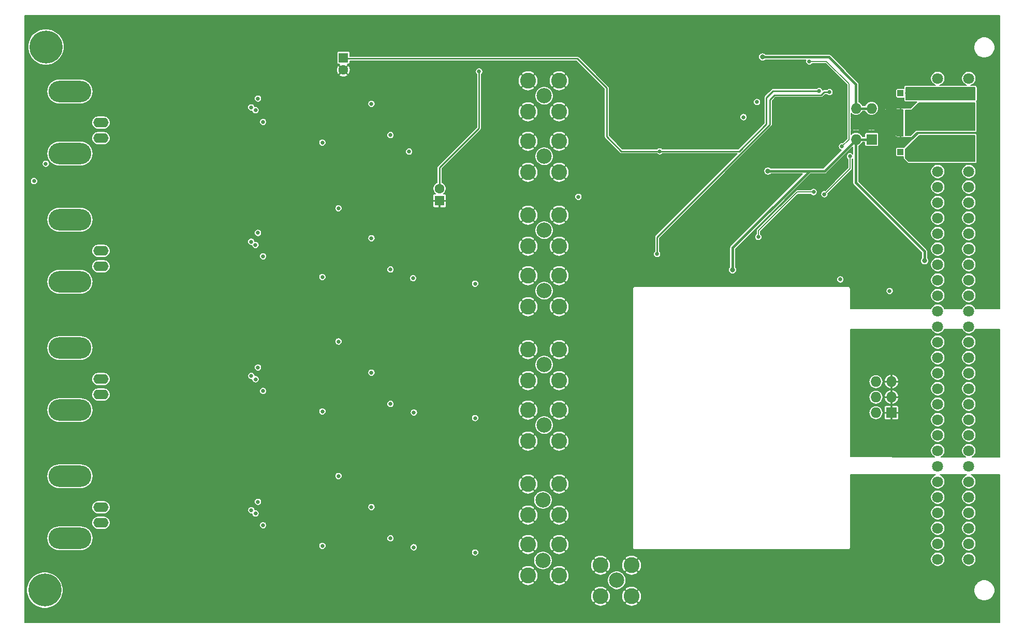
<source format=gbr>
G04 #@! TF.GenerationSoftware,KiCad,Pcbnew,(5.1.2)-1*
G04 #@! TF.CreationDate,2020-09-11T16:18:24+02:00*
G04 #@! TF.ProjectId,AFE_1CH_2V0,4146455f-3143-4485-9f32-56302e6b6963,3.1*
G04 #@! TF.SameCoordinates,Original*
G04 #@! TF.FileFunction,Copper,L3,Inr*
G04 #@! TF.FilePolarity,Positive*
%FSLAX46Y46*%
G04 Gerber Fmt 4.6, Leading zero omitted, Abs format (unit mm)*
G04 Created by KiCad (PCBNEW (5.1.2)-1) date 2020-09-11 16:18:24*
%MOMM*%
%LPD*%
G04 APERTURE LIST*
%ADD10C,5.400000*%
%ADD11C,2.600000*%
%ADD12C,2.500000*%
%ADD13C,1.600000*%
%ADD14R,1.600000X1.600000*%
%ADD15O,2.500000X1.600000*%
%ADD16O,7.000000X3.500000*%
%ADD17R,1.000000X1.000000*%
%ADD18O,1.000000X1.000000*%
%ADD19C,0.600000*%
%ADD20R,1.727200X1.727200*%
%ADD21O,1.727200X1.727200*%
%ADD22C,1.800000*%
%ADD23C,0.650000*%
%ADD24C,0.800000*%
%ADD25C,0.250000*%
%ADD26C,0.400000*%
%ADD27C,0.155000*%
%ADD28C,0.254000*%
G04 APERTURE END LIST*
D10*
X93570000Y-139425000D03*
X93750000Y-50475000D03*
D11*
X172593000Y-61097000D03*
X177673000Y-61097000D03*
X177673000Y-56017000D03*
X172593000Y-56017000D03*
D12*
X175233000Y-58482000D03*
D11*
X172593000Y-71003000D03*
X177673000Y-71003000D03*
X177673000Y-65923000D03*
X172593000Y-65923000D03*
D12*
X175233000Y-68388000D03*
D11*
X172593000Y-83107000D03*
X177673000Y-83107000D03*
X177673000Y-78027000D03*
X172593000Y-78027000D03*
D12*
X175233000Y-80492000D03*
D11*
X172593000Y-93013000D03*
X177673000Y-93013000D03*
X177673000Y-87933000D03*
X172593000Y-87933000D03*
D12*
X175233000Y-90398000D03*
D11*
X172593000Y-105117000D03*
X177673000Y-105117000D03*
X177673000Y-100037000D03*
X172593000Y-100037000D03*
D12*
X175233000Y-102502000D03*
D11*
X172593000Y-115023000D03*
X177673000Y-115023000D03*
X177673000Y-109943000D03*
X172593000Y-109943000D03*
D12*
X175233000Y-112408000D03*
D11*
X177673000Y-122047000D03*
X172593000Y-122047000D03*
X172593000Y-127127000D03*
X177673000Y-127127000D03*
D12*
X175033000Y-124662000D03*
D11*
X177673000Y-131953000D03*
X172593000Y-131953000D03*
X172593000Y-137033000D03*
X177673000Y-137033000D03*
D12*
X175033000Y-134568000D03*
D11*
X184454800Y-140436600D03*
X189534800Y-140436600D03*
X189534800Y-135356600D03*
X184454800Y-135356600D03*
D12*
X187094800Y-137821600D03*
D13*
X142392400Y-54247800D03*
D14*
X142392400Y-52247800D03*
D13*
X158115000Y-73666600D03*
D14*
X158115000Y-75666600D03*
D15*
X102743000Y-128397000D03*
X102743000Y-125857000D03*
D16*
X97663000Y-120777000D03*
X97663000Y-130937000D03*
D15*
X102743000Y-107397000D03*
X102743000Y-104857000D03*
D16*
X97663000Y-99777000D03*
X97663000Y-109937000D03*
D15*
X102743000Y-86397000D03*
X102743000Y-83857000D03*
D16*
X97663000Y-78777000D03*
X97663000Y-88937000D03*
D15*
X102743000Y-65397000D03*
X102743000Y-62857000D03*
D16*
X97663000Y-57777000D03*
X97663000Y-67937000D03*
D17*
X233502200Y-58051700D03*
D18*
X234772200Y-58051700D03*
X234759500Y-64452500D03*
D17*
X233489500Y-64452500D03*
D19*
X202137900Y-60705300D03*
X202137900Y-62205300D03*
X201137900Y-62205300D03*
X201637900Y-61455300D03*
X201137900Y-60705300D03*
D20*
X232029000Y-110363000D03*
D21*
X229489000Y-110363000D03*
X232029000Y-107823000D03*
X229489000Y-107823000D03*
X232029000Y-105283000D03*
X229489000Y-105283000D03*
D20*
X228777800Y-65608200D03*
D21*
X226237800Y-65608200D03*
X228777800Y-63068200D03*
X226237800Y-63068200D03*
X228777800Y-60528200D03*
X226237800Y-60528200D03*
D22*
X239598200Y-134366000D03*
X239598200Y-131826000D03*
X239598200Y-129286000D03*
X239598200Y-126746000D03*
X239598200Y-124206000D03*
X239598200Y-121666000D03*
X239598200Y-119126000D03*
X239598200Y-116586000D03*
X239598200Y-114046000D03*
X239598200Y-111506000D03*
X239598200Y-108966000D03*
X239598200Y-106426000D03*
X239598200Y-103886000D03*
X239598200Y-101346000D03*
X239598200Y-98806000D03*
X239598200Y-96266000D03*
X239598200Y-93726000D03*
X239598200Y-91186000D03*
X239598200Y-88646000D03*
X239598200Y-86106000D03*
X239598200Y-83566000D03*
X239598200Y-81026000D03*
X239598200Y-78486000D03*
X239598200Y-75946000D03*
X239598200Y-73406000D03*
X239598200Y-70866000D03*
X239598200Y-68326000D03*
X239598200Y-65786000D03*
X239598200Y-60706000D03*
X239598200Y-63246000D03*
X239598200Y-58166000D03*
X239598200Y-55626000D03*
X244678200Y-134366000D03*
X244678200Y-131826000D03*
X244678200Y-129286000D03*
X244678200Y-126746000D03*
X244678200Y-124206000D03*
X244678200Y-121666000D03*
X244678200Y-119126000D03*
X244678200Y-116586000D03*
X244678200Y-114046000D03*
X244678200Y-111506000D03*
X244678200Y-108966000D03*
X244678200Y-106426000D03*
X244678200Y-103886000D03*
X244678200Y-101346000D03*
X244678200Y-98806000D03*
X244678200Y-96266000D03*
X244678200Y-93726000D03*
X244678200Y-91186000D03*
X244678200Y-88646000D03*
X244678200Y-86106000D03*
X244678200Y-83566000D03*
X244678200Y-81026000D03*
X244678200Y-78486000D03*
X244678200Y-75946000D03*
X244678200Y-73406000D03*
X244678200Y-70866000D03*
X244678200Y-68326000D03*
X244678200Y-65786000D03*
X244678200Y-60706000D03*
X244678200Y-63246000D03*
X244678200Y-58166000D03*
X244678200Y-55626000D03*
D17*
X233489500Y-61277500D03*
D18*
X234759500Y-61277500D03*
X234759500Y-67691000D03*
D17*
X233489500Y-67691000D03*
D23*
X163931600Y-133262000D03*
X163931600Y-111252000D03*
X163931600Y-89242000D03*
X180835865Y-75019465D03*
X193700400Y-84378800D03*
X221894400Y-57861200D03*
X194106800Y-67564000D03*
X128027833Y-126885163D03*
X128422400Y-124968000D03*
X128027833Y-104888763D03*
X128422400Y-102971600D03*
X128016000Y-82905600D03*
X128422400Y-80924400D03*
X141592401Y-76898399D03*
X141592401Y-98717201D03*
X141592401Y-120738799D03*
X128422400Y-58928000D03*
X128027833Y-60845163D03*
X220199799Y-57690599D03*
X129260600Y-128803400D03*
X129260600Y-106807000D03*
X127307057Y-82370166D03*
X129260600Y-84759800D03*
X153898600Y-132410200D03*
X153924000Y-110337600D03*
X153136600Y-67614800D03*
X138957250Y-66147750D03*
X153797000Y-88341200D03*
X138957250Y-88157750D03*
X138957250Y-110167750D03*
X138957250Y-132177750D03*
X127307057Y-60373766D03*
X129260600Y-62763400D03*
X127340600Y-104346100D03*
X127340600Y-126342500D03*
X164592000Y-54508400D03*
X150088600Y-130937000D03*
X146977600Y-125819400D03*
X146977600Y-103809400D03*
X150088600Y-108927000D03*
X146977600Y-81799400D03*
X150088600Y-86917000D03*
X146977600Y-59789400D03*
X150088600Y-64907000D03*
D24*
X210959700Y-52120800D03*
X211836000Y-70777100D03*
X237451900Y-85496400D03*
X206044800Y-86969600D03*
D23*
X228028500Y-85598000D03*
X226758500Y-84391500D03*
X200355200Y-84531200D03*
X200355200Y-85801200D03*
X200355200Y-87071200D03*
X199085200Y-84531200D03*
X199085200Y-85801200D03*
X199085200Y-87071200D03*
X196850000Y-62941200D03*
X196748400Y-59740800D03*
X176276000Y-48006000D03*
X178816000Y-48006000D03*
X181356000Y-48006000D03*
X176276000Y-50546000D03*
X178816000Y-50546000D03*
X181356000Y-50546000D03*
X105105200Y-52984400D03*
X105105200Y-50444400D03*
X107645200Y-50444400D03*
X110185200Y-50444400D03*
X110185200Y-52984400D03*
X107645200Y-52984400D03*
X155092400Y-51206400D03*
X160172400Y-51206400D03*
X157632400Y-51206400D03*
X155092400Y-53746400D03*
X160172400Y-53746400D03*
X157632400Y-53746400D03*
X119684800Y-70307200D03*
X117144800Y-70307200D03*
X114604800Y-72847200D03*
X119684800Y-72847200D03*
X114604800Y-70307200D03*
X117144800Y-72847200D03*
X117805200Y-92354400D03*
X115265200Y-94894400D03*
X117805200Y-94894400D03*
X120345200Y-94894400D03*
X120345200Y-92354400D03*
X115265200Y-92354400D03*
X118922800Y-114909600D03*
X116382800Y-117449600D03*
X118922800Y-117449600D03*
X121462800Y-117449600D03*
X121462800Y-114909600D03*
X116382800Y-114909600D03*
X121462800Y-135890000D03*
X121462800Y-138430000D03*
X118922800Y-135890000D03*
X118922800Y-138430000D03*
X116382800Y-138430000D03*
X116382800Y-135890000D03*
X148336000Y-118211600D03*
X143256000Y-118211600D03*
X143256000Y-115671600D03*
X148336000Y-115671600D03*
X145796000Y-115671600D03*
X145796000Y-118211600D03*
X148437600Y-95453200D03*
X145897600Y-95453200D03*
X145897600Y-92913200D03*
X143357600Y-95453200D03*
X148437600Y-92913200D03*
X143357600Y-92913200D03*
X145542000Y-69748400D03*
X148082000Y-74828400D03*
X145542000Y-74828400D03*
X148082000Y-69748400D03*
X162712400Y-96367600D03*
X160172400Y-98907600D03*
X162712400Y-98907600D03*
X165252400Y-98907600D03*
X165252400Y-96367600D03*
X160172400Y-96367600D03*
X165557200Y-118516400D03*
X163017200Y-118516400D03*
X160477200Y-121056400D03*
X160477200Y-118516400D03*
X163017200Y-121056400D03*
X165557200Y-121056400D03*
X154889200Y-140309600D03*
X157429200Y-137769600D03*
X159969200Y-140309600D03*
X159969200Y-137769600D03*
X154889200Y-137769600D03*
X157429200Y-140309600D03*
X185166000Y-122021600D03*
X187706000Y-124561600D03*
X185166000Y-127101600D03*
X187706000Y-127101600D03*
X185166000Y-124561600D03*
X187706000Y-122021600D03*
X185115200Y-104089200D03*
X187655200Y-109169200D03*
X185115200Y-106629200D03*
X187655200Y-104089200D03*
X185115200Y-109169200D03*
X187655200Y-106629200D03*
X185166000Y-87223600D03*
X185166000Y-89763600D03*
X187706000Y-87223600D03*
X187706000Y-92303600D03*
X187706000Y-89763600D03*
X185166000Y-92303600D03*
X204317600Y-79044800D03*
X201777600Y-79044800D03*
X201777600Y-81584800D03*
X199237600Y-79044800D03*
X204317600Y-81584800D03*
X199237600Y-81584800D03*
X188163200Y-76352400D03*
X188163200Y-78892400D03*
X190703200Y-78892400D03*
X185623200Y-76352400D03*
X190703200Y-76352400D03*
X185623200Y-78892400D03*
X162712400Y-76606400D03*
X165252400Y-76606400D03*
X167792400Y-76606400D03*
X167792400Y-74066400D03*
X162712400Y-74066400D03*
X165252400Y-74066400D03*
X241122200Y-140563600D03*
X238582200Y-138023600D03*
X236042200Y-138023600D03*
X236042200Y-140563600D03*
X241122200Y-138023600D03*
X238582200Y-140563600D03*
X219583000Y-62992000D03*
X140589000Y-108331000D03*
X145923000Y-110363000D03*
X140462000Y-130175000D03*
X145796000Y-132207000D03*
X140335000Y-85979000D03*
X145669000Y-88011000D03*
X145542000Y-66802000D03*
X140208000Y-64770000D03*
X149987000Y-59436000D03*
X144653000Y-57404000D03*
X150114000Y-81407000D03*
X144526000Y-79375000D03*
X150495000Y-103124000D03*
X144399000Y-100838000D03*
X150876000Y-125730000D03*
X145542000Y-123698000D03*
X156464000Y-128016000D03*
X156591000Y-105918000D03*
X156591000Y-83820000D03*
X156591000Y-61722000D03*
X161925000Y-86995000D03*
X161671000Y-64770000D03*
X161671000Y-109474000D03*
X161671000Y-131191000D03*
X124333000Y-127000000D03*
X124333000Y-105029000D03*
X124333000Y-83058000D03*
X124333000Y-60960000D03*
X219011500Y-79057500D03*
X219456000Y-69977000D03*
X248158000Y-92265500D03*
X225615500Y-92202000D03*
X240030000Y-48323500D03*
X214693500Y-49466500D03*
X221996000Y-62103000D03*
X223266000Y-65659000D03*
X234251500Y-70358000D03*
X93726000Y-69596000D03*
X223664395Y-88547610D03*
X91795600Y-72440800D03*
X231730198Y-90443401D03*
X207829150Y-61969650D03*
X210040201Y-59494401D03*
X219290900Y-74231500D03*
X210261200Y-81584800D03*
X223945810Y-66751200D03*
X218592400Y-52845800D03*
X221062301Y-74587100D03*
X225245810Y-68376800D03*
D25*
X193700400Y-81611610D02*
X193700400Y-84378800D01*
X212140800Y-63171210D02*
X193700400Y-81611610D01*
X212140800Y-59131200D02*
X212140800Y-63171210D01*
X212931400Y-58340600D02*
X212140800Y-59131200D01*
X220511800Y-58340600D02*
X212931400Y-58340600D01*
X220991200Y-57861200D02*
X220511800Y-58340600D01*
X221894400Y-57861200D02*
X220991200Y-57861200D01*
X194106800Y-67564000D02*
X187858400Y-67564000D01*
X187858400Y-67564000D02*
X185470800Y-65176400D01*
X185470800Y-65176400D02*
X185470800Y-57200800D01*
X185470800Y-57200800D02*
X180644800Y-52374800D01*
X180644800Y-52374800D02*
X142290800Y-52374800D01*
X194106800Y-67564000D02*
X207111600Y-67564000D01*
X207111600Y-67564000D02*
X211582000Y-63093600D01*
X211582000Y-63093600D02*
X211582000Y-58775600D01*
X211582000Y-58775600D02*
X212667001Y-57690599D01*
X212667001Y-57690599D02*
X220199799Y-57690599D01*
X158115000Y-73666600D02*
X158115000Y-70231000D01*
X158115000Y-70231000D02*
X164592000Y-63754000D01*
X164592000Y-63754000D02*
X164592000Y-54508400D01*
D26*
X228777800Y-60540900D02*
X226263200Y-60540900D01*
X226263200Y-60540900D02*
X226301300Y-60579000D01*
X221767400Y-52120800D02*
X210959700Y-52120800D01*
X221767400Y-52120800D02*
X226225100Y-56578500D01*
X226225100Y-56578500D02*
X226225100Y-60655200D01*
X228777800Y-65620900D02*
X226161600Y-65620900D01*
X226161600Y-65620900D02*
X226110800Y-65671700D01*
X226237800Y-65620900D02*
X221081600Y-70777100D01*
X221081600Y-70777100D02*
X211836000Y-70777100D01*
X206044800Y-83381198D02*
X206044800Y-86969600D01*
X221081600Y-70777100D02*
X218648898Y-70777100D01*
X218648898Y-70777100D02*
X206044800Y-83381198D01*
X229260400Y-65747900D02*
X228739700Y-65747900D01*
X237451900Y-85496400D02*
X237451900Y-83972400D01*
X237451900Y-83972400D02*
X226187000Y-72707500D01*
X226187000Y-72707500D02*
X226187000Y-65786000D01*
D27*
X216589500Y-74231500D02*
X210362800Y-80458200D01*
X210362800Y-80458200D02*
X210312000Y-80509000D01*
X210362800Y-80458200D02*
X210261200Y-80559800D01*
X210261200Y-80559800D02*
X210261200Y-81584800D01*
X216589500Y-74231500D02*
X219290900Y-74231500D01*
X225086699Y-65610311D02*
X223945810Y-66751200D01*
X221400200Y-52845800D02*
X225086699Y-56532299D01*
X225086699Y-56532299D02*
X225086699Y-65610311D01*
X221400200Y-52845800D02*
X218592400Y-52845800D01*
X221062301Y-74587100D02*
X225245810Y-70403591D01*
X225245810Y-70403591D02*
X225245810Y-68376800D01*
G36*
X245692900Y-59104500D02*
G01*
X234392500Y-59104500D01*
X234392500Y-57113200D01*
X245692900Y-57113200D01*
X245692900Y-59104500D01*
X245692900Y-59104500D01*
G37*
X245692900Y-59104500D02*
X234392500Y-59104500D01*
X234392500Y-57113200D01*
X245692900Y-57113200D01*
X245692900Y-59104500D01*
G36*
X249697501Y-70387138D02*
G01*
X249697500Y-70387148D01*
X249697500Y-93292900D01*
X245773321Y-93292900D01*
X245721687Y-93168245D01*
X245592824Y-92975388D01*
X245428812Y-92811376D01*
X245235955Y-92682513D01*
X245021664Y-92593751D01*
X244794174Y-92548500D01*
X244562226Y-92548500D01*
X244334736Y-92593751D01*
X244120445Y-92682513D01*
X243927588Y-92811376D01*
X243763576Y-92975388D01*
X243634713Y-93168245D01*
X243583079Y-93292900D01*
X240693321Y-93292900D01*
X240641687Y-93168245D01*
X240512824Y-92975388D01*
X240348812Y-92811376D01*
X240155955Y-92682513D01*
X239941664Y-92593751D01*
X239714174Y-92548500D01*
X239482226Y-92548500D01*
X239254736Y-92593751D01*
X239040445Y-92682513D01*
X238847588Y-92811376D01*
X238683576Y-92975388D01*
X238554713Y-93168245D01*
X238503079Y-93292900D01*
X225302500Y-93292900D01*
X225302500Y-91070026D01*
X238420700Y-91070026D01*
X238420700Y-91301974D01*
X238465951Y-91529464D01*
X238554713Y-91743755D01*
X238683576Y-91936612D01*
X238847588Y-92100624D01*
X239040445Y-92229487D01*
X239254736Y-92318249D01*
X239482226Y-92363500D01*
X239714174Y-92363500D01*
X239941664Y-92318249D01*
X240155955Y-92229487D01*
X240348812Y-92100624D01*
X240512824Y-91936612D01*
X240641687Y-91743755D01*
X240730449Y-91529464D01*
X240775700Y-91301974D01*
X240775700Y-91070026D01*
X243500700Y-91070026D01*
X243500700Y-91301974D01*
X243545951Y-91529464D01*
X243634713Y-91743755D01*
X243763576Y-91936612D01*
X243927588Y-92100624D01*
X244120445Y-92229487D01*
X244334736Y-92318249D01*
X244562226Y-92363500D01*
X244794174Y-92363500D01*
X245021664Y-92318249D01*
X245235955Y-92229487D01*
X245428812Y-92100624D01*
X245592824Y-91936612D01*
X245721687Y-91743755D01*
X245810449Y-91529464D01*
X245855700Y-91301974D01*
X245855700Y-91070026D01*
X245810449Y-90842536D01*
X245721687Y-90628245D01*
X245592824Y-90435388D01*
X245428812Y-90271376D01*
X245235955Y-90142513D01*
X245021664Y-90053751D01*
X244794174Y-90008500D01*
X244562226Y-90008500D01*
X244334736Y-90053751D01*
X244120445Y-90142513D01*
X243927588Y-90271376D01*
X243763576Y-90435388D01*
X243634713Y-90628245D01*
X243545951Y-90842536D01*
X243500700Y-91070026D01*
X240775700Y-91070026D01*
X240730449Y-90842536D01*
X240641687Y-90628245D01*
X240512824Y-90435388D01*
X240348812Y-90271376D01*
X240155955Y-90142513D01*
X239941664Y-90053751D01*
X239714174Y-90008500D01*
X239482226Y-90008500D01*
X239254736Y-90053751D01*
X239040445Y-90142513D01*
X238847588Y-90271376D01*
X238683576Y-90435388D01*
X238554713Y-90628245D01*
X238465951Y-90842536D01*
X238420700Y-91070026D01*
X225302500Y-91070026D01*
X225302500Y-90384060D01*
X231127698Y-90384060D01*
X231127698Y-90502742D01*
X231150852Y-90619144D01*
X231196270Y-90728792D01*
X231262206Y-90827472D01*
X231346127Y-90911393D01*
X231444807Y-90977329D01*
X231554455Y-91022747D01*
X231670857Y-91045901D01*
X231789539Y-91045901D01*
X231905941Y-91022747D01*
X232015589Y-90977329D01*
X232114269Y-90911393D01*
X232198190Y-90827472D01*
X232264126Y-90728792D01*
X232309544Y-90619144D01*
X232332698Y-90502742D01*
X232332698Y-90384060D01*
X232309544Y-90267658D01*
X232264126Y-90158010D01*
X232198190Y-90059330D01*
X232114269Y-89975409D01*
X232015589Y-89909473D01*
X231905941Y-89864055D01*
X231789539Y-89840901D01*
X231670857Y-89840901D01*
X231554455Y-89864055D01*
X231444807Y-89909473D01*
X231346127Y-89975409D01*
X231262206Y-90059330D01*
X231196270Y-90158010D01*
X231150852Y-90267658D01*
X231127698Y-90384060D01*
X225302500Y-90384060D01*
X225302500Y-90014853D01*
X225303963Y-90000000D01*
X225298122Y-89940700D01*
X225280825Y-89883678D01*
X225252736Y-89831127D01*
X225214934Y-89785066D01*
X225168873Y-89747264D01*
X225116322Y-89719175D01*
X225059300Y-89701878D01*
X225014853Y-89697500D01*
X225000000Y-89696037D01*
X224985147Y-89697500D01*
X190014853Y-89697500D01*
X190000000Y-89696037D01*
X189985147Y-89697500D01*
X189940700Y-89701878D01*
X189883678Y-89719175D01*
X189831127Y-89747264D01*
X189785066Y-89785066D01*
X189747264Y-89831127D01*
X189719175Y-89883678D01*
X189701878Y-89940700D01*
X189696037Y-90000000D01*
X189697500Y-90014853D01*
X189697501Y-132485137D01*
X189696037Y-132500000D01*
X189701878Y-132559300D01*
X189719175Y-132616322D01*
X189747264Y-132668873D01*
X189785066Y-132714934D01*
X189831127Y-132752736D01*
X189883678Y-132780825D01*
X189940700Y-132798122D01*
X189985147Y-132802500D01*
X190000000Y-132803963D01*
X190014853Y-132802500D01*
X224985147Y-132802500D01*
X225000000Y-132803963D01*
X225059300Y-132798122D01*
X225116322Y-132780825D01*
X225168873Y-132752736D01*
X225214934Y-132714934D01*
X225252736Y-132668873D01*
X225280825Y-132616322D01*
X225298122Y-132559300D01*
X225302500Y-132514853D01*
X225303963Y-132500000D01*
X225302500Y-132485147D01*
X225302500Y-131710026D01*
X238420700Y-131710026D01*
X238420700Y-131941974D01*
X238465951Y-132169464D01*
X238554713Y-132383755D01*
X238683576Y-132576612D01*
X238847588Y-132740624D01*
X239040445Y-132869487D01*
X239254736Y-132958249D01*
X239482226Y-133003500D01*
X239714174Y-133003500D01*
X239941664Y-132958249D01*
X240155955Y-132869487D01*
X240348812Y-132740624D01*
X240512824Y-132576612D01*
X240641687Y-132383755D01*
X240730449Y-132169464D01*
X240775700Y-131941974D01*
X240775700Y-131710026D01*
X243500700Y-131710026D01*
X243500700Y-131941974D01*
X243545951Y-132169464D01*
X243634713Y-132383755D01*
X243763576Y-132576612D01*
X243927588Y-132740624D01*
X244120445Y-132869487D01*
X244334736Y-132958249D01*
X244562226Y-133003500D01*
X244794174Y-133003500D01*
X245021664Y-132958249D01*
X245235955Y-132869487D01*
X245428812Y-132740624D01*
X245592824Y-132576612D01*
X245721687Y-132383755D01*
X245810449Y-132169464D01*
X245855700Y-131941974D01*
X245855700Y-131710026D01*
X245810449Y-131482536D01*
X245721687Y-131268245D01*
X245592824Y-131075388D01*
X245428812Y-130911376D01*
X245235955Y-130782513D01*
X245021664Y-130693751D01*
X244794174Y-130648500D01*
X244562226Y-130648500D01*
X244334736Y-130693751D01*
X244120445Y-130782513D01*
X243927588Y-130911376D01*
X243763576Y-131075388D01*
X243634713Y-131268245D01*
X243545951Y-131482536D01*
X243500700Y-131710026D01*
X240775700Y-131710026D01*
X240730449Y-131482536D01*
X240641687Y-131268245D01*
X240512824Y-131075388D01*
X240348812Y-130911376D01*
X240155955Y-130782513D01*
X239941664Y-130693751D01*
X239714174Y-130648500D01*
X239482226Y-130648500D01*
X239254736Y-130693751D01*
X239040445Y-130782513D01*
X238847588Y-130911376D01*
X238683576Y-131075388D01*
X238554713Y-131268245D01*
X238465951Y-131482536D01*
X238420700Y-131710026D01*
X225302500Y-131710026D01*
X225302500Y-129170026D01*
X238420700Y-129170026D01*
X238420700Y-129401974D01*
X238465951Y-129629464D01*
X238554713Y-129843755D01*
X238683576Y-130036612D01*
X238847588Y-130200624D01*
X239040445Y-130329487D01*
X239254736Y-130418249D01*
X239482226Y-130463500D01*
X239714174Y-130463500D01*
X239941664Y-130418249D01*
X240155955Y-130329487D01*
X240348812Y-130200624D01*
X240512824Y-130036612D01*
X240641687Y-129843755D01*
X240730449Y-129629464D01*
X240775700Y-129401974D01*
X240775700Y-129170026D01*
X243500700Y-129170026D01*
X243500700Y-129401974D01*
X243545951Y-129629464D01*
X243634713Y-129843755D01*
X243763576Y-130036612D01*
X243927588Y-130200624D01*
X244120445Y-130329487D01*
X244334736Y-130418249D01*
X244562226Y-130463500D01*
X244794174Y-130463500D01*
X245021664Y-130418249D01*
X245235955Y-130329487D01*
X245428812Y-130200624D01*
X245592824Y-130036612D01*
X245721687Y-129843755D01*
X245810449Y-129629464D01*
X245855700Y-129401974D01*
X245855700Y-129170026D01*
X245810449Y-128942536D01*
X245721687Y-128728245D01*
X245592824Y-128535388D01*
X245428812Y-128371376D01*
X245235955Y-128242513D01*
X245021664Y-128153751D01*
X244794174Y-128108500D01*
X244562226Y-128108500D01*
X244334736Y-128153751D01*
X244120445Y-128242513D01*
X243927588Y-128371376D01*
X243763576Y-128535388D01*
X243634713Y-128728245D01*
X243545951Y-128942536D01*
X243500700Y-129170026D01*
X240775700Y-129170026D01*
X240730449Y-128942536D01*
X240641687Y-128728245D01*
X240512824Y-128535388D01*
X240348812Y-128371376D01*
X240155955Y-128242513D01*
X239941664Y-128153751D01*
X239714174Y-128108500D01*
X239482226Y-128108500D01*
X239254736Y-128153751D01*
X239040445Y-128242513D01*
X238847588Y-128371376D01*
X238683576Y-128535388D01*
X238554713Y-128728245D01*
X238465951Y-128942536D01*
X238420700Y-129170026D01*
X225302500Y-129170026D01*
X225302500Y-126630026D01*
X238420700Y-126630026D01*
X238420700Y-126861974D01*
X238465951Y-127089464D01*
X238554713Y-127303755D01*
X238683576Y-127496612D01*
X238847588Y-127660624D01*
X239040445Y-127789487D01*
X239254736Y-127878249D01*
X239482226Y-127923500D01*
X239714174Y-127923500D01*
X239941664Y-127878249D01*
X240155955Y-127789487D01*
X240348812Y-127660624D01*
X240512824Y-127496612D01*
X240641687Y-127303755D01*
X240730449Y-127089464D01*
X240775700Y-126861974D01*
X240775700Y-126630026D01*
X243500700Y-126630026D01*
X243500700Y-126861974D01*
X243545951Y-127089464D01*
X243634713Y-127303755D01*
X243763576Y-127496612D01*
X243927588Y-127660624D01*
X244120445Y-127789487D01*
X244334736Y-127878249D01*
X244562226Y-127923500D01*
X244794174Y-127923500D01*
X245021664Y-127878249D01*
X245235955Y-127789487D01*
X245428812Y-127660624D01*
X245592824Y-127496612D01*
X245721687Y-127303755D01*
X245810449Y-127089464D01*
X245855700Y-126861974D01*
X245855700Y-126630026D01*
X245810449Y-126402536D01*
X245721687Y-126188245D01*
X245592824Y-125995388D01*
X245428812Y-125831376D01*
X245235955Y-125702513D01*
X245021664Y-125613751D01*
X244794174Y-125568500D01*
X244562226Y-125568500D01*
X244334736Y-125613751D01*
X244120445Y-125702513D01*
X243927588Y-125831376D01*
X243763576Y-125995388D01*
X243634713Y-126188245D01*
X243545951Y-126402536D01*
X243500700Y-126630026D01*
X240775700Y-126630026D01*
X240730449Y-126402536D01*
X240641687Y-126188245D01*
X240512824Y-125995388D01*
X240348812Y-125831376D01*
X240155955Y-125702513D01*
X239941664Y-125613751D01*
X239714174Y-125568500D01*
X239482226Y-125568500D01*
X239254736Y-125613751D01*
X239040445Y-125702513D01*
X238847588Y-125831376D01*
X238683576Y-125995388D01*
X238554713Y-126188245D01*
X238465951Y-126402536D01*
X238420700Y-126630026D01*
X225302500Y-126630026D01*
X225302500Y-124090026D01*
X238420700Y-124090026D01*
X238420700Y-124321974D01*
X238465951Y-124549464D01*
X238554713Y-124763755D01*
X238683576Y-124956612D01*
X238847588Y-125120624D01*
X239040445Y-125249487D01*
X239254736Y-125338249D01*
X239482226Y-125383500D01*
X239714174Y-125383500D01*
X239941664Y-125338249D01*
X240155955Y-125249487D01*
X240348812Y-125120624D01*
X240512824Y-124956612D01*
X240641687Y-124763755D01*
X240730449Y-124549464D01*
X240775700Y-124321974D01*
X240775700Y-124090026D01*
X243500700Y-124090026D01*
X243500700Y-124321974D01*
X243545951Y-124549464D01*
X243634713Y-124763755D01*
X243763576Y-124956612D01*
X243927588Y-125120624D01*
X244120445Y-125249487D01*
X244334736Y-125338249D01*
X244562226Y-125383500D01*
X244794174Y-125383500D01*
X245021664Y-125338249D01*
X245235955Y-125249487D01*
X245428812Y-125120624D01*
X245592824Y-124956612D01*
X245721687Y-124763755D01*
X245810449Y-124549464D01*
X245855700Y-124321974D01*
X245855700Y-124090026D01*
X245810449Y-123862536D01*
X245721687Y-123648245D01*
X245592824Y-123455388D01*
X245428812Y-123291376D01*
X245235955Y-123162513D01*
X245021664Y-123073751D01*
X244794174Y-123028500D01*
X244562226Y-123028500D01*
X244334736Y-123073751D01*
X244120445Y-123162513D01*
X243927588Y-123291376D01*
X243763576Y-123455388D01*
X243634713Y-123648245D01*
X243545951Y-123862536D01*
X243500700Y-124090026D01*
X240775700Y-124090026D01*
X240730449Y-123862536D01*
X240641687Y-123648245D01*
X240512824Y-123455388D01*
X240348812Y-123291376D01*
X240155955Y-123162513D01*
X239941664Y-123073751D01*
X239714174Y-123028500D01*
X239482226Y-123028500D01*
X239254736Y-123073751D01*
X239040445Y-123162513D01*
X238847588Y-123291376D01*
X238683576Y-123455388D01*
X238554713Y-123648245D01*
X238465951Y-123862536D01*
X238420700Y-124090026D01*
X225302500Y-124090026D01*
X225302500Y-120537000D01*
X239246892Y-120537000D01*
X239040445Y-120622513D01*
X238847588Y-120751376D01*
X238683576Y-120915388D01*
X238554713Y-121108245D01*
X238465951Y-121322536D01*
X238420700Y-121550026D01*
X238420700Y-121781974D01*
X238465951Y-122009464D01*
X238554713Y-122223755D01*
X238683576Y-122416612D01*
X238847588Y-122580624D01*
X239040445Y-122709487D01*
X239254736Y-122798249D01*
X239482226Y-122843500D01*
X239714174Y-122843500D01*
X239941664Y-122798249D01*
X240155955Y-122709487D01*
X240348812Y-122580624D01*
X240512824Y-122416612D01*
X240641687Y-122223755D01*
X240730449Y-122009464D01*
X240775700Y-121781974D01*
X240775700Y-121550026D01*
X240730449Y-121322536D01*
X240641687Y-121108245D01*
X240512824Y-120915388D01*
X240348812Y-120751376D01*
X240155955Y-120622513D01*
X239949508Y-120537000D01*
X244326892Y-120537000D01*
X244120445Y-120622513D01*
X243927588Y-120751376D01*
X243763576Y-120915388D01*
X243634713Y-121108245D01*
X243545951Y-121322536D01*
X243500700Y-121550026D01*
X243500700Y-121781974D01*
X243545951Y-122009464D01*
X243634713Y-122223755D01*
X243763576Y-122416612D01*
X243927588Y-122580624D01*
X244120445Y-122709487D01*
X244334736Y-122798249D01*
X244562226Y-122843500D01*
X244794174Y-122843500D01*
X245021664Y-122798249D01*
X245235955Y-122709487D01*
X245428812Y-122580624D01*
X245592824Y-122416612D01*
X245721687Y-122223755D01*
X245810449Y-122009464D01*
X245855700Y-121781974D01*
X245855700Y-121550026D01*
X245810449Y-121322536D01*
X245721687Y-121108245D01*
X245592824Y-120915388D01*
X245428812Y-120751376D01*
X245235955Y-120622513D01*
X245029508Y-120537000D01*
X249697501Y-120537000D01*
X249697501Y-144697500D01*
X90302500Y-144697500D01*
X90302500Y-139131742D01*
X90592500Y-139131742D01*
X90592500Y-139718258D01*
X90706924Y-140293505D01*
X90931374Y-140835375D01*
X91257225Y-141323046D01*
X91671954Y-141737775D01*
X92159625Y-142063626D01*
X92701495Y-142288076D01*
X93276742Y-142402500D01*
X93863258Y-142402500D01*
X94438505Y-142288076D01*
X94980375Y-142063626D01*
X95468046Y-141737775D01*
X95633808Y-141572013D01*
X183390098Y-141572013D01*
X183532088Y-141791670D01*
X183814178Y-141945645D01*
X184120888Y-142041628D01*
X184440429Y-142075932D01*
X184760523Y-142047237D01*
X185068868Y-141956645D01*
X185353615Y-141807638D01*
X185377512Y-141791670D01*
X185519502Y-141572013D01*
X188470098Y-141572013D01*
X188612088Y-141791670D01*
X188894178Y-141945645D01*
X189200888Y-142041628D01*
X189520429Y-142075932D01*
X189840523Y-142047237D01*
X190148868Y-141956645D01*
X190433615Y-141807638D01*
X190457512Y-141791670D01*
X190599502Y-141572013D01*
X189534800Y-140507311D01*
X188470098Y-141572013D01*
X185519502Y-141572013D01*
X184454800Y-140507311D01*
X183390098Y-141572013D01*
X95633808Y-141572013D01*
X95882775Y-141323046D01*
X96208626Y-140835375D01*
X96379756Y-140422229D01*
X182815468Y-140422229D01*
X182844163Y-140742323D01*
X182934755Y-141050668D01*
X183083762Y-141335415D01*
X183099730Y-141359312D01*
X183319387Y-141501302D01*
X184384089Y-140436600D01*
X184525511Y-140436600D01*
X185590213Y-141501302D01*
X185809870Y-141359312D01*
X185963845Y-141077222D01*
X186059828Y-140770512D01*
X186094132Y-140450971D01*
X186091556Y-140422229D01*
X187895468Y-140422229D01*
X187924163Y-140742323D01*
X188014755Y-141050668D01*
X188163762Y-141335415D01*
X188179730Y-141359312D01*
X188399387Y-141501302D01*
X189464089Y-140436600D01*
X189605511Y-140436600D01*
X190670213Y-141501302D01*
X190889870Y-141359312D01*
X191043845Y-141077222D01*
X191139828Y-140770512D01*
X191174132Y-140450971D01*
X191145437Y-140130877D01*
X191054845Y-139822532D01*
X190905838Y-139537785D01*
X190889870Y-139513888D01*
X190670213Y-139371898D01*
X189605511Y-140436600D01*
X189464089Y-140436600D01*
X188399387Y-139371898D01*
X188179730Y-139513888D01*
X188025755Y-139795978D01*
X187929772Y-140102688D01*
X187895468Y-140422229D01*
X186091556Y-140422229D01*
X186065437Y-140130877D01*
X185974845Y-139822532D01*
X185825838Y-139537785D01*
X185809870Y-139513888D01*
X185590213Y-139371898D01*
X184525511Y-140436600D01*
X184384089Y-140436600D01*
X183319387Y-139371898D01*
X183099730Y-139513888D01*
X182945755Y-139795978D01*
X182849772Y-140102688D01*
X182815468Y-140422229D01*
X96379756Y-140422229D01*
X96433076Y-140293505D01*
X96547500Y-139718258D01*
X96547500Y-139301187D01*
X183390098Y-139301187D01*
X184454800Y-140365889D01*
X185519502Y-139301187D01*
X185377512Y-139081530D01*
X185095422Y-138927555D01*
X184788712Y-138831572D01*
X184469171Y-138797268D01*
X184149077Y-138825963D01*
X183840732Y-138916555D01*
X183555985Y-139065562D01*
X183532088Y-139081530D01*
X183390098Y-139301187D01*
X96547500Y-139301187D01*
X96547500Y-139131742D01*
X96433076Y-138556495D01*
X96272328Y-138168413D01*
X171528298Y-138168413D01*
X171670288Y-138388070D01*
X171952378Y-138542045D01*
X172259088Y-138638028D01*
X172578629Y-138672332D01*
X172898723Y-138643637D01*
X173207068Y-138553045D01*
X173491815Y-138404038D01*
X173515712Y-138388070D01*
X173657702Y-138168413D01*
X176608298Y-138168413D01*
X176750288Y-138388070D01*
X177032378Y-138542045D01*
X177339088Y-138638028D01*
X177658629Y-138672332D01*
X177978723Y-138643637D01*
X178287068Y-138553045D01*
X178571815Y-138404038D01*
X178595712Y-138388070D01*
X178737702Y-138168413D01*
X177673000Y-137103711D01*
X176608298Y-138168413D01*
X173657702Y-138168413D01*
X172593000Y-137103711D01*
X171528298Y-138168413D01*
X96272328Y-138168413D01*
X96208626Y-138014625D01*
X95882775Y-137526954D01*
X95468046Y-137112225D01*
X95327970Y-137018629D01*
X170953668Y-137018629D01*
X170982363Y-137338723D01*
X171072955Y-137647068D01*
X171221962Y-137931815D01*
X171237930Y-137955712D01*
X171457587Y-138097702D01*
X172522289Y-137033000D01*
X172663711Y-137033000D01*
X173728413Y-138097702D01*
X173948070Y-137955712D01*
X174102045Y-137673622D01*
X174198028Y-137366912D01*
X174232332Y-137047371D01*
X174229756Y-137018629D01*
X176033668Y-137018629D01*
X176062363Y-137338723D01*
X176152955Y-137647068D01*
X176301962Y-137931815D01*
X176317930Y-137955712D01*
X176537587Y-138097702D01*
X177602289Y-137033000D01*
X177743711Y-137033000D01*
X178808413Y-138097702D01*
X179028070Y-137955712D01*
X179182045Y-137673622D01*
X179182817Y-137671154D01*
X185567300Y-137671154D01*
X185567300Y-137972046D01*
X185626001Y-138267155D01*
X185741147Y-138545143D01*
X185908313Y-138795325D01*
X186121075Y-139008087D01*
X186371257Y-139175253D01*
X186649245Y-139290399D01*
X186944354Y-139349100D01*
X187245246Y-139349100D01*
X187486120Y-139301187D01*
X188470098Y-139301187D01*
X189534800Y-140365889D01*
X190599502Y-139301187D01*
X190583128Y-139275856D01*
X245490700Y-139275856D01*
X245490700Y-139616144D01*
X245557087Y-139949893D01*
X245687309Y-140264278D01*
X245876363Y-140547217D01*
X246116983Y-140787837D01*
X246399922Y-140976891D01*
X246714307Y-141107113D01*
X247048056Y-141173500D01*
X247388344Y-141173500D01*
X247722093Y-141107113D01*
X248036478Y-140976891D01*
X248319417Y-140787837D01*
X248560037Y-140547217D01*
X248749091Y-140264278D01*
X248879313Y-139949893D01*
X248945700Y-139616144D01*
X248945700Y-139275856D01*
X248879313Y-138942107D01*
X248749091Y-138627722D01*
X248560037Y-138344783D01*
X248319417Y-138104163D01*
X248036478Y-137915109D01*
X247722093Y-137784887D01*
X247388344Y-137718500D01*
X247048056Y-137718500D01*
X246714307Y-137784887D01*
X246399922Y-137915109D01*
X246116983Y-138104163D01*
X245876363Y-138344783D01*
X245687309Y-138627722D01*
X245557087Y-138942107D01*
X245490700Y-139275856D01*
X190583128Y-139275856D01*
X190457512Y-139081530D01*
X190175422Y-138927555D01*
X189868712Y-138831572D01*
X189549171Y-138797268D01*
X189229077Y-138825963D01*
X188920732Y-138916555D01*
X188635985Y-139065562D01*
X188612088Y-139081530D01*
X188470098Y-139301187D01*
X187486120Y-139301187D01*
X187540355Y-139290399D01*
X187818343Y-139175253D01*
X188068525Y-139008087D01*
X188281287Y-138795325D01*
X188448453Y-138545143D01*
X188563599Y-138267155D01*
X188622300Y-137972046D01*
X188622300Y-137671154D01*
X188563599Y-137376045D01*
X188448453Y-137098057D01*
X188281287Y-136847875D01*
X188068525Y-136635113D01*
X187854361Y-136492013D01*
X188470098Y-136492013D01*
X188612088Y-136711670D01*
X188894178Y-136865645D01*
X189200888Y-136961628D01*
X189520429Y-136995932D01*
X189840523Y-136967237D01*
X190148868Y-136876645D01*
X190433615Y-136727638D01*
X190457512Y-136711670D01*
X190599502Y-136492013D01*
X189534800Y-135427311D01*
X188470098Y-136492013D01*
X187854361Y-136492013D01*
X187818343Y-136467947D01*
X187540355Y-136352801D01*
X187245246Y-136294100D01*
X186944354Y-136294100D01*
X186649245Y-136352801D01*
X186371257Y-136467947D01*
X186121075Y-136635113D01*
X185908313Y-136847875D01*
X185741147Y-137098057D01*
X185626001Y-137376045D01*
X185567300Y-137671154D01*
X179182817Y-137671154D01*
X179278028Y-137366912D01*
X179312332Y-137047371D01*
X179283637Y-136727277D01*
X179214517Y-136492013D01*
X183390098Y-136492013D01*
X183532088Y-136711670D01*
X183814178Y-136865645D01*
X184120888Y-136961628D01*
X184440429Y-136995932D01*
X184760523Y-136967237D01*
X185068868Y-136876645D01*
X185353615Y-136727638D01*
X185377512Y-136711670D01*
X185519502Y-136492013D01*
X184454800Y-135427311D01*
X183390098Y-136492013D01*
X179214517Y-136492013D01*
X179193045Y-136418932D01*
X179044038Y-136134185D01*
X179028070Y-136110288D01*
X178808413Y-135968298D01*
X177743711Y-137033000D01*
X177602289Y-137033000D01*
X176537587Y-135968298D01*
X176317930Y-136110288D01*
X176163955Y-136392378D01*
X176067972Y-136699088D01*
X176033668Y-137018629D01*
X174229756Y-137018629D01*
X174203637Y-136727277D01*
X174113045Y-136418932D01*
X173964038Y-136134185D01*
X173948070Y-136110288D01*
X173728413Y-135968298D01*
X172663711Y-137033000D01*
X172522289Y-137033000D01*
X171457587Y-135968298D01*
X171237930Y-136110288D01*
X171083955Y-136392378D01*
X170987972Y-136699088D01*
X170953668Y-137018629D01*
X95327970Y-137018629D01*
X94980375Y-136786374D01*
X94438505Y-136561924D01*
X93863258Y-136447500D01*
X93276742Y-136447500D01*
X92701495Y-136561924D01*
X92159625Y-136786374D01*
X91671954Y-137112225D01*
X91257225Y-137526954D01*
X90931374Y-138014625D01*
X90706924Y-138556495D01*
X90592500Y-139131742D01*
X90302500Y-139131742D01*
X90302500Y-135897587D01*
X171528298Y-135897587D01*
X172593000Y-136962289D01*
X173657702Y-135897587D01*
X173515712Y-135677930D01*
X173233622Y-135523955D01*
X172926912Y-135427972D01*
X172607371Y-135393668D01*
X172287277Y-135422363D01*
X171978932Y-135512955D01*
X171694185Y-135661962D01*
X171670288Y-135677930D01*
X171528298Y-135897587D01*
X90302500Y-135897587D01*
X90302500Y-134417554D01*
X173505500Y-134417554D01*
X173505500Y-134718446D01*
X173564201Y-135013555D01*
X173679347Y-135291543D01*
X173846513Y-135541725D01*
X174059275Y-135754487D01*
X174309457Y-135921653D01*
X174587445Y-136036799D01*
X174882554Y-136095500D01*
X175183446Y-136095500D01*
X175478555Y-136036799D01*
X175756543Y-135921653D01*
X175792560Y-135897587D01*
X176608298Y-135897587D01*
X177673000Y-136962289D01*
X178737702Y-135897587D01*
X178595712Y-135677930D01*
X178313622Y-135523955D01*
X178006912Y-135427972D01*
X177687371Y-135393668D01*
X177367277Y-135422363D01*
X177058932Y-135512955D01*
X176774185Y-135661962D01*
X176750288Y-135677930D01*
X176608298Y-135897587D01*
X175792560Y-135897587D01*
X176006725Y-135754487D01*
X176219487Y-135541725D01*
X176352785Y-135342229D01*
X182815468Y-135342229D01*
X182844163Y-135662323D01*
X182934755Y-135970668D01*
X183083762Y-136255415D01*
X183099730Y-136279312D01*
X183319387Y-136421302D01*
X184384089Y-135356600D01*
X184525511Y-135356600D01*
X185590213Y-136421302D01*
X185809870Y-136279312D01*
X185963845Y-135997222D01*
X186059828Y-135690512D01*
X186094132Y-135370971D01*
X186091556Y-135342229D01*
X187895468Y-135342229D01*
X187924163Y-135662323D01*
X188014755Y-135970668D01*
X188163762Y-136255415D01*
X188179730Y-136279312D01*
X188399387Y-136421302D01*
X189464089Y-135356600D01*
X189605511Y-135356600D01*
X190670213Y-136421302D01*
X190889870Y-136279312D01*
X191043845Y-135997222D01*
X191139828Y-135690512D01*
X191174132Y-135370971D01*
X191145437Y-135050877D01*
X191054845Y-134742532D01*
X190905838Y-134457785D01*
X190889870Y-134433888D01*
X190670213Y-134291898D01*
X189605511Y-135356600D01*
X189464089Y-135356600D01*
X188399387Y-134291898D01*
X188179730Y-134433888D01*
X188025755Y-134715978D01*
X187929772Y-135022688D01*
X187895468Y-135342229D01*
X186091556Y-135342229D01*
X186065437Y-135050877D01*
X185974845Y-134742532D01*
X185825838Y-134457785D01*
X185809870Y-134433888D01*
X185590213Y-134291898D01*
X184525511Y-135356600D01*
X184384089Y-135356600D01*
X183319387Y-134291898D01*
X183099730Y-134433888D01*
X182945755Y-134715978D01*
X182849772Y-135022688D01*
X182815468Y-135342229D01*
X176352785Y-135342229D01*
X176386653Y-135291543D01*
X176501799Y-135013555D01*
X176560500Y-134718446D01*
X176560500Y-134417554D01*
X176521441Y-134221187D01*
X183390098Y-134221187D01*
X184454800Y-135285889D01*
X185519502Y-134221187D01*
X188470098Y-134221187D01*
X189534800Y-135285889D01*
X190570663Y-134250026D01*
X238420700Y-134250026D01*
X238420700Y-134481974D01*
X238465951Y-134709464D01*
X238554713Y-134923755D01*
X238683576Y-135116612D01*
X238847588Y-135280624D01*
X239040445Y-135409487D01*
X239254736Y-135498249D01*
X239482226Y-135543500D01*
X239714174Y-135543500D01*
X239941664Y-135498249D01*
X240155955Y-135409487D01*
X240348812Y-135280624D01*
X240512824Y-135116612D01*
X240641687Y-134923755D01*
X240730449Y-134709464D01*
X240775700Y-134481974D01*
X240775700Y-134250026D01*
X243500700Y-134250026D01*
X243500700Y-134481974D01*
X243545951Y-134709464D01*
X243634713Y-134923755D01*
X243763576Y-135116612D01*
X243927588Y-135280624D01*
X244120445Y-135409487D01*
X244334736Y-135498249D01*
X244562226Y-135543500D01*
X244794174Y-135543500D01*
X245021664Y-135498249D01*
X245235955Y-135409487D01*
X245428812Y-135280624D01*
X245592824Y-135116612D01*
X245721687Y-134923755D01*
X245810449Y-134709464D01*
X245855700Y-134481974D01*
X245855700Y-134250026D01*
X245810449Y-134022536D01*
X245721687Y-133808245D01*
X245592824Y-133615388D01*
X245428812Y-133451376D01*
X245235955Y-133322513D01*
X245021664Y-133233751D01*
X244794174Y-133188500D01*
X244562226Y-133188500D01*
X244334736Y-133233751D01*
X244120445Y-133322513D01*
X243927588Y-133451376D01*
X243763576Y-133615388D01*
X243634713Y-133808245D01*
X243545951Y-134022536D01*
X243500700Y-134250026D01*
X240775700Y-134250026D01*
X240730449Y-134022536D01*
X240641687Y-133808245D01*
X240512824Y-133615388D01*
X240348812Y-133451376D01*
X240155955Y-133322513D01*
X239941664Y-133233751D01*
X239714174Y-133188500D01*
X239482226Y-133188500D01*
X239254736Y-133233751D01*
X239040445Y-133322513D01*
X238847588Y-133451376D01*
X238683576Y-133615388D01*
X238554713Y-133808245D01*
X238465951Y-134022536D01*
X238420700Y-134250026D01*
X190570663Y-134250026D01*
X190599502Y-134221187D01*
X190457512Y-134001530D01*
X190175422Y-133847555D01*
X189868712Y-133751572D01*
X189549171Y-133717268D01*
X189229077Y-133745963D01*
X188920732Y-133836555D01*
X188635985Y-133985562D01*
X188612088Y-134001530D01*
X188470098Y-134221187D01*
X185519502Y-134221187D01*
X185377512Y-134001530D01*
X185095422Y-133847555D01*
X184788712Y-133751572D01*
X184469171Y-133717268D01*
X184149077Y-133745963D01*
X183840732Y-133836555D01*
X183555985Y-133985562D01*
X183532088Y-134001530D01*
X183390098Y-134221187D01*
X176521441Y-134221187D01*
X176501799Y-134122445D01*
X176386653Y-133844457D01*
X176219487Y-133594275D01*
X176006725Y-133381513D01*
X175756543Y-133214347D01*
X175478555Y-133099201D01*
X175424321Y-133088413D01*
X176608298Y-133088413D01*
X176750288Y-133308070D01*
X177032378Y-133462045D01*
X177339088Y-133558028D01*
X177658629Y-133592332D01*
X177978723Y-133563637D01*
X178287068Y-133473045D01*
X178571815Y-133324038D01*
X178595712Y-133308070D01*
X178737702Y-133088413D01*
X177673000Y-132023711D01*
X176608298Y-133088413D01*
X175424321Y-133088413D01*
X175183446Y-133040500D01*
X174882554Y-133040500D01*
X174587445Y-133099201D01*
X174309457Y-133214347D01*
X174059275Y-133381513D01*
X173846513Y-133594275D01*
X173679347Y-133844457D01*
X173564201Y-134122445D01*
X173505500Y-134417554D01*
X90302500Y-134417554D01*
X90302500Y-133202659D01*
X163329100Y-133202659D01*
X163329100Y-133321341D01*
X163352254Y-133437743D01*
X163397672Y-133547391D01*
X163463608Y-133646071D01*
X163547529Y-133729992D01*
X163646209Y-133795928D01*
X163755857Y-133841346D01*
X163872259Y-133864500D01*
X163990941Y-133864500D01*
X164107343Y-133841346D01*
X164216991Y-133795928D01*
X164315671Y-133729992D01*
X164399592Y-133646071D01*
X164465528Y-133547391D01*
X164510946Y-133437743D01*
X164534100Y-133321341D01*
X164534100Y-133202659D01*
X164511375Y-133088413D01*
X171528298Y-133088413D01*
X171670288Y-133308070D01*
X171952378Y-133462045D01*
X172259088Y-133558028D01*
X172578629Y-133592332D01*
X172898723Y-133563637D01*
X173207068Y-133473045D01*
X173491815Y-133324038D01*
X173515712Y-133308070D01*
X173657702Y-133088413D01*
X172593000Y-132023711D01*
X171528298Y-133088413D01*
X164511375Y-133088413D01*
X164510946Y-133086257D01*
X164465528Y-132976609D01*
X164399592Y-132877929D01*
X164315671Y-132794008D01*
X164216991Y-132728072D01*
X164107343Y-132682654D01*
X163990941Y-132659500D01*
X163872259Y-132659500D01*
X163755857Y-132682654D01*
X163646209Y-132728072D01*
X163547529Y-132794008D01*
X163463608Y-132877929D01*
X163397672Y-132976609D01*
X163352254Y-133086257D01*
X163329100Y-133202659D01*
X90302500Y-133202659D01*
X90302500Y-130937000D01*
X93875690Y-130937000D01*
X93914836Y-131334459D01*
X94030771Y-131716645D01*
X94219039Y-132068869D01*
X94472404Y-132377596D01*
X94781131Y-132630961D01*
X95133355Y-132819229D01*
X95515541Y-132935164D01*
X95813397Y-132964500D01*
X99512603Y-132964500D01*
X99810459Y-132935164D01*
X100192645Y-132819229D01*
X100544869Y-132630961D01*
X100853596Y-132377596D01*
X101066304Y-132118409D01*
X138354750Y-132118409D01*
X138354750Y-132237091D01*
X138377904Y-132353493D01*
X138423322Y-132463141D01*
X138489258Y-132561821D01*
X138573179Y-132645742D01*
X138671859Y-132711678D01*
X138781507Y-132757096D01*
X138897909Y-132780250D01*
X139016591Y-132780250D01*
X139132993Y-132757096D01*
X139242641Y-132711678D01*
X139341321Y-132645742D01*
X139425242Y-132561821D01*
X139491178Y-132463141D01*
X139536596Y-132353493D01*
X139537119Y-132350859D01*
X153296100Y-132350859D01*
X153296100Y-132469541D01*
X153319254Y-132585943D01*
X153364672Y-132695591D01*
X153430608Y-132794271D01*
X153514529Y-132878192D01*
X153613209Y-132944128D01*
X153722857Y-132989546D01*
X153839259Y-133012700D01*
X153957941Y-133012700D01*
X154074343Y-132989546D01*
X154183991Y-132944128D01*
X154282671Y-132878192D01*
X154366592Y-132794271D01*
X154432528Y-132695591D01*
X154477946Y-132585943D01*
X154501100Y-132469541D01*
X154501100Y-132350859D01*
X154477946Y-132234457D01*
X154432528Y-132124809D01*
X154366592Y-132026129D01*
X154282671Y-131942208D01*
X154277315Y-131938629D01*
X170953668Y-131938629D01*
X170982363Y-132258723D01*
X171072955Y-132567068D01*
X171221962Y-132851815D01*
X171237930Y-132875712D01*
X171457587Y-133017702D01*
X172522289Y-131953000D01*
X172663711Y-131953000D01*
X173728413Y-133017702D01*
X173948070Y-132875712D01*
X174102045Y-132593622D01*
X174198028Y-132286912D01*
X174232332Y-131967371D01*
X174229756Y-131938629D01*
X176033668Y-131938629D01*
X176062363Y-132258723D01*
X176152955Y-132567068D01*
X176301962Y-132851815D01*
X176317930Y-132875712D01*
X176537587Y-133017702D01*
X177602289Y-131953000D01*
X177743711Y-131953000D01*
X178808413Y-133017702D01*
X179028070Y-132875712D01*
X179182045Y-132593622D01*
X179278028Y-132286912D01*
X179312332Y-131967371D01*
X179283637Y-131647277D01*
X179193045Y-131338932D01*
X179044038Y-131054185D01*
X179028070Y-131030288D01*
X178808413Y-130888298D01*
X177743711Y-131953000D01*
X177602289Y-131953000D01*
X176537587Y-130888298D01*
X176317930Y-131030288D01*
X176163955Y-131312378D01*
X176067972Y-131619088D01*
X176033668Y-131938629D01*
X174229756Y-131938629D01*
X174203637Y-131647277D01*
X174113045Y-131338932D01*
X173964038Y-131054185D01*
X173948070Y-131030288D01*
X173728413Y-130888298D01*
X172663711Y-131953000D01*
X172522289Y-131953000D01*
X171457587Y-130888298D01*
X171237930Y-131030288D01*
X171083955Y-131312378D01*
X170987972Y-131619088D01*
X170953668Y-131938629D01*
X154277315Y-131938629D01*
X154183991Y-131876272D01*
X154074343Y-131830854D01*
X153957941Y-131807700D01*
X153839259Y-131807700D01*
X153722857Y-131830854D01*
X153613209Y-131876272D01*
X153514529Y-131942208D01*
X153430608Y-132026129D01*
X153364672Y-132124809D01*
X153319254Y-132234457D01*
X153296100Y-132350859D01*
X139537119Y-132350859D01*
X139559750Y-132237091D01*
X139559750Y-132118409D01*
X139536596Y-132002007D01*
X139491178Y-131892359D01*
X139425242Y-131793679D01*
X139341321Y-131709758D01*
X139242641Y-131643822D01*
X139132993Y-131598404D01*
X139016591Y-131575250D01*
X138897909Y-131575250D01*
X138781507Y-131598404D01*
X138671859Y-131643822D01*
X138573179Y-131709758D01*
X138489258Y-131793679D01*
X138423322Y-131892359D01*
X138377904Y-132002007D01*
X138354750Y-132118409D01*
X101066304Y-132118409D01*
X101106961Y-132068869D01*
X101295229Y-131716645D01*
X101411164Y-131334459D01*
X101450310Y-130937000D01*
X101444466Y-130877659D01*
X149486100Y-130877659D01*
X149486100Y-130996341D01*
X149509254Y-131112743D01*
X149554672Y-131222391D01*
X149620608Y-131321071D01*
X149704529Y-131404992D01*
X149803209Y-131470928D01*
X149912857Y-131516346D01*
X150029259Y-131539500D01*
X150147941Y-131539500D01*
X150264343Y-131516346D01*
X150373991Y-131470928D01*
X150472671Y-131404992D01*
X150556592Y-131321071D01*
X150622528Y-131222391D01*
X150667946Y-131112743D01*
X150691100Y-130996341D01*
X150691100Y-130877659D01*
X150679151Y-130817587D01*
X171528298Y-130817587D01*
X172593000Y-131882289D01*
X173657702Y-130817587D01*
X176608298Y-130817587D01*
X177673000Y-131882289D01*
X178737702Y-130817587D01*
X178595712Y-130597930D01*
X178313622Y-130443955D01*
X178006912Y-130347972D01*
X177687371Y-130313668D01*
X177367277Y-130342363D01*
X177058932Y-130432955D01*
X176774185Y-130581962D01*
X176750288Y-130597930D01*
X176608298Y-130817587D01*
X173657702Y-130817587D01*
X173515712Y-130597930D01*
X173233622Y-130443955D01*
X172926912Y-130347972D01*
X172607371Y-130313668D01*
X172287277Y-130342363D01*
X171978932Y-130432955D01*
X171694185Y-130581962D01*
X171670288Y-130597930D01*
X171528298Y-130817587D01*
X150679151Y-130817587D01*
X150667946Y-130761257D01*
X150622528Y-130651609D01*
X150556592Y-130552929D01*
X150472671Y-130469008D01*
X150373991Y-130403072D01*
X150264343Y-130357654D01*
X150147941Y-130334500D01*
X150029259Y-130334500D01*
X149912857Y-130357654D01*
X149803209Y-130403072D01*
X149704529Y-130469008D01*
X149620608Y-130552929D01*
X149554672Y-130651609D01*
X149509254Y-130761257D01*
X149486100Y-130877659D01*
X101444466Y-130877659D01*
X101411164Y-130539541D01*
X101295229Y-130157355D01*
X101106961Y-129805131D01*
X100853596Y-129496404D01*
X100544869Y-129243039D01*
X100192645Y-129054771D01*
X99810459Y-128938836D01*
X99512603Y-128909500D01*
X95813397Y-128909500D01*
X95515541Y-128938836D01*
X95133355Y-129054771D01*
X94781131Y-129243039D01*
X94472404Y-129496404D01*
X94219039Y-129805131D01*
X94030771Y-130157355D01*
X93914836Y-130539541D01*
X93875690Y-130937000D01*
X90302500Y-130937000D01*
X90302500Y-128397000D01*
X101210287Y-128397000D01*
X101231091Y-128608227D01*
X101292704Y-128811336D01*
X101392757Y-128998523D01*
X101527406Y-129162594D01*
X101691477Y-129297243D01*
X101878664Y-129397296D01*
X102081773Y-129458909D01*
X102240071Y-129474500D01*
X103245929Y-129474500D01*
X103404227Y-129458909D01*
X103607336Y-129397296D01*
X103794523Y-129297243D01*
X103958594Y-129162594D01*
X104093243Y-128998523D01*
X104193296Y-128811336D01*
X104213704Y-128744059D01*
X128658100Y-128744059D01*
X128658100Y-128862741D01*
X128681254Y-128979143D01*
X128726672Y-129088791D01*
X128792608Y-129187471D01*
X128876529Y-129271392D01*
X128975209Y-129337328D01*
X129084857Y-129382746D01*
X129201259Y-129405900D01*
X129319941Y-129405900D01*
X129436343Y-129382746D01*
X129545991Y-129337328D01*
X129644671Y-129271392D01*
X129728592Y-129187471D01*
X129794528Y-129088791D01*
X129839946Y-128979143D01*
X129863100Y-128862741D01*
X129863100Y-128744059D01*
X129839946Y-128627657D01*
X129794528Y-128518009D01*
X129728592Y-128419329D01*
X129644671Y-128335408D01*
X129545991Y-128269472D01*
X129528950Y-128262413D01*
X171528298Y-128262413D01*
X171670288Y-128482070D01*
X171952378Y-128636045D01*
X172259088Y-128732028D01*
X172578629Y-128766332D01*
X172898723Y-128737637D01*
X173207068Y-128647045D01*
X173491815Y-128498038D01*
X173515712Y-128482070D01*
X173657702Y-128262413D01*
X176608298Y-128262413D01*
X176750288Y-128482070D01*
X177032378Y-128636045D01*
X177339088Y-128732028D01*
X177658629Y-128766332D01*
X177978723Y-128737637D01*
X178287068Y-128647045D01*
X178571815Y-128498038D01*
X178595712Y-128482070D01*
X178737702Y-128262413D01*
X177673000Y-127197711D01*
X176608298Y-128262413D01*
X173657702Y-128262413D01*
X172593000Y-127197711D01*
X171528298Y-128262413D01*
X129528950Y-128262413D01*
X129436343Y-128224054D01*
X129319941Y-128200900D01*
X129201259Y-128200900D01*
X129084857Y-128224054D01*
X128975209Y-128269472D01*
X128876529Y-128335408D01*
X128792608Y-128419329D01*
X128726672Y-128518009D01*
X128681254Y-128627657D01*
X128658100Y-128744059D01*
X104213704Y-128744059D01*
X104254909Y-128608227D01*
X104275713Y-128397000D01*
X104254909Y-128185773D01*
X104193296Y-127982664D01*
X104093243Y-127795477D01*
X103958594Y-127631406D01*
X103794523Y-127496757D01*
X103607336Y-127396704D01*
X103404227Y-127335091D01*
X103245929Y-127319500D01*
X102240071Y-127319500D01*
X102081773Y-127335091D01*
X101878664Y-127396704D01*
X101691477Y-127496757D01*
X101527406Y-127631406D01*
X101392757Y-127795477D01*
X101292704Y-127982664D01*
X101231091Y-128185773D01*
X101210287Y-128397000D01*
X90302500Y-128397000D01*
X90302500Y-125857000D01*
X101210287Y-125857000D01*
X101231091Y-126068227D01*
X101292704Y-126271336D01*
X101392757Y-126458523D01*
X101527406Y-126622594D01*
X101691477Y-126757243D01*
X101878664Y-126857296D01*
X102081773Y-126918909D01*
X102240071Y-126934500D01*
X103245929Y-126934500D01*
X103404227Y-126918909D01*
X103607336Y-126857296D01*
X103794523Y-126757243D01*
X103958594Y-126622594D01*
X104093243Y-126458523D01*
X104186976Y-126283159D01*
X126738100Y-126283159D01*
X126738100Y-126401841D01*
X126761254Y-126518243D01*
X126806672Y-126627891D01*
X126872608Y-126726571D01*
X126956529Y-126810492D01*
X127055209Y-126876428D01*
X127164857Y-126921846D01*
X127281259Y-126945000D01*
X127399941Y-126945000D01*
X127425333Y-126939949D01*
X127425333Y-126944504D01*
X127448487Y-127060906D01*
X127493905Y-127170554D01*
X127559841Y-127269234D01*
X127643762Y-127353155D01*
X127742442Y-127419091D01*
X127852090Y-127464509D01*
X127968492Y-127487663D01*
X128087174Y-127487663D01*
X128203576Y-127464509D01*
X128313224Y-127419091D01*
X128411904Y-127353155D01*
X128495825Y-127269234D01*
X128561761Y-127170554D01*
X128585754Y-127112629D01*
X170953668Y-127112629D01*
X170982363Y-127432723D01*
X171072955Y-127741068D01*
X171221962Y-128025815D01*
X171237930Y-128049712D01*
X171457587Y-128191702D01*
X172522289Y-127127000D01*
X172663711Y-127127000D01*
X173728413Y-128191702D01*
X173948070Y-128049712D01*
X174102045Y-127767622D01*
X174198028Y-127460912D01*
X174232332Y-127141371D01*
X174229756Y-127112629D01*
X176033668Y-127112629D01*
X176062363Y-127432723D01*
X176152955Y-127741068D01*
X176301962Y-128025815D01*
X176317930Y-128049712D01*
X176537587Y-128191702D01*
X177602289Y-127127000D01*
X177743711Y-127127000D01*
X178808413Y-128191702D01*
X179028070Y-128049712D01*
X179182045Y-127767622D01*
X179278028Y-127460912D01*
X179312332Y-127141371D01*
X179283637Y-126821277D01*
X179193045Y-126512932D01*
X179044038Y-126228185D01*
X179028070Y-126204288D01*
X178808413Y-126062298D01*
X177743711Y-127127000D01*
X177602289Y-127127000D01*
X176537587Y-126062298D01*
X176317930Y-126204288D01*
X176163955Y-126486378D01*
X176067972Y-126793088D01*
X176033668Y-127112629D01*
X174229756Y-127112629D01*
X174203637Y-126821277D01*
X174113045Y-126512932D01*
X173964038Y-126228185D01*
X173948070Y-126204288D01*
X173728413Y-126062298D01*
X172663711Y-127127000D01*
X172522289Y-127127000D01*
X171457587Y-126062298D01*
X171237930Y-126204288D01*
X171083955Y-126486378D01*
X170987972Y-126793088D01*
X170953668Y-127112629D01*
X128585754Y-127112629D01*
X128607179Y-127060906D01*
X128630333Y-126944504D01*
X128630333Y-126825822D01*
X128607179Y-126709420D01*
X128561761Y-126599772D01*
X128495825Y-126501092D01*
X128411904Y-126417171D01*
X128313224Y-126351235D01*
X128203576Y-126305817D01*
X128087174Y-126282663D01*
X127968492Y-126282663D01*
X127943100Y-126287714D01*
X127943100Y-126283159D01*
X127919946Y-126166757D01*
X127874528Y-126057109D01*
X127808592Y-125958429D01*
X127724671Y-125874508D01*
X127625991Y-125808572D01*
X127516343Y-125763154D01*
X127500784Y-125760059D01*
X146375100Y-125760059D01*
X146375100Y-125878741D01*
X146398254Y-125995143D01*
X146443672Y-126104791D01*
X146509608Y-126203471D01*
X146593529Y-126287392D01*
X146692209Y-126353328D01*
X146801857Y-126398746D01*
X146918259Y-126421900D01*
X147036941Y-126421900D01*
X147153343Y-126398746D01*
X147262991Y-126353328D01*
X147361671Y-126287392D01*
X147445592Y-126203471D01*
X147511528Y-126104791D01*
X147556946Y-125995143D01*
X147557653Y-125991587D01*
X171528298Y-125991587D01*
X172593000Y-127056289D01*
X173657702Y-125991587D01*
X173515712Y-125771930D01*
X173233622Y-125617955D01*
X172926912Y-125521972D01*
X172607371Y-125487668D01*
X172287277Y-125516363D01*
X171978932Y-125606955D01*
X171694185Y-125755962D01*
X171670288Y-125771930D01*
X171528298Y-125991587D01*
X147557653Y-125991587D01*
X147580100Y-125878741D01*
X147580100Y-125760059D01*
X147556946Y-125643657D01*
X147511528Y-125534009D01*
X147445592Y-125435329D01*
X147361671Y-125351408D01*
X147262991Y-125285472D01*
X147153343Y-125240054D01*
X147036941Y-125216900D01*
X146918259Y-125216900D01*
X146801857Y-125240054D01*
X146692209Y-125285472D01*
X146593529Y-125351408D01*
X146509608Y-125435329D01*
X146443672Y-125534009D01*
X146398254Y-125643657D01*
X146375100Y-125760059D01*
X127500784Y-125760059D01*
X127399941Y-125740000D01*
X127281259Y-125740000D01*
X127164857Y-125763154D01*
X127055209Y-125808572D01*
X126956529Y-125874508D01*
X126872608Y-125958429D01*
X126806672Y-126057109D01*
X126761254Y-126166757D01*
X126738100Y-126283159D01*
X104186976Y-126283159D01*
X104193296Y-126271336D01*
X104254909Y-126068227D01*
X104275713Y-125857000D01*
X104254909Y-125645773D01*
X104193296Y-125442664D01*
X104093243Y-125255477D01*
X103958594Y-125091406D01*
X103794523Y-124956757D01*
X103704538Y-124908659D01*
X127819900Y-124908659D01*
X127819900Y-125027341D01*
X127843054Y-125143743D01*
X127888472Y-125253391D01*
X127954408Y-125352071D01*
X128038329Y-125435992D01*
X128137009Y-125501928D01*
X128246657Y-125547346D01*
X128363059Y-125570500D01*
X128481741Y-125570500D01*
X128598143Y-125547346D01*
X128707791Y-125501928D01*
X128806471Y-125435992D01*
X128890392Y-125352071D01*
X128956328Y-125253391D01*
X129001746Y-125143743D01*
X129024900Y-125027341D01*
X129024900Y-124908659D01*
X129001746Y-124792257D01*
X128956328Y-124682609D01*
X128890392Y-124583929D01*
X128818017Y-124511554D01*
X173505500Y-124511554D01*
X173505500Y-124812446D01*
X173564201Y-125107555D01*
X173679347Y-125385543D01*
X173846513Y-125635725D01*
X174059275Y-125848487D01*
X174309457Y-126015653D01*
X174587445Y-126130799D01*
X174882554Y-126189500D01*
X175183446Y-126189500D01*
X175478555Y-126130799D01*
X175756543Y-126015653D01*
X175792560Y-125991587D01*
X176608298Y-125991587D01*
X177673000Y-127056289D01*
X178737702Y-125991587D01*
X178595712Y-125771930D01*
X178313622Y-125617955D01*
X178006912Y-125521972D01*
X177687371Y-125487668D01*
X177367277Y-125516363D01*
X177058932Y-125606955D01*
X176774185Y-125755962D01*
X176750288Y-125771930D01*
X176608298Y-125991587D01*
X175792560Y-125991587D01*
X176006725Y-125848487D01*
X176219487Y-125635725D01*
X176386653Y-125385543D01*
X176501799Y-125107555D01*
X176560500Y-124812446D01*
X176560500Y-124511554D01*
X176501799Y-124216445D01*
X176386653Y-123938457D01*
X176219487Y-123688275D01*
X176006725Y-123475513D01*
X175756543Y-123308347D01*
X175478555Y-123193201D01*
X175424321Y-123182413D01*
X176608298Y-123182413D01*
X176750288Y-123402070D01*
X177032378Y-123556045D01*
X177339088Y-123652028D01*
X177658629Y-123686332D01*
X177978723Y-123657637D01*
X178287068Y-123567045D01*
X178571815Y-123418038D01*
X178595712Y-123402070D01*
X178737702Y-123182413D01*
X177673000Y-122117711D01*
X176608298Y-123182413D01*
X175424321Y-123182413D01*
X175183446Y-123134500D01*
X174882554Y-123134500D01*
X174587445Y-123193201D01*
X174309457Y-123308347D01*
X174059275Y-123475513D01*
X173846513Y-123688275D01*
X173679347Y-123938457D01*
X173564201Y-124216445D01*
X173505500Y-124511554D01*
X128818017Y-124511554D01*
X128806471Y-124500008D01*
X128707791Y-124434072D01*
X128598143Y-124388654D01*
X128481741Y-124365500D01*
X128363059Y-124365500D01*
X128246657Y-124388654D01*
X128137009Y-124434072D01*
X128038329Y-124500008D01*
X127954408Y-124583929D01*
X127888472Y-124682609D01*
X127843054Y-124792257D01*
X127819900Y-124908659D01*
X103704538Y-124908659D01*
X103607336Y-124856704D01*
X103404227Y-124795091D01*
X103245929Y-124779500D01*
X102240071Y-124779500D01*
X102081773Y-124795091D01*
X101878664Y-124856704D01*
X101691477Y-124956757D01*
X101527406Y-125091406D01*
X101392757Y-125255477D01*
X101292704Y-125442664D01*
X101231091Y-125645773D01*
X101210287Y-125857000D01*
X90302500Y-125857000D01*
X90302500Y-123182413D01*
X171528298Y-123182413D01*
X171670288Y-123402070D01*
X171952378Y-123556045D01*
X172259088Y-123652028D01*
X172578629Y-123686332D01*
X172898723Y-123657637D01*
X173207068Y-123567045D01*
X173491815Y-123418038D01*
X173515712Y-123402070D01*
X173657702Y-123182413D01*
X172593000Y-122117711D01*
X171528298Y-123182413D01*
X90302500Y-123182413D01*
X90302500Y-120777000D01*
X93875690Y-120777000D01*
X93914836Y-121174459D01*
X94030771Y-121556645D01*
X94219039Y-121908869D01*
X94472404Y-122217596D01*
X94781131Y-122470961D01*
X95133355Y-122659229D01*
X95515541Y-122775164D01*
X95813397Y-122804500D01*
X99512603Y-122804500D01*
X99810459Y-122775164D01*
X100192645Y-122659229D01*
X100544869Y-122470961D01*
X100853596Y-122217596D01*
X101005394Y-122032629D01*
X170953668Y-122032629D01*
X170982363Y-122352723D01*
X171072955Y-122661068D01*
X171221962Y-122945815D01*
X171237930Y-122969712D01*
X171457587Y-123111702D01*
X172522289Y-122047000D01*
X172663711Y-122047000D01*
X173728413Y-123111702D01*
X173948070Y-122969712D01*
X174102045Y-122687622D01*
X174198028Y-122380912D01*
X174232332Y-122061371D01*
X174229756Y-122032629D01*
X176033668Y-122032629D01*
X176062363Y-122352723D01*
X176152955Y-122661068D01*
X176301962Y-122945815D01*
X176317930Y-122969712D01*
X176537587Y-123111702D01*
X177602289Y-122047000D01*
X177743711Y-122047000D01*
X178808413Y-123111702D01*
X179028070Y-122969712D01*
X179182045Y-122687622D01*
X179278028Y-122380912D01*
X179312332Y-122061371D01*
X179283637Y-121741277D01*
X179193045Y-121432932D01*
X179044038Y-121148185D01*
X179028070Y-121124288D01*
X178808413Y-120982298D01*
X177743711Y-122047000D01*
X177602289Y-122047000D01*
X176537587Y-120982298D01*
X176317930Y-121124288D01*
X176163955Y-121406378D01*
X176067972Y-121713088D01*
X176033668Y-122032629D01*
X174229756Y-122032629D01*
X174203637Y-121741277D01*
X174113045Y-121432932D01*
X173964038Y-121148185D01*
X173948070Y-121124288D01*
X173728413Y-120982298D01*
X172663711Y-122047000D01*
X172522289Y-122047000D01*
X171457587Y-120982298D01*
X171237930Y-121124288D01*
X171083955Y-121406378D01*
X170987972Y-121713088D01*
X170953668Y-122032629D01*
X101005394Y-122032629D01*
X101106961Y-121908869D01*
X101295229Y-121556645D01*
X101411164Y-121174459D01*
X101450310Y-120777000D01*
X101440704Y-120679458D01*
X140989901Y-120679458D01*
X140989901Y-120798140D01*
X141013055Y-120914542D01*
X141058473Y-121024190D01*
X141124409Y-121122870D01*
X141208330Y-121206791D01*
X141307010Y-121272727D01*
X141416658Y-121318145D01*
X141533060Y-121341299D01*
X141651742Y-121341299D01*
X141768144Y-121318145D01*
X141877792Y-121272727D01*
X141976472Y-121206791D01*
X142060393Y-121122870D01*
X142126329Y-121024190D01*
X142171747Y-120914542D01*
X142172334Y-120911587D01*
X171528298Y-120911587D01*
X172593000Y-121976289D01*
X173657702Y-120911587D01*
X176608298Y-120911587D01*
X177673000Y-121976289D01*
X178737702Y-120911587D01*
X178595712Y-120691930D01*
X178313622Y-120537955D01*
X178006912Y-120441972D01*
X177687371Y-120407668D01*
X177367277Y-120436363D01*
X177058932Y-120526955D01*
X176774185Y-120675962D01*
X176750288Y-120691930D01*
X176608298Y-120911587D01*
X173657702Y-120911587D01*
X173515712Y-120691930D01*
X173233622Y-120537955D01*
X172926912Y-120441972D01*
X172607371Y-120407668D01*
X172287277Y-120436363D01*
X171978932Y-120526955D01*
X171694185Y-120675962D01*
X171670288Y-120691930D01*
X171528298Y-120911587D01*
X142172334Y-120911587D01*
X142194901Y-120798140D01*
X142194901Y-120679458D01*
X142171747Y-120563056D01*
X142126329Y-120453408D01*
X142060393Y-120354728D01*
X141976472Y-120270807D01*
X141877792Y-120204871D01*
X141768144Y-120159453D01*
X141651742Y-120136299D01*
X141533060Y-120136299D01*
X141416658Y-120159453D01*
X141307010Y-120204871D01*
X141208330Y-120270807D01*
X141124409Y-120354728D01*
X141058473Y-120453408D01*
X141013055Y-120563056D01*
X140989901Y-120679458D01*
X101440704Y-120679458D01*
X101411164Y-120379541D01*
X101295229Y-119997355D01*
X101106961Y-119645131D01*
X100853596Y-119336404D01*
X100544869Y-119083039D01*
X100192645Y-118894771D01*
X99810459Y-118778836D01*
X99512603Y-118749500D01*
X95813397Y-118749500D01*
X95515541Y-118778836D01*
X95133355Y-118894771D01*
X94781131Y-119083039D01*
X94472404Y-119336404D01*
X94219039Y-119645131D01*
X94030771Y-119997355D01*
X93914836Y-120379541D01*
X93875690Y-120777000D01*
X90302500Y-120777000D01*
X90302500Y-116158413D01*
X171528298Y-116158413D01*
X171670288Y-116378070D01*
X171952378Y-116532045D01*
X172259088Y-116628028D01*
X172578629Y-116662332D01*
X172898723Y-116633637D01*
X173207068Y-116543045D01*
X173491815Y-116394038D01*
X173515712Y-116378070D01*
X173657702Y-116158413D01*
X176608298Y-116158413D01*
X176750288Y-116378070D01*
X177032378Y-116532045D01*
X177339088Y-116628028D01*
X177658629Y-116662332D01*
X177978723Y-116633637D01*
X178287068Y-116543045D01*
X178571815Y-116394038D01*
X178595712Y-116378070D01*
X178737702Y-116158413D01*
X177673000Y-115093711D01*
X176608298Y-116158413D01*
X173657702Y-116158413D01*
X172593000Y-115093711D01*
X171528298Y-116158413D01*
X90302500Y-116158413D01*
X90302500Y-115008629D01*
X170953668Y-115008629D01*
X170982363Y-115328723D01*
X171072955Y-115637068D01*
X171221962Y-115921815D01*
X171237930Y-115945712D01*
X171457587Y-116087702D01*
X172522289Y-115023000D01*
X172663711Y-115023000D01*
X173728413Y-116087702D01*
X173948070Y-115945712D01*
X174102045Y-115663622D01*
X174198028Y-115356912D01*
X174232332Y-115037371D01*
X174229756Y-115008629D01*
X176033668Y-115008629D01*
X176062363Y-115328723D01*
X176152955Y-115637068D01*
X176301962Y-115921815D01*
X176317930Y-115945712D01*
X176537587Y-116087702D01*
X177602289Y-115023000D01*
X177743711Y-115023000D01*
X178808413Y-116087702D01*
X179028070Y-115945712D01*
X179182045Y-115663622D01*
X179278028Y-115356912D01*
X179312332Y-115037371D01*
X179283637Y-114717277D01*
X179193045Y-114408932D01*
X179044038Y-114124185D01*
X179028070Y-114100288D01*
X178808413Y-113958298D01*
X177743711Y-115023000D01*
X177602289Y-115023000D01*
X176537587Y-113958298D01*
X176317930Y-114100288D01*
X176163955Y-114382378D01*
X176067972Y-114689088D01*
X176033668Y-115008629D01*
X174229756Y-115008629D01*
X174203637Y-114717277D01*
X174113045Y-114408932D01*
X173964038Y-114124185D01*
X173948070Y-114100288D01*
X173728413Y-113958298D01*
X172663711Y-115023000D01*
X172522289Y-115023000D01*
X171457587Y-113958298D01*
X171237930Y-114100288D01*
X171083955Y-114382378D01*
X170987972Y-114689088D01*
X170953668Y-115008629D01*
X90302500Y-115008629D01*
X90302500Y-113887587D01*
X171528298Y-113887587D01*
X172593000Y-114952289D01*
X173657702Y-113887587D01*
X173515712Y-113667930D01*
X173233622Y-113513955D01*
X172926912Y-113417972D01*
X172607371Y-113383668D01*
X172287277Y-113412363D01*
X171978932Y-113502955D01*
X171694185Y-113651962D01*
X171670288Y-113667930D01*
X171528298Y-113887587D01*
X90302500Y-113887587D01*
X90302500Y-112257554D01*
X173705500Y-112257554D01*
X173705500Y-112558446D01*
X173764201Y-112853555D01*
X173879347Y-113131543D01*
X174046513Y-113381725D01*
X174259275Y-113594487D01*
X174509457Y-113761653D01*
X174787445Y-113876799D01*
X175082554Y-113935500D01*
X175383446Y-113935500D01*
X175624320Y-113887587D01*
X176608298Y-113887587D01*
X177673000Y-114952289D01*
X178737702Y-113887587D01*
X178595712Y-113667930D01*
X178313622Y-113513955D01*
X178006912Y-113417972D01*
X177687371Y-113383668D01*
X177367277Y-113412363D01*
X177058932Y-113502955D01*
X176774185Y-113651962D01*
X176750288Y-113667930D01*
X176608298Y-113887587D01*
X175624320Y-113887587D01*
X175678555Y-113876799D01*
X175956543Y-113761653D01*
X176206725Y-113594487D01*
X176419487Y-113381725D01*
X176586653Y-113131543D01*
X176701799Y-112853555D01*
X176760500Y-112558446D01*
X176760500Y-112257554D01*
X176701799Y-111962445D01*
X176586653Y-111684457D01*
X176419487Y-111434275D01*
X176206725Y-111221513D01*
X175992561Y-111078413D01*
X176608298Y-111078413D01*
X176750288Y-111298070D01*
X177032378Y-111452045D01*
X177339088Y-111548028D01*
X177658629Y-111582332D01*
X177978723Y-111553637D01*
X178287068Y-111463045D01*
X178571815Y-111314038D01*
X178595712Y-111298070D01*
X178737702Y-111078413D01*
X177673000Y-110013711D01*
X176608298Y-111078413D01*
X175992561Y-111078413D01*
X175956543Y-111054347D01*
X175678555Y-110939201D01*
X175383446Y-110880500D01*
X175082554Y-110880500D01*
X174787445Y-110939201D01*
X174509457Y-111054347D01*
X174259275Y-111221513D01*
X174046513Y-111434275D01*
X173879347Y-111684457D01*
X173764201Y-111962445D01*
X173705500Y-112257554D01*
X90302500Y-112257554D01*
X90302500Y-109937000D01*
X93875690Y-109937000D01*
X93914836Y-110334459D01*
X94030771Y-110716645D01*
X94219039Y-111068869D01*
X94472404Y-111377596D01*
X94781131Y-111630961D01*
X95133355Y-111819229D01*
X95515541Y-111935164D01*
X95813397Y-111964500D01*
X99512603Y-111964500D01*
X99810459Y-111935164D01*
X100192645Y-111819229D01*
X100544869Y-111630961D01*
X100853596Y-111377596D01*
X101005369Y-111192659D01*
X163329100Y-111192659D01*
X163329100Y-111311341D01*
X163352254Y-111427743D01*
X163397672Y-111537391D01*
X163463608Y-111636071D01*
X163547529Y-111719992D01*
X163646209Y-111785928D01*
X163755857Y-111831346D01*
X163872259Y-111854500D01*
X163990941Y-111854500D01*
X164107343Y-111831346D01*
X164216991Y-111785928D01*
X164315671Y-111719992D01*
X164399592Y-111636071D01*
X164465528Y-111537391D01*
X164510946Y-111427743D01*
X164534100Y-111311341D01*
X164534100Y-111192659D01*
X164511375Y-111078413D01*
X171528298Y-111078413D01*
X171670288Y-111298070D01*
X171952378Y-111452045D01*
X172259088Y-111548028D01*
X172578629Y-111582332D01*
X172898723Y-111553637D01*
X173207068Y-111463045D01*
X173491815Y-111314038D01*
X173515712Y-111298070D01*
X173657702Y-111078413D01*
X172593000Y-110013711D01*
X171528298Y-111078413D01*
X164511375Y-111078413D01*
X164510946Y-111076257D01*
X164465528Y-110966609D01*
X164399592Y-110867929D01*
X164315671Y-110784008D01*
X164216991Y-110718072D01*
X164107343Y-110672654D01*
X163990941Y-110649500D01*
X163872259Y-110649500D01*
X163755857Y-110672654D01*
X163646209Y-110718072D01*
X163547529Y-110784008D01*
X163463608Y-110867929D01*
X163397672Y-110966609D01*
X163352254Y-111076257D01*
X163329100Y-111192659D01*
X101005369Y-111192659D01*
X101106961Y-111068869D01*
X101295229Y-110716645D01*
X101411164Y-110334459D01*
X101433427Y-110108409D01*
X138354750Y-110108409D01*
X138354750Y-110227091D01*
X138377904Y-110343493D01*
X138423322Y-110453141D01*
X138489258Y-110551821D01*
X138573179Y-110635742D01*
X138671859Y-110701678D01*
X138781507Y-110747096D01*
X138897909Y-110770250D01*
X139016591Y-110770250D01*
X139132993Y-110747096D01*
X139242641Y-110701678D01*
X139341321Y-110635742D01*
X139425242Y-110551821D01*
X139491178Y-110453141D01*
X139536596Y-110343493D01*
X139549571Y-110278259D01*
X153321500Y-110278259D01*
X153321500Y-110396941D01*
X153344654Y-110513343D01*
X153390072Y-110622991D01*
X153456008Y-110721671D01*
X153539929Y-110805592D01*
X153638609Y-110871528D01*
X153748257Y-110916946D01*
X153864659Y-110940100D01*
X153983341Y-110940100D01*
X154099743Y-110916946D01*
X154209391Y-110871528D01*
X154308071Y-110805592D01*
X154391992Y-110721671D01*
X154457928Y-110622991D01*
X154503346Y-110513343D01*
X154526500Y-110396941D01*
X154526500Y-110278259D01*
X154503346Y-110161857D01*
X154457928Y-110052209D01*
X154391992Y-109953529D01*
X154367092Y-109928629D01*
X170953668Y-109928629D01*
X170982363Y-110248723D01*
X171072955Y-110557068D01*
X171221962Y-110841815D01*
X171237930Y-110865712D01*
X171457587Y-111007702D01*
X172522289Y-109943000D01*
X172663711Y-109943000D01*
X173728413Y-111007702D01*
X173948070Y-110865712D01*
X174102045Y-110583622D01*
X174198028Y-110276912D01*
X174232332Y-109957371D01*
X174229756Y-109928629D01*
X176033668Y-109928629D01*
X176062363Y-110248723D01*
X176152955Y-110557068D01*
X176301962Y-110841815D01*
X176317930Y-110865712D01*
X176537587Y-111007702D01*
X177602289Y-109943000D01*
X177743711Y-109943000D01*
X178808413Y-111007702D01*
X179028070Y-110865712D01*
X179182045Y-110583622D01*
X179278028Y-110276912D01*
X179312332Y-109957371D01*
X179283637Y-109637277D01*
X179193045Y-109328932D01*
X179044038Y-109044185D01*
X179028070Y-109020288D01*
X178808413Y-108878298D01*
X177743711Y-109943000D01*
X177602289Y-109943000D01*
X176537587Y-108878298D01*
X176317930Y-109020288D01*
X176163955Y-109302378D01*
X176067972Y-109609088D01*
X176033668Y-109928629D01*
X174229756Y-109928629D01*
X174203637Y-109637277D01*
X174113045Y-109328932D01*
X173964038Y-109044185D01*
X173948070Y-109020288D01*
X173728413Y-108878298D01*
X172663711Y-109943000D01*
X172522289Y-109943000D01*
X171457587Y-108878298D01*
X171237930Y-109020288D01*
X171083955Y-109302378D01*
X170987972Y-109609088D01*
X170953668Y-109928629D01*
X154367092Y-109928629D01*
X154308071Y-109869608D01*
X154209391Y-109803672D01*
X154099743Y-109758254D01*
X153983341Y-109735100D01*
X153864659Y-109735100D01*
X153748257Y-109758254D01*
X153638609Y-109803672D01*
X153539929Y-109869608D01*
X153456008Y-109953529D01*
X153390072Y-110052209D01*
X153344654Y-110161857D01*
X153321500Y-110278259D01*
X139549571Y-110278259D01*
X139559750Y-110227091D01*
X139559750Y-110108409D01*
X139536596Y-109992007D01*
X139491178Y-109882359D01*
X139425242Y-109783679D01*
X139341321Y-109699758D01*
X139242641Y-109633822D01*
X139132993Y-109588404D01*
X139016591Y-109565250D01*
X138897909Y-109565250D01*
X138781507Y-109588404D01*
X138671859Y-109633822D01*
X138573179Y-109699758D01*
X138489258Y-109783679D01*
X138423322Y-109882359D01*
X138377904Y-109992007D01*
X138354750Y-110108409D01*
X101433427Y-110108409D01*
X101450310Y-109937000D01*
X101411164Y-109539541D01*
X101295229Y-109157355D01*
X101140383Y-108867659D01*
X149486100Y-108867659D01*
X149486100Y-108986341D01*
X149509254Y-109102743D01*
X149554672Y-109212391D01*
X149620608Y-109311071D01*
X149704529Y-109394992D01*
X149803209Y-109460928D01*
X149912857Y-109506346D01*
X150029259Y-109529500D01*
X150147941Y-109529500D01*
X150264343Y-109506346D01*
X150373991Y-109460928D01*
X150472671Y-109394992D01*
X150556592Y-109311071D01*
X150622528Y-109212391D01*
X150667946Y-109102743D01*
X150691100Y-108986341D01*
X150691100Y-108867659D01*
X150679151Y-108807587D01*
X171528298Y-108807587D01*
X172593000Y-109872289D01*
X173657702Y-108807587D01*
X176608298Y-108807587D01*
X177673000Y-109872289D01*
X178737702Y-108807587D01*
X178595712Y-108587930D01*
X178313622Y-108433955D01*
X178006912Y-108337972D01*
X177687371Y-108303668D01*
X177367277Y-108332363D01*
X177058932Y-108422955D01*
X176774185Y-108571962D01*
X176750288Y-108587930D01*
X176608298Y-108807587D01*
X173657702Y-108807587D01*
X173515712Y-108587930D01*
X173233622Y-108433955D01*
X172926912Y-108337972D01*
X172607371Y-108303668D01*
X172287277Y-108332363D01*
X171978932Y-108422955D01*
X171694185Y-108571962D01*
X171670288Y-108587930D01*
X171528298Y-108807587D01*
X150679151Y-108807587D01*
X150667946Y-108751257D01*
X150622528Y-108641609D01*
X150556592Y-108542929D01*
X150472671Y-108459008D01*
X150373991Y-108393072D01*
X150264343Y-108347654D01*
X150147941Y-108324500D01*
X150029259Y-108324500D01*
X149912857Y-108347654D01*
X149803209Y-108393072D01*
X149704529Y-108459008D01*
X149620608Y-108542929D01*
X149554672Y-108641609D01*
X149509254Y-108751257D01*
X149486100Y-108867659D01*
X101140383Y-108867659D01*
X101106961Y-108805131D01*
X100853596Y-108496404D01*
X100544869Y-108243039D01*
X100192645Y-108054771D01*
X99810459Y-107938836D01*
X99512603Y-107909500D01*
X95813397Y-107909500D01*
X95515541Y-107938836D01*
X95133355Y-108054771D01*
X94781131Y-108243039D01*
X94472404Y-108496404D01*
X94219039Y-108805131D01*
X94030771Y-109157355D01*
X93914836Y-109539541D01*
X93875690Y-109937000D01*
X90302500Y-109937000D01*
X90302500Y-107397000D01*
X101210287Y-107397000D01*
X101231091Y-107608227D01*
X101292704Y-107811336D01*
X101392757Y-107998523D01*
X101527406Y-108162594D01*
X101691477Y-108297243D01*
X101878664Y-108397296D01*
X102081773Y-108458909D01*
X102240071Y-108474500D01*
X103245929Y-108474500D01*
X103404227Y-108458909D01*
X103607336Y-108397296D01*
X103794523Y-108297243D01*
X103958594Y-108162594D01*
X104093243Y-107998523D01*
X104193296Y-107811336D01*
X104254909Y-107608227D01*
X104275713Y-107397000D01*
X104254909Y-107185773D01*
X104193296Y-106982664D01*
X104093243Y-106795477D01*
X104054000Y-106747659D01*
X128658100Y-106747659D01*
X128658100Y-106866341D01*
X128681254Y-106982743D01*
X128726672Y-107092391D01*
X128792608Y-107191071D01*
X128876529Y-107274992D01*
X128975209Y-107340928D01*
X129084857Y-107386346D01*
X129201259Y-107409500D01*
X129319941Y-107409500D01*
X129436343Y-107386346D01*
X129545991Y-107340928D01*
X129644671Y-107274992D01*
X129728592Y-107191071D01*
X129794528Y-107092391D01*
X129839946Y-106982743D01*
X129863100Y-106866341D01*
X129863100Y-106747659D01*
X129839946Y-106631257D01*
X129794528Y-106521609D01*
X129728592Y-106422929D01*
X129644671Y-106339008D01*
X129545991Y-106273072D01*
X129496117Y-106252413D01*
X171528298Y-106252413D01*
X171670288Y-106472070D01*
X171952378Y-106626045D01*
X172259088Y-106722028D01*
X172578629Y-106756332D01*
X172898723Y-106727637D01*
X173207068Y-106637045D01*
X173491815Y-106488038D01*
X173515712Y-106472070D01*
X173657702Y-106252413D01*
X176608298Y-106252413D01*
X176750288Y-106472070D01*
X177032378Y-106626045D01*
X177339088Y-106722028D01*
X177658629Y-106756332D01*
X177978723Y-106727637D01*
X178287068Y-106637045D01*
X178571815Y-106488038D01*
X178595712Y-106472070D01*
X178737702Y-106252413D01*
X177673000Y-105187711D01*
X176608298Y-106252413D01*
X173657702Y-106252413D01*
X172593000Y-105187711D01*
X171528298Y-106252413D01*
X129496117Y-106252413D01*
X129436343Y-106227654D01*
X129319941Y-106204500D01*
X129201259Y-106204500D01*
X129084857Y-106227654D01*
X128975209Y-106273072D01*
X128876529Y-106339008D01*
X128792608Y-106422929D01*
X128726672Y-106521609D01*
X128681254Y-106631257D01*
X128658100Y-106747659D01*
X104054000Y-106747659D01*
X103958594Y-106631406D01*
X103794523Y-106496757D01*
X103607336Y-106396704D01*
X103404227Y-106335091D01*
X103245929Y-106319500D01*
X102240071Y-106319500D01*
X102081773Y-106335091D01*
X101878664Y-106396704D01*
X101691477Y-106496757D01*
X101527406Y-106631406D01*
X101392757Y-106795477D01*
X101292704Y-106982664D01*
X101231091Y-107185773D01*
X101210287Y-107397000D01*
X90302500Y-107397000D01*
X90302500Y-104857000D01*
X101210287Y-104857000D01*
X101231091Y-105068227D01*
X101292704Y-105271336D01*
X101392757Y-105458523D01*
X101527406Y-105622594D01*
X101691477Y-105757243D01*
X101878664Y-105857296D01*
X102081773Y-105918909D01*
X102240071Y-105934500D01*
X103245929Y-105934500D01*
X103404227Y-105918909D01*
X103607336Y-105857296D01*
X103794523Y-105757243D01*
X103958594Y-105622594D01*
X104093243Y-105458523D01*
X104193296Y-105271336D01*
X104254909Y-105068227D01*
X104275713Y-104857000D01*
X104254909Y-104645773D01*
X104193296Y-104442664D01*
X104109964Y-104286759D01*
X126738100Y-104286759D01*
X126738100Y-104405441D01*
X126761254Y-104521843D01*
X126806672Y-104631491D01*
X126872608Y-104730171D01*
X126956529Y-104814092D01*
X127055209Y-104880028D01*
X127164857Y-104925446D01*
X127281259Y-104948600D01*
X127399941Y-104948600D01*
X127425333Y-104943549D01*
X127425333Y-104948104D01*
X127448487Y-105064506D01*
X127493905Y-105174154D01*
X127559841Y-105272834D01*
X127643762Y-105356755D01*
X127742442Y-105422691D01*
X127852090Y-105468109D01*
X127968492Y-105491263D01*
X128087174Y-105491263D01*
X128203576Y-105468109D01*
X128313224Y-105422691D01*
X128411904Y-105356755D01*
X128495825Y-105272834D01*
X128561761Y-105174154D01*
X128591387Y-105102629D01*
X170953668Y-105102629D01*
X170982363Y-105422723D01*
X171072955Y-105731068D01*
X171221962Y-106015815D01*
X171237930Y-106039712D01*
X171457587Y-106181702D01*
X172522289Y-105117000D01*
X172663711Y-105117000D01*
X173728413Y-106181702D01*
X173948070Y-106039712D01*
X174102045Y-105757622D01*
X174198028Y-105450912D01*
X174232332Y-105131371D01*
X174229756Y-105102629D01*
X176033668Y-105102629D01*
X176062363Y-105422723D01*
X176152955Y-105731068D01*
X176301962Y-106015815D01*
X176317930Y-106039712D01*
X176537587Y-106181702D01*
X177602289Y-105117000D01*
X177743711Y-105117000D01*
X178808413Y-106181702D01*
X179028070Y-106039712D01*
X179182045Y-105757622D01*
X179278028Y-105450912D01*
X179312332Y-105131371D01*
X179283637Y-104811277D01*
X179193045Y-104502932D01*
X179044038Y-104218185D01*
X179028070Y-104194288D01*
X178808413Y-104052298D01*
X177743711Y-105117000D01*
X177602289Y-105117000D01*
X176537587Y-104052298D01*
X176317930Y-104194288D01*
X176163955Y-104476378D01*
X176067972Y-104783088D01*
X176033668Y-105102629D01*
X174229756Y-105102629D01*
X174203637Y-104811277D01*
X174113045Y-104502932D01*
X173964038Y-104218185D01*
X173948070Y-104194288D01*
X173728413Y-104052298D01*
X172663711Y-105117000D01*
X172522289Y-105117000D01*
X171457587Y-104052298D01*
X171237930Y-104194288D01*
X171083955Y-104476378D01*
X170987972Y-104783088D01*
X170953668Y-105102629D01*
X128591387Y-105102629D01*
X128607179Y-105064506D01*
X128630333Y-104948104D01*
X128630333Y-104829422D01*
X128607179Y-104713020D01*
X128561761Y-104603372D01*
X128495825Y-104504692D01*
X128411904Y-104420771D01*
X128313224Y-104354835D01*
X128203576Y-104309417D01*
X128087174Y-104286263D01*
X127968492Y-104286263D01*
X127943100Y-104291314D01*
X127943100Y-104286759D01*
X127919946Y-104170357D01*
X127874528Y-104060709D01*
X127808592Y-103962029D01*
X127724671Y-103878108D01*
X127625991Y-103812172D01*
X127516343Y-103766754D01*
X127432413Y-103750059D01*
X146375100Y-103750059D01*
X146375100Y-103868741D01*
X146398254Y-103985143D01*
X146443672Y-104094791D01*
X146509608Y-104193471D01*
X146593529Y-104277392D01*
X146692209Y-104343328D01*
X146801857Y-104388746D01*
X146918259Y-104411900D01*
X147036941Y-104411900D01*
X147153343Y-104388746D01*
X147262991Y-104343328D01*
X147361671Y-104277392D01*
X147445592Y-104193471D01*
X147511528Y-104094791D01*
X147556946Y-103985143D01*
X147557653Y-103981587D01*
X171528298Y-103981587D01*
X172593000Y-105046289D01*
X173657702Y-103981587D01*
X173515712Y-103761930D01*
X173233622Y-103607955D01*
X172926912Y-103511972D01*
X172607371Y-103477668D01*
X172287277Y-103506363D01*
X171978932Y-103596955D01*
X171694185Y-103745962D01*
X171670288Y-103761930D01*
X171528298Y-103981587D01*
X147557653Y-103981587D01*
X147580100Y-103868741D01*
X147580100Y-103750059D01*
X147556946Y-103633657D01*
X147511528Y-103524009D01*
X147445592Y-103425329D01*
X147361671Y-103341408D01*
X147262991Y-103275472D01*
X147153343Y-103230054D01*
X147036941Y-103206900D01*
X146918259Y-103206900D01*
X146801857Y-103230054D01*
X146692209Y-103275472D01*
X146593529Y-103341408D01*
X146509608Y-103425329D01*
X146443672Y-103524009D01*
X146398254Y-103633657D01*
X146375100Y-103750059D01*
X127432413Y-103750059D01*
X127399941Y-103743600D01*
X127281259Y-103743600D01*
X127164857Y-103766754D01*
X127055209Y-103812172D01*
X126956529Y-103878108D01*
X126872608Y-103962029D01*
X126806672Y-104060709D01*
X126761254Y-104170357D01*
X126738100Y-104286759D01*
X104109964Y-104286759D01*
X104093243Y-104255477D01*
X103958594Y-104091406D01*
X103794523Y-103956757D01*
X103607336Y-103856704D01*
X103404227Y-103795091D01*
X103245929Y-103779500D01*
X102240071Y-103779500D01*
X102081773Y-103795091D01*
X101878664Y-103856704D01*
X101691477Y-103956757D01*
X101527406Y-104091406D01*
X101392757Y-104255477D01*
X101292704Y-104442664D01*
X101231091Y-104645773D01*
X101210287Y-104857000D01*
X90302500Y-104857000D01*
X90302500Y-102912259D01*
X127819900Y-102912259D01*
X127819900Y-103030941D01*
X127843054Y-103147343D01*
X127888472Y-103256991D01*
X127954408Y-103355671D01*
X128038329Y-103439592D01*
X128137009Y-103505528D01*
X128246657Y-103550946D01*
X128363059Y-103574100D01*
X128481741Y-103574100D01*
X128598143Y-103550946D01*
X128707791Y-103505528D01*
X128806471Y-103439592D01*
X128890392Y-103355671D01*
X128956328Y-103256991D01*
X129001746Y-103147343D01*
X129024900Y-103030941D01*
X129024900Y-102912259D01*
X129001746Y-102795857D01*
X128956328Y-102686209D01*
X128890392Y-102587529D01*
X128806471Y-102503608D01*
X128707791Y-102437672D01*
X128598143Y-102392254D01*
X128481741Y-102369100D01*
X128363059Y-102369100D01*
X128246657Y-102392254D01*
X128137009Y-102437672D01*
X128038329Y-102503608D01*
X127954408Y-102587529D01*
X127888472Y-102686209D01*
X127843054Y-102795857D01*
X127819900Y-102912259D01*
X90302500Y-102912259D01*
X90302500Y-102351554D01*
X173705500Y-102351554D01*
X173705500Y-102652446D01*
X173764201Y-102947555D01*
X173879347Y-103225543D01*
X174046513Y-103475725D01*
X174259275Y-103688487D01*
X174509457Y-103855653D01*
X174787445Y-103970799D01*
X175082554Y-104029500D01*
X175383446Y-104029500D01*
X175624320Y-103981587D01*
X176608298Y-103981587D01*
X177673000Y-105046289D01*
X178737702Y-103981587D01*
X178595712Y-103761930D01*
X178313622Y-103607955D01*
X178006912Y-103511972D01*
X177687371Y-103477668D01*
X177367277Y-103506363D01*
X177058932Y-103596955D01*
X176774185Y-103745962D01*
X176750288Y-103761930D01*
X176608298Y-103981587D01*
X175624320Y-103981587D01*
X175678555Y-103970799D01*
X175956543Y-103855653D01*
X176206725Y-103688487D01*
X176419487Y-103475725D01*
X176586653Y-103225543D01*
X176701799Y-102947555D01*
X176760500Y-102652446D01*
X176760500Y-102351554D01*
X176701799Y-102056445D01*
X176586653Y-101778457D01*
X176419487Y-101528275D01*
X176206725Y-101315513D01*
X175992561Y-101172413D01*
X176608298Y-101172413D01*
X176750288Y-101392070D01*
X177032378Y-101546045D01*
X177339088Y-101642028D01*
X177658629Y-101676332D01*
X177978723Y-101647637D01*
X178287068Y-101557045D01*
X178571815Y-101408038D01*
X178595712Y-101392070D01*
X178737702Y-101172413D01*
X177673000Y-100107711D01*
X176608298Y-101172413D01*
X175992561Y-101172413D01*
X175956543Y-101148347D01*
X175678555Y-101033201D01*
X175383446Y-100974500D01*
X175082554Y-100974500D01*
X174787445Y-101033201D01*
X174509457Y-101148347D01*
X174259275Y-101315513D01*
X174046513Y-101528275D01*
X173879347Y-101778457D01*
X173764201Y-102056445D01*
X173705500Y-102351554D01*
X90302500Y-102351554D01*
X90302500Y-99777000D01*
X93875690Y-99777000D01*
X93914836Y-100174459D01*
X94030771Y-100556645D01*
X94219039Y-100908869D01*
X94472404Y-101217596D01*
X94781131Y-101470961D01*
X95133355Y-101659229D01*
X95515541Y-101775164D01*
X95813397Y-101804500D01*
X99512603Y-101804500D01*
X99810459Y-101775164D01*
X100192645Y-101659229D01*
X100544869Y-101470961D01*
X100853596Y-101217596D01*
X100890676Y-101172413D01*
X171528298Y-101172413D01*
X171670288Y-101392070D01*
X171952378Y-101546045D01*
X172259088Y-101642028D01*
X172578629Y-101676332D01*
X172898723Y-101647637D01*
X173207068Y-101557045D01*
X173491815Y-101408038D01*
X173515712Y-101392070D01*
X173657702Y-101172413D01*
X172593000Y-100107711D01*
X171528298Y-101172413D01*
X100890676Y-101172413D01*
X101106961Y-100908869D01*
X101295229Y-100556645D01*
X101411164Y-100174459D01*
X101426117Y-100022629D01*
X170953668Y-100022629D01*
X170982363Y-100342723D01*
X171072955Y-100651068D01*
X171221962Y-100935815D01*
X171237930Y-100959712D01*
X171457587Y-101101702D01*
X172522289Y-100037000D01*
X172663711Y-100037000D01*
X173728413Y-101101702D01*
X173948070Y-100959712D01*
X174102045Y-100677622D01*
X174198028Y-100370912D01*
X174232332Y-100051371D01*
X174229756Y-100022629D01*
X176033668Y-100022629D01*
X176062363Y-100342723D01*
X176152955Y-100651068D01*
X176301962Y-100935815D01*
X176317930Y-100959712D01*
X176537587Y-101101702D01*
X177602289Y-100037000D01*
X177743711Y-100037000D01*
X178808413Y-101101702D01*
X179028070Y-100959712D01*
X179182045Y-100677622D01*
X179278028Y-100370912D01*
X179312332Y-100051371D01*
X179283637Y-99731277D01*
X179193045Y-99422932D01*
X179044038Y-99138185D01*
X179028070Y-99114288D01*
X178808413Y-98972298D01*
X177743711Y-100037000D01*
X177602289Y-100037000D01*
X176537587Y-98972298D01*
X176317930Y-99114288D01*
X176163955Y-99396378D01*
X176067972Y-99703088D01*
X176033668Y-100022629D01*
X174229756Y-100022629D01*
X174203637Y-99731277D01*
X174113045Y-99422932D01*
X173964038Y-99138185D01*
X173948070Y-99114288D01*
X173728413Y-98972298D01*
X172663711Y-100037000D01*
X172522289Y-100037000D01*
X171457587Y-98972298D01*
X171237930Y-99114288D01*
X171083955Y-99396378D01*
X170987972Y-99703088D01*
X170953668Y-100022629D01*
X101426117Y-100022629D01*
X101450310Y-99777000D01*
X101411164Y-99379541D01*
X101295229Y-98997355D01*
X101113765Y-98657860D01*
X140989901Y-98657860D01*
X140989901Y-98776542D01*
X141013055Y-98892944D01*
X141058473Y-99002592D01*
X141124409Y-99101272D01*
X141208330Y-99185193D01*
X141307010Y-99251129D01*
X141416658Y-99296547D01*
X141533060Y-99319701D01*
X141651742Y-99319701D01*
X141768144Y-99296547D01*
X141877792Y-99251129D01*
X141976472Y-99185193D01*
X142060393Y-99101272D01*
X142126329Y-99002592D01*
X142168166Y-98901587D01*
X171528298Y-98901587D01*
X172593000Y-99966289D01*
X173657702Y-98901587D01*
X176608298Y-98901587D01*
X177673000Y-99966289D01*
X178737702Y-98901587D01*
X178595712Y-98681930D01*
X178313622Y-98527955D01*
X178006912Y-98431972D01*
X177687371Y-98397668D01*
X177367277Y-98426363D01*
X177058932Y-98516955D01*
X176774185Y-98665962D01*
X176750288Y-98681930D01*
X176608298Y-98901587D01*
X173657702Y-98901587D01*
X173515712Y-98681930D01*
X173233622Y-98527955D01*
X172926912Y-98431972D01*
X172607371Y-98397668D01*
X172287277Y-98426363D01*
X171978932Y-98516955D01*
X171694185Y-98665962D01*
X171670288Y-98681930D01*
X171528298Y-98901587D01*
X142168166Y-98901587D01*
X142171747Y-98892944D01*
X142194901Y-98776542D01*
X142194901Y-98657860D01*
X142171747Y-98541458D01*
X142126329Y-98431810D01*
X142060393Y-98333130D01*
X141976472Y-98249209D01*
X141877792Y-98183273D01*
X141768144Y-98137855D01*
X141651742Y-98114701D01*
X141533060Y-98114701D01*
X141416658Y-98137855D01*
X141307010Y-98183273D01*
X141208330Y-98249209D01*
X141124409Y-98333130D01*
X141058473Y-98431810D01*
X141013055Y-98541458D01*
X140989901Y-98657860D01*
X101113765Y-98657860D01*
X101106961Y-98645131D01*
X100853596Y-98336404D01*
X100544869Y-98083039D01*
X100192645Y-97894771D01*
X99810459Y-97778836D01*
X99512603Y-97749500D01*
X95813397Y-97749500D01*
X95515541Y-97778836D01*
X95133355Y-97894771D01*
X94781131Y-98083039D01*
X94472404Y-98336404D01*
X94219039Y-98645131D01*
X94030771Y-98997355D01*
X93914836Y-99379541D01*
X93875690Y-99777000D01*
X90302500Y-99777000D01*
X90302500Y-94148413D01*
X171528298Y-94148413D01*
X171670288Y-94368070D01*
X171952378Y-94522045D01*
X172259088Y-94618028D01*
X172578629Y-94652332D01*
X172898723Y-94623637D01*
X173207068Y-94533045D01*
X173491815Y-94384038D01*
X173515712Y-94368070D01*
X173657702Y-94148413D01*
X176608298Y-94148413D01*
X176750288Y-94368070D01*
X177032378Y-94522045D01*
X177339088Y-94618028D01*
X177658629Y-94652332D01*
X177978723Y-94623637D01*
X178287068Y-94533045D01*
X178571815Y-94384038D01*
X178595712Y-94368070D01*
X178737702Y-94148413D01*
X177673000Y-93083711D01*
X176608298Y-94148413D01*
X173657702Y-94148413D01*
X172593000Y-93083711D01*
X171528298Y-94148413D01*
X90302500Y-94148413D01*
X90302500Y-92998629D01*
X170953668Y-92998629D01*
X170982363Y-93318723D01*
X171072955Y-93627068D01*
X171221962Y-93911815D01*
X171237930Y-93935712D01*
X171457587Y-94077702D01*
X172522289Y-93013000D01*
X172663711Y-93013000D01*
X173728413Y-94077702D01*
X173948070Y-93935712D01*
X174102045Y-93653622D01*
X174198028Y-93346912D01*
X174232332Y-93027371D01*
X174229756Y-92998629D01*
X176033668Y-92998629D01*
X176062363Y-93318723D01*
X176152955Y-93627068D01*
X176301962Y-93911815D01*
X176317930Y-93935712D01*
X176537587Y-94077702D01*
X177602289Y-93013000D01*
X177743711Y-93013000D01*
X178808413Y-94077702D01*
X179028070Y-93935712D01*
X179182045Y-93653622D01*
X179278028Y-93346912D01*
X179312332Y-93027371D01*
X179283637Y-92707277D01*
X179193045Y-92398932D01*
X179044038Y-92114185D01*
X179028070Y-92090288D01*
X178808413Y-91948298D01*
X177743711Y-93013000D01*
X177602289Y-93013000D01*
X176537587Y-91948298D01*
X176317930Y-92090288D01*
X176163955Y-92372378D01*
X176067972Y-92679088D01*
X176033668Y-92998629D01*
X174229756Y-92998629D01*
X174203637Y-92707277D01*
X174113045Y-92398932D01*
X173964038Y-92114185D01*
X173948070Y-92090288D01*
X173728413Y-91948298D01*
X172663711Y-93013000D01*
X172522289Y-93013000D01*
X171457587Y-91948298D01*
X171237930Y-92090288D01*
X171083955Y-92372378D01*
X170987972Y-92679088D01*
X170953668Y-92998629D01*
X90302500Y-92998629D01*
X90302500Y-91877587D01*
X171528298Y-91877587D01*
X172593000Y-92942289D01*
X173657702Y-91877587D01*
X173515712Y-91657930D01*
X173233622Y-91503955D01*
X172926912Y-91407972D01*
X172607371Y-91373668D01*
X172287277Y-91402363D01*
X171978932Y-91492955D01*
X171694185Y-91641962D01*
X171670288Y-91657930D01*
X171528298Y-91877587D01*
X90302500Y-91877587D01*
X90302500Y-88937000D01*
X93875690Y-88937000D01*
X93914836Y-89334459D01*
X94030771Y-89716645D01*
X94219039Y-90068869D01*
X94472404Y-90377596D01*
X94781131Y-90630961D01*
X95133355Y-90819229D01*
X95515541Y-90935164D01*
X95813397Y-90964500D01*
X99512603Y-90964500D01*
X99810459Y-90935164D01*
X100192645Y-90819229D01*
X100544869Y-90630961D01*
X100853596Y-90377596D01*
X100960318Y-90247554D01*
X173705500Y-90247554D01*
X173705500Y-90548446D01*
X173764201Y-90843555D01*
X173879347Y-91121543D01*
X174046513Y-91371725D01*
X174259275Y-91584487D01*
X174509457Y-91751653D01*
X174787445Y-91866799D01*
X175082554Y-91925500D01*
X175383446Y-91925500D01*
X175624320Y-91877587D01*
X176608298Y-91877587D01*
X177673000Y-92942289D01*
X178737702Y-91877587D01*
X178595712Y-91657930D01*
X178313622Y-91503955D01*
X178006912Y-91407972D01*
X177687371Y-91373668D01*
X177367277Y-91402363D01*
X177058932Y-91492955D01*
X176774185Y-91641962D01*
X176750288Y-91657930D01*
X176608298Y-91877587D01*
X175624320Y-91877587D01*
X175678555Y-91866799D01*
X175956543Y-91751653D01*
X176206725Y-91584487D01*
X176419487Y-91371725D01*
X176586653Y-91121543D01*
X176701799Y-90843555D01*
X176760500Y-90548446D01*
X176760500Y-90247554D01*
X176701799Y-89952445D01*
X176586653Y-89674457D01*
X176419487Y-89424275D01*
X176206725Y-89211513D01*
X175992561Y-89068413D01*
X176608298Y-89068413D01*
X176750288Y-89288070D01*
X177032378Y-89442045D01*
X177339088Y-89538028D01*
X177658629Y-89572332D01*
X177978723Y-89543637D01*
X178287068Y-89453045D01*
X178571815Y-89304038D01*
X178595712Y-89288070D01*
X178737702Y-89068413D01*
X177673000Y-88003711D01*
X176608298Y-89068413D01*
X175992561Y-89068413D01*
X175956543Y-89044347D01*
X175678555Y-88929201D01*
X175383446Y-88870500D01*
X175082554Y-88870500D01*
X174787445Y-88929201D01*
X174509457Y-89044347D01*
X174259275Y-89211513D01*
X174046513Y-89424275D01*
X173879347Y-89674457D01*
X173764201Y-89952445D01*
X173705500Y-90247554D01*
X100960318Y-90247554D01*
X101106961Y-90068869D01*
X101295229Y-89716645D01*
X101411164Y-89334459D01*
X101426114Y-89182659D01*
X163329100Y-89182659D01*
X163329100Y-89301341D01*
X163352254Y-89417743D01*
X163397672Y-89527391D01*
X163463608Y-89626071D01*
X163547529Y-89709992D01*
X163646209Y-89775928D01*
X163755857Y-89821346D01*
X163872259Y-89844500D01*
X163990941Y-89844500D01*
X164107343Y-89821346D01*
X164216991Y-89775928D01*
X164315671Y-89709992D01*
X164399592Y-89626071D01*
X164465528Y-89527391D01*
X164510946Y-89417743D01*
X164534100Y-89301341D01*
X164534100Y-89182659D01*
X164511375Y-89068413D01*
X171528298Y-89068413D01*
X171670288Y-89288070D01*
X171952378Y-89442045D01*
X172259088Y-89538028D01*
X172578629Y-89572332D01*
X172898723Y-89543637D01*
X173207068Y-89453045D01*
X173491815Y-89304038D01*
X173515712Y-89288070D01*
X173657702Y-89068413D01*
X172593000Y-88003711D01*
X171528298Y-89068413D01*
X164511375Y-89068413D01*
X164510946Y-89066257D01*
X164465528Y-88956609D01*
X164399592Y-88857929D01*
X164315671Y-88774008D01*
X164216991Y-88708072D01*
X164107343Y-88662654D01*
X163990941Y-88639500D01*
X163872259Y-88639500D01*
X163755857Y-88662654D01*
X163646209Y-88708072D01*
X163547529Y-88774008D01*
X163463608Y-88857929D01*
X163397672Y-88956609D01*
X163352254Y-89066257D01*
X163329100Y-89182659D01*
X101426114Y-89182659D01*
X101450310Y-88937000D01*
X101411164Y-88539541D01*
X101295229Y-88157355D01*
X101263722Y-88098409D01*
X138354750Y-88098409D01*
X138354750Y-88217091D01*
X138377904Y-88333493D01*
X138423322Y-88443141D01*
X138489258Y-88541821D01*
X138573179Y-88625742D01*
X138671859Y-88691678D01*
X138781507Y-88737096D01*
X138897909Y-88760250D01*
X139016591Y-88760250D01*
X139132993Y-88737096D01*
X139242641Y-88691678D01*
X139341321Y-88625742D01*
X139425242Y-88541821D01*
X139491178Y-88443141D01*
X139536596Y-88333493D01*
X139546866Y-88281859D01*
X153194500Y-88281859D01*
X153194500Y-88400541D01*
X153217654Y-88516943D01*
X153263072Y-88626591D01*
X153329008Y-88725271D01*
X153412929Y-88809192D01*
X153511609Y-88875128D01*
X153621257Y-88920546D01*
X153737659Y-88943700D01*
X153856341Y-88943700D01*
X153972743Y-88920546D01*
X154082391Y-88875128D01*
X154181071Y-88809192D01*
X154264992Y-88725271D01*
X154330928Y-88626591D01*
X154376346Y-88516943D01*
X154399500Y-88400541D01*
X154399500Y-88281859D01*
X154376346Y-88165457D01*
X154330928Y-88055809D01*
X154264992Y-87957129D01*
X154226492Y-87918629D01*
X170953668Y-87918629D01*
X170982363Y-88238723D01*
X171072955Y-88547068D01*
X171221962Y-88831815D01*
X171237930Y-88855712D01*
X171457587Y-88997702D01*
X172522289Y-87933000D01*
X172663711Y-87933000D01*
X173728413Y-88997702D01*
X173948070Y-88855712D01*
X174102045Y-88573622D01*
X174198028Y-88266912D01*
X174232332Y-87947371D01*
X174229756Y-87918629D01*
X176033668Y-87918629D01*
X176062363Y-88238723D01*
X176152955Y-88547068D01*
X176301962Y-88831815D01*
X176317930Y-88855712D01*
X176537587Y-88997702D01*
X177602289Y-87933000D01*
X177743711Y-87933000D01*
X178808413Y-88997702D01*
X179028070Y-88855712D01*
X179182045Y-88573622D01*
X179208755Y-88488269D01*
X223061895Y-88488269D01*
X223061895Y-88606951D01*
X223085049Y-88723353D01*
X223130467Y-88833001D01*
X223196403Y-88931681D01*
X223280324Y-89015602D01*
X223379004Y-89081538D01*
X223488652Y-89126956D01*
X223605054Y-89150110D01*
X223723736Y-89150110D01*
X223840138Y-89126956D01*
X223949786Y-89081538D01*
X224048466Y-89015602D01*
X224132387Y-88931681D01*
X224198323Y-88833001D01*
X224243741Y-88723353D01*
X224266895Y-88606951D01*
X224266895Y-88530026D01*
X238420700Y-88530026D01*
X238420700Y-88761974D01*
X238465951Y-88989464D01*
X238554713Y-89203755D01*
X238683576Y-89396612D01*
X238847588Y-89560624D01*
X239040445Y-89689487D01*
X239254736Y-89778249D01*
X239482226Y-89823500D01*
X239714174Y-89823500D01*
X239941664Y-89778249D01*
X240155955Y-89689487D01*
X240348812Y-89560624D01*
X240512824Y-89396612D01*
X240641687Y-89203755D01*
X240730449Y-88989464D01*
X240775700Y-88761974D01*
X240775700Y-88530026D01*
X243500700Y-88530026D01*
X243500700Y-88761974D01*
X243545951Y-88989464D01*
X243634713Y-89203755D01*
X243763576Y-89396612D01*
X243927588Y-89560624D01*
X244120445Y-89689487D01*
X244334736Y-89778249D01*
X244562226Y-89823500D01*
X244794174Y-89823500D01*
X245021664Y-89778249D01*
X245235955Y-89689487D01*
X245428812Y-89560624D01*
X245592824Y-89396612D01*
X245721687Y-89203755D01*
X245810449Y-88989464D01*
X245855700Y-88761974D01*
X245855700Y-88530026D01*
X245810449Y-88302536D01*
X245721687Y-88088245D01*
X245592824Y-87895388D01*
X245428812Y-87731376D01*
X245235955Y-87602513D01*
X245021664Y-87513751D01*
X244794174Y-87468500D01*
X244562226Y-87468500D01*
X244334736Y-87513751D01*
X244120445Y-87602513D01*
X243927588Y-87731376D01*
X243763576Y-87895388D01*
X243634713Y-88088245D01*
X243545951Y-88302536D01*
X243500700Y-88530026D01*
X240775700Y-88530026D01*
X240730449Y-88302536D01*
X240641687Y-88088245D01*
X240512824Y-87895388D01*
X240348812Y-87731376D01*
X240155955Y-87602513D01*
X239941664Y-87513751D01*
X239714174Y-87468500D01*
X239482226Y-87468500D01*
X239254736Y-87513751D01*
X239040445Y-87602513D01*
X238847588Y-87731376D01*
X238683576Y-87895388D01*
X238554713Y-88088245D01*
X238465951Y-88302536D01*
X238420700Y-88530026D01*
X224266895Y-88530026D01*
X224266895Y-88488269D01*
X224243741Y-88371867D01*
X224198323Y-88262219D01*
X224132387Y-88163539D01*
X224048466Y-88079618D01*
X223949786Y-88013682D01*
X223840138Y-87968264D01*
X223723736Y-87945110D01*
X223605054Y-87945110D01*
X223488652Y-87968264D01*
X223379004Y-88013682D01*
X223280324Y-88079618D01*
X223196403Y-88163539D01*
X223130467Y-88262219D01*
X223085049Y-88371867D01*
X223061895Y-88488269D01*
X179208755Y-88488269D01*
X179278028Y-88266912D01*
X179312332Y-87947371D01*
X179283637Y-87627277D01*
X179193045Y-87318932D01*
X179044038Y-87034185D01*
X179028070Y-87010288D01*
X178861899Y-86902872D01*
X205367300Y-86902872D01*
X205367300Y-87036328D01*
X205393336Y-87167219D01*
X205444407Y-87290517D01*
X205518551Y-87401481D01*
X205612919Y-87495849D01*
X205723883Y-87569993D01*
X205847181Y-87621064D01*
X205978072Y-87647100D01*
X206111528Y-87647100D01*
X206242419Y-87621064D01*
X206365717Y-87569993D01*
X206476681Y-87495849D01*
X206571049Y-87401481D01*
X206645193Y-87290517D01*
X206696264Y-87167219D01*
X206722300Y-87036328D01*
X206722300Y-86902872D01*
X206696264Y-86771981D01*
X206645193Y-86648683D01*
X206571049Y-86537719D01*
X206522300Y-86488970D01*
X206522300Y-83578984D01*
X208575825Y-81525459D01*
X209658700Y-81525459D01*
X209658700Y-81644141D01*
X209681854Y-81760543D01*
X209727272Y-81870191D01*
X209793208Y-81968871D01*
X209877129Y-82052792D01*
X209975809Y-82118728D01*
X210085457Y-82164146D01*
X210201859Y-82187300D01*
X210320541Y-82187300D01*
X210436943Y-82164146D01*
X210546591Y-82118728D01*
X210645271Y-82052792D01*
X210729192Y-81968871D01*
X210795128Y-81870191D01*
X210840546Y-81760543D01*
X210863700Y-81644141D01*
X210863700Y-81525459D01*
X210840546Y-81409057D01*
X210795128Y-81299409D01*
X210729192Y-81200729D01*
X210645271Y-81116808D01*
X210616200Y-81097383D01*
X210616200Y-80706845D01*
X216736545Y-74586500D01*
X218803483Y-74586500D01*
X218822908Y-74615571D01*
X218906829Y-74699492D01*
X219005509Y-74765428D01*
X219115157Y-74810846D01*
X219231559Y-74834000D01*
X219350241Y-74834000D01*
X219466643Y-74810846D01*
X219576291Y-74765428D01*
X219674971Y-74699492D01*
X219758892Y-74615571D01*
X219824828Y-74516891D01*
X219870246Y-74407243D01*
X219893400Y-74290841D01*
X219893400Y-74172159D01*
X219870246Y-74055757D01*
X219824828Y-73946109D01*
X219758892Y-73847429D01*
X219674971Y-73763508D01*
X219576291Y-73697572D01*
X219466643Y-73652154D01*
X219350241Y-73629000D01*
X219231559Y-73629000D01*
X219115157Y-73652154D01*
X219005509Y-73697572D01*
X218906829Y-73763508D01*
X218822908Y-73847429D01*
X218803483Y-73876500D01*
X216606931Y-73876500D01*
X216589500Y-73874783D01*
X216572069Y-73876500D01*
X216572066Y-73876500D01*
X216519908Y-73881637D01*
X216452990Y-73901936D01*
X216391318Y-73934901D01*
X216369768Y-73952587D01*
X216337263Y-73979263D01*
X216326147Y-73992808D01*
X210022503Y-80296452D01*
X210008963Y-80307564D01*
X209997852Y-80321103D01*
X209997850Y-80321105D01*
X209964601Y-80361619D01*
X209931637Y-80423290D01*
X209931636Y-80423291D01*
X209911337Y-80490209D01*
X209906200Y-80542367D01*
X209906200Y-80542377D01*
X209904484Y-80559800D01*
X209906200Y-80577224D01*
X209906201Y-81097383D01*
X209877129Y-81116808D01*
X209793208Y-81200729D01*
X209727272Y-81299409D01*
X209681854Y-81409057D01*
X209658700Y-81525459D01*
X208575825Y-81525459D01*
X218846685Y-71254600D01*
X221058148Y-71254600D01*
X221081600Y-71256910D01*
X221105052Y-71254600D01*
X221105055Y-71254600D01*
X221175206Y-71247691D01*
X221265215Y-71220387D01*
X221348168Y-71176047D01*
X221420877Y-71116377D01*
X221435832Y-71098154D01*
X225709501Y-66824486D01*
X225709501Y-67988428D01*
X225629881Y-67908808D01*
X225531201Y-67842872D01*
X225421553Y-67797454D01*
X225305151Y-67774300D01*
X225186469Y-67774300D01*
X225070067Y-67797454D01*
X224960419Y-67842872D01*
X224861739Y-67908808D01*
X224777818Y-67992729D01*
X224711882Y-68091409D01*
X224666464Y-68201057D01*
X224643310Y-68317459D01*
X224643310Y-68436141D01*
X224666464Y-68552543D01*
X224711882Y-68662191D01*
X224777818Y-68760871D01*
X224861739Y-68844792D01*
X224890811Y-68864217D01*
X224890810Y-70256545D01*
X221155935Y-73991421D01*
X221121642Y-73984600D01*
X221002960Y-73984600D01*
X220886558Y-74007754D01*
X220776910Y-74053172D01*
X220678230Y-74119108D01*
X220594309Y-74203029D01*
X220528373Y-74301709D01*
X220482955Y-74411357D01*
X220459801Y-74527759D01*
X220459801Y-74646441D01*
X220482955Y-74762843D01*
X220528373Y-74872491D01*
X220594309Y-74971171D01*
X220678230Y-75055092D01*
X220776910Y-75121028D01*
X220886558Y-75166446D01*
X221002960Y-75189600D01*
X221121642Y-75189600D01*
X221238044Y-75166446D01*
X221347692Y-75121028D01*
X221446372Y-75055092D01*
X221530293Y-74971171D01*
X221596229Y-74872491D01*
X221641647Y-74762843D01*
X221664801Y-74646441D01*
X221664801Y-74527759D01*
X221657980Y-74493466D01*
X225484512Y-70666935D01*
X225498046Y-70655828D01*
X225509154Y-70642293D01*
X225509160Y-70642287D01*
X225542409Y-70601773D01*
X225560843Y-70567285D01*
X225575374Y-70540101D01*
X225595673Y-70473183D01*
X225600810Y-70421025D01*
X225600810Y-70421015D01*
X225602526Y-70403592D01*
X225600810Y-70386169D01*
X225600810Y-68864217D01*
X225629881Y-68844792D01*
X225709501Y-68765172D01*
X225709500Y-72684048D01*
X225707190Y-72707500D01*
X225709500Y-72730952D01*
X225709500Y-72730954D01*
X225716409Y-72801105D01*
X225743713Y-72891114D01*
X225788053Y-72974068D01*
X225847723Y-73046777D01*
X225865946Y-73061732D01*
X236974401Y-84170188D01*
X236974400Y-85015770D01*
X236925651Y-85064519D01*
X236851507Y-85175483D01*
X236800436Y-85298781D01*
X236774400Y-85429672D01*
X236774400Y-85563128D01*
X236800436Y-85694019D01*
X236851507Y-85817317D01*
X236925651Y-85928281D01*
X237020019Y-86022649D01*
X237130983Y-86096793D01*
X237254281Y-86147864D01*
X237385172Y-86173900D01*
X237518628Y-86173900D01*
X237649519Y-86147864D01*
X237772817Y-86096793D01*
X237883781Y-86022649D01*
X237916404Y-85990026D01*
X238420700Y-85990026D01*
X238420700Y-86221974D01*
X238465951Y-86449464D01*
X238554713Y-86663755D01*
X238683576Y-86856612D01*
X238847588Y-87020624D01*
X239040445Y-87149487D01*
X239254736Y-87238249D01*
X239482226Y-87283500D01*
X239714174Y-87283500D01*
X239941664Y-87238249D01*
X240155955Y-87149487D01*
X240348812Y-87020624D01*
X240512824Y-86856612D01*
X240641687Y-86663755D01*
X240730449Y-86449464D01*
X240775700Y-86221974D01*
X240775700Y-85990026D01*
X243500700Y-85990026D01*
X243500700Y-86221974D01*
X243545951Y-86449464D01*
X243634713Y-86663755D01*
X243763576Y-86856612D01*
X243927588Y-87020624D01*
X244120445Y-87149487D01*
X244334736Y-87238249D01*
X244562226Y-87283500D01*
X244794174Y-87283500D01*
X245021664Y-87238249D01*
X245235955Y-87149487D01*
X245428812Y-87020624D01*
X245592824Y-86856612D01*
X245721687Y-86663755D01*
X245810449Y-86449464D01*
X245855700Y-86221974D01*
X245855700Y-85990026D01*
X245810449Y-85762536D01*
X245721687Y-85548245D01*
X245592824Y-85355388D01*
X245428812Y-85191376D01*
X245235955Y-85062513D01*
X245021664Y-84973751D01*
X244794174Y-84928500D01*
X244562226Y-84928500D01*
X244334736Y-84973751D01*
X244120445Y-85062513D01*
X243927588Y-85191376D01*
X243763576Y-85355388D01*
X243634713Y-85548245D01*
X243545951Y-85762536D01*
X243500700Y-85990026D01*
X240775700Y-85990026D01*
X240730449Y-85762536D01*
X240641687Y-85548245D01*
X240512824Y-85355388D01*
X240348812Y-85191376D01*
X240155955Y-85062513D01*
X239941664Y-84973751D01*
X239714174Y-84928500D01*
X239482226Y-84928500D01*
X239254736Y-84973751D01*
X239040445Y-85062513D01*
X238847588Y-85191376D01*
X238683576Y-85355388D01*
X238554713Y-85548245D01*
X238465951Y-85762536D01*
X238420700Y-85990026D01*
X237916404Y-85990026D01*
X237978149Y-85928281D01*
X238052293Y-85817317D01*
X238103364Y-85694019D01*
X238129400Y-85563128D01*
X238129400Y-85429672D01*
X238103364Y-85298781D01*
X238052293Y-85175483D01*
X237978149Y-85064519D01*
X237929400Y-85015770D01*
X237929400Y-83995841D01*
X237931709Y-83972399D01*
X237929400Y-83948957D01*
X237929400Y-83948945D01*
X237922491Y-83878794D01*
X237895187Y-83788785D01*
X237858991Y-83721068D01*
X237850847Y-83705831D01*
X237806128Y-83651341D01*
X237791177Y-83633123D01*
X237772959Y-83618172D01*
X237604813Y-83450026D01*
X238420700Y-83450026D01*
X238420700Y-83681974D01*
X238465951Y-83909464D01*
X238554713Y-84123755D01*
X238683576Y-84316612D01*
X238847588Y-84480624D01*
X239040445Y-84609487D01*
X239254736Y-84698249D01*
X239482226Y-84743500D01*
X239714174Y-84743500D01*
X239941664Y-84698249D01*
X240155955Y-84609487D01*
X240348812Y-84480624D01*
X240512824Y-84316612D01*
X240641687Y-84123755D01*
X240730449Y-83909464D01*
X240775700Y-83681974D01*
X240775700Y-83450026D01*
X243500700Y-83450026D01*
X243500700Y-83681974D01*
X243545951Y-83909464D01*
X243634713Y-84123755D01*
X243763576Y-84316612D01*
X243927588Y-84480624D01*
X244120445Y-84609487D01*
X244334736Y-84698249D01*
X244562226Y-84743500D01*
X244794174Y-84743500D01*
X245021664Y-84698249D01*
X245235955Y-84609487D01*
X245428812Y-84480624D01*
X245592824Y-84316612D01*
X245721687Y-84123755D01*
X245810449Y-83909464D01*
X245855700Y-83681974D01*
X245855700Y-83450026D01*
X245810449Y-83222536D01*
X245721687Y-83008245D01*
X245592824Y-82815388D01*
X245428812Y-82651376D01*
X245235955Y-82522513D01*
X245021664Y-82433751D01*
X244794174Y-82388500D01*
X244562226Y-82388500D01*
X244334736Y-82433751D01*
X244120445Y-82522513D01*
X243927588Y-82651376D01*
X243763576Y-82815388D01*
X243634713Y-83008245D01*
X243545951Y-83222536D01*
X243500700Y-83450026D01*
X240775700Y-83450026D01*
X240730449Y-83222536D01*
X240641687Y-83008245D01*
X240512824Y-82815388D01*
X240348812Y-82651376D01*
X240155955Y-82522513D01*
X239941664Y-82433751D01*
X239714174Y-82388500D01*
X239482226Y-82388500D01*
X239254736Y-82433751D01*
X239040445Y-82522513D01*
X238847588Y-82651376D01*
X238683576Y-82815388D01*
X238554713Y-83008245D01*
X238465951Y-83222536D01*
X238420700Y-83450026D01*
X237604813Y-83450026D01*
X235064813Y-80910026D01*
X238420700Y-80910026D01*
X238420700Y-81141974D01*
X238465951Y-81369464D01*
X238554713Y-81583755D01*
X238683576Y-81776612D01*
X238847588Y-81940624D01*
X239040445Y-82069487D01*
X239254736Y-82158249D01*
X239482226Y-82203500D01*
X239714174Y-82203500D01*
X239941664Y-82158249D01*
X240155955Y-82069487D01*
X240348812Y-81940624D01*
X240512824Y-81776612D01*
X240641687Y-81583755D01*
X240730449Y-81369464D01*
X240775700Y-81141974D01*
X240775700Y-80910026D01*
X243500700Y-80910026D01*
X243500700Y-81141974D01*
X243545951Y-81369464D01*
X243634713Y-81583755D01*
X243763576Y-81776612D01*
X243927588Y-81940624D01*
X244120445Y-82069487D01*
X244334736Y-82158249D01*
X244562226Y-82203500D01*
X244794174Y-82203500D01*
X245021664Y-82158249D01*
X245235955Y-82069487D01*
X245428812Y-81940624D01*
X245592824Y-81776612D01*
X245721687Y-81583755D01*
X245810449Y-81369464D01*
X245855700Y-81141974D01*
X245855700Y-80910026D01*
X245810449Y-80682536D01*
X245721687Y-80468245D01*
X245592824Y-80275388D01*
X245428812Y-80111376D01*
X245235955Y-79982513D01*
X245021664Y-79893751D01*
X244794174Y-79848500D01*
X244562226Y-79848500D01*
X244334736Y-79893751D01*
X244120445Y-79982513D01*
X243927588Y-80111376D01*
X243763576Y-80275388D01*
X243634713Y-80468245D01*
X243545951Y-80682536D01*
X243500700Y-80910026D01*
X240775700Y-80910026D01*
X240730449Y-80682536D01*
X240641687Y-80468245D01*
X240512824Y-80275388D01*
X240348812Y-80111376D01*
X240155955Y-79982513D01*
X239941664Y-79893751D01*
X239714174Y-79848500D01*
X239482226Y-79848500D01*
X239254736Y-79893751D01*
X239040445Y-79982513D01*
X238847588Y-80111376D01*
X238683576Y-80275388D01*
X238554713Y-80468245D01*
X238465951Y-80682536D01*
X238420700Y-80910026D01*
X235064813Y-80910026D01*
X232524813Y-78370026D01*
X238420700Y-78370026D01*
X238420700Y-78601974D01*
X238465951Y-78829464D01*
X238554713Y-79043755D01*
X238683576Y-79236612D01*
X238847588Y-79400624D01*
X239040445Y-79529487D01*
X239254736Y-79618249D01*
X239482226Y-79663500D01*
X239714174Y-79663500D01*
X239941664Y-79618249D01*
X240155955Y-79529487D01*
X240348812Y-79400624D01*
X240512824Y-79236612D01*
X240641687Y-79043755D01*
X240730449Y-78829464D01*
X240775700Y-78601974D01*
X240775700Y-78370026D01*
X243500700Y-78370026D01*
X243500700Y-78601974D01*
X243545951Y-78829464D01*
X243634713Y-79043755D01*
X243763576Y-79236612D01*
X243927588Y-79400624D01*
X244120445Y-79529487D01*
X244334736Y-79618249D01*
X244562226Y-79663500D01*
X244794174Y-79663500D01*
X245021664Y-79618249D01*
X245235955Y-79529487D01*
X245428812Y-79400624D01*
X245592824Y-79236612D01*
X245721687Y-79043755D01*
X245810449Y-78829464D01*
X245855700Y-78601974D01*
X245855700Y-78370026D01*
X245810449Y-78142536D01*
X245721687Y-77928245D01*
X245592824Y-77735388D01*
X245428812Y-77571376D01*
X245235955Y-77442513D01*
X245021664Y-77353751D01*
X244794174Y-77308500D01*
X244562226Y-77308500D01*
X244334736Y-77353751D01*
X244120445Y-77442513D01*
X243927588Y-77571376D01*
X243763576Y-77735388D01*
X243634713Y-77928245D01*
X243545951Y-78142536D01*
X243500700Y-78370026D01*
X240775700Y-78370026D01*
X240730449Y-78142536D01*
X240641687Y-77928245D01*
X240512824Y-77735388D01*
X240348812Y-77571376D01*
X240155955Y-77442513D01*
X239941664Y-77353751D01*
X239714174Y-77308500D01*
X239482226Y-77308500D01*
X239254736Y-77353751D01*
X239040445Y-77442513D01*
X238847588Y-77571376D01*
X238683576Y-77735388D01*
X238554713Y-77928245D01*
X238465951Y-78142536D01*
X238420700Y-78370026D01*
X232524813Y-78370026D01*
X229984813Y-75830026D01*
X238420700Y-75830026D01*
X238420700Y-76061974D01*
X238465951Y-76289464D01*
X238554713Y-76503755D01*
X238683576Y-76696612D01*
X238847588Y-76860624D01*
X239040445Y-76989487D01*
X239254736Y-77078249D01*
X239482226Y-77123500D01*
X239714174Y-77123500D01*
X239941664Y-77078249D01*
X240155955Y-76989487D01*
X240348812Y-76860624D01*
X240512824Y-76696612D01*
X240641687Y-76503755D01*
X240730449Y-76289464D01*
X240775700Y-76061974D01*
X240775700Y-75830026D01*
X243500700Y-75830026D01*
X243500700Y-76061974D01*
X243545951Y-76289464D01*
X243634713Y-76503755D01*
X243763576Y-76696612D01*
X243927588Y-76860624D01*
X244120445Y-76989487D01*
X244334736Y-77078249D01*
X244562226Y-77123500D01*
X244794174Y-77123500D01*
X245021664Y-77078249D01*
X245235955Y-76989487D01*
X245428812Y-76860624D01*
X245592824Y-76696612D01*
X245721687Y-76503755D01*
X245810449Y-76289464D01*
X245855700Y-76061974D01*
X245855700Y-75830026D01*
X245810449Y-75602536D01*
X245721687Y-75388245D01*
X245592824Y-75195388D01*
X245428812Y-75031376D01*
X245235955Y-74902513D01*
X245021664Y-74813751D01*
X244794174Y-74768500D01*
X244562226Y-74768500D01*
X244334736Y-74813751D01*
X244120445Y-74902513D01*
X243927588Y-75031376D01*
X243763576Y-75195388D01*
X243634713Y-75388245D01*
X243545951Y-75602536D01*
X243500700Y-75830026D01*
X240775700Y-75830026D01*
X240730449Y-75602536D01*
X240641687Y-75388245D01*
X240512824Y-75195388D01*
X240348812Y-75031376D01*
X240155955Y-74902513D01*
X239941664Y-74813751D01*
X239714174Y-74768500D01*
X239482226Y-74768500D01*
X239254736Y-74813751D01*
X239040445Y-74902513D01*
X238847588Y-75031376D01*
X238683576Y-75195388D01*
X238554713Y-75388245D01*
X238465951Y-75602536D01*
X238420700Y-75830026D01*
X229984813Y-75830026D01*
X227444813Y-73290026D01*
X238420700Y-73290026D01*
X238420700Y-73521974D01*
X238465951Y-73749464D01*
X238554713Y-73963755D01*
X238683576Y-74156612D01*
X238847588Y-74320624D01*
X239040445Y-74449487D01*
X239254736Y-74538249D01*
X239482226Y-74583500D01*
X239714174Y-74583500D01*
X239941664Y-74538249D01*
X240155955Y-74449487D01*
X240348812Y-74320624D01*
X240512824Y-74156612D01*
X240641687Y-73963755D01*
X240730449Y-73749464D01*
X240775700Y-73521974D01*
X240775700Y-73290026D01*
X243500700Y-73290026D01*
X243500700Y-73521974D01*
X243545951Y-73749464D01*
X243634713Y-73963755D01*
X243763576Y-74156612D01*
X243927588Y-74320624D01*
X244120445Y-74449487D01*
X244334736Y-74538249D01*
X244562226Y-74583500D01*
X244794174Y-74583500D01*
X245021664Y-74538249D01*
X245235955Y-74449487D01*
X245428812Y-74320624D01*
X245592824Y-74156612D01*
X245721687Y-73963755D01*
X245810449Y-73749464D01*
X245855700Y-73521974D01*
X245855700Y-73290026D01*
X245810449Y-73062536D01*
X245721687Y-72848245D01*
X245592824Y-72655388D01*
X245428812Y-72491376D01*
X245235955Y-72362513D01*
X245021664Y-72273751D01*
X244794174Y-72228500D01*
X244562226Y-72228500D01*
X244334736Y-72273751D01*
X244120445Y-72362513D01*
X243927588Y-72491376D01*
X243763576Y-72655388D01*
X243634713Y-72848245D01*
X243545951Y-73062536D01*
X243500700Y-73290026D01*
X240775700Y-73290026D01*
X240730449Y-73062536D01*
X240641687Y-72848245D01*
X240512824Y-72655388D01*
X240348812Y-72491376D01*
X240155955Y-72362513D01*
X239941664Y-72273751D01*
X239714174Y-72228500D01*
X239482226Y-72228500D01*
X239254736Y-72273751D01*
X239040445Y-72362513D01*
X238847588Y-72491376D01*
X238683576Y-72655388D01*
X238554713Y-72848245D01*
X238465951Y-73062536D01*
X238420700Y-73290026D01*
X227444813Y-73290026D01*
X226664500Y-72509714D01*
X226664500Y-70750026D01*
X238420700Y-70750026D01*
X238420700Y-70981974D01*
X238465951Y-71209464D01*
X238554713Y-71423755D01*
X238683576Y-71616612D01*
X238847588Y-71780624D01*
X239040445Y-71909487D01*
X239254736Y-71998249D01*
X239482226Y-72043500D01*
X239714174Y-72043500D01*
X239941664Y-71998249D01*
X240155955Y-71909487D01*
X240348812Y-71780624D01*
X240512824Y-71616612D01*
X240641687Y-71423755D01*
X240730449Y-71209464D01*
X240775700Y-70981974D01*
X240775700Y-70750026D01*
X243500700Y-70750026D01*
X243500700Y-70981974D01*
X243545951Y-71209464D01*
X243634713Y-71423755D01*
X243763576Y-71616612D01*
X243927588Y-71780624D01*
X244120445Y-71909487D01*
X244334736Y-71998249D01*
X244562226Y-72043500D01*
X244794174Y-72043500D01*
X245021664Y-71998249D01*
X245235955Y-71909487D01*
X245428812Y-71780624D01*
X245592824Y-71616612D01*
X245721687Y-71423755D01*
X245810449Y-71209464D01*
X245855700Y-70981974D01*
X245855700Y-70750026D01*
X245810449Y-70522536D01*
X245721687Y-70308245D01*
X245592824Y-70115388D01*
X245428812Y-69951376D01*
X245235955Y-69822513D01*
X245021664Y-69733751D01*
X244794174Y-69688500D01*
X244562226Y-69688500D01*
X244334736Y-69733751D01*
X244120445Y-69822513D01*
X243927588Y-69951376D01*
X243763576Y-70115388D01*
X243634713Y-70308245D01*
X243545951Y-70522536D01*
X243500700Y-70750026D01*
X240775700Y-70750026D01*
X240730449Y-70522536D01*
X240641687Y-70308245D01*
X240512824Y-70115388D01*
X240348812Y-69951376D01*
X240155955Y-69822513D01*
X239941664Y-69733751D01*
X239714174Y-69688500D01*
X239482226Y-69688500D01*
X239254736Y-69733751D01*
X239040445Y-69822513D01*
X238847588Y-69951376D01*
X238683576Y-70115388D01*
X238554713Y-70308245D01*
X238465951Y-70522536D01*
X238420700Y-70750026D01*
X226664500Y-70750026D01*
X226664500Y-67191000D01*
X232710658Y-67191000D01*
X232710658Y-68191000D01*
X232716016Y-68245399D01*
X232731884Y-68297708D01*
X232757651Y-68345916D01*
X232792329Y-68388171D01*
X232834584Y-68422849D01*
X232882792Y-68448616D01*
X232935101Y-68464484D01*
X232989500Y-68469842D01*
X233974000Y-68469842D01*
X233974000Y-68707000D01*
X233979332Y-68761138D01*
X233995123Y-68813195D01*
X234020767Y-68861171D01*
X234055278Y-68903222D01*
X234626778Y-69474722D01*
X234668829Y-69509233D01*
X234716805Y-69534877D01*
X234768862Y-69550668D01*
X234823000Y-69556000D01*
X245745000Y-69556000D01*
X245799138Y-69550668D01*
X245851195Y-69534877D01*
X245899171Y-69509233D01*
X245941222Y-69474722D01*
X245975733Y-69432671D01*
X246001377Y-69384695D01*
X246017168Y-69332638D01*
X246022500Y-69278500D01*
X246022500Y-64897000D01*
X246017168Y-64842862D01*
X246001377Y-64790805D01*
X245975733Y-64742829D01*
X245941222Y-64700778D01*
X245899171Y-64666267D01*
X245851195Y-64640623D01*
X245799138Y-64624832D01*
X245745000Y-64619500D01*
X244849474Y-64619500D01*
X244794174Y-64608500D01*
X244562226Y-64608500D01*
X244506926Y-64619500D01*
X239769474Y-64619500D01*
X239714174Y-64608500D01*
X239482226Y-64608500D01*
X239426926Y-64619500D01*
X236537500Y-64619500D01*
X236483362Y-64624832D01*
X236431305Y-64640623D01*
X236383329Y-64666267D01*
X236341278Y-64700778D01*
X234104331Y-66937725D01*
X234096208Y-66933384D01*
X234043899Y-66917516D01*
X233989500Y-66912158D01*
X232989500Y-66912158D01*
X232935101Y-66917516D01*
X232882792Y-66933384D01*
X232834584Y-66959151D01*
X232792329Y-66993829D01*
X232757651Y-67036084D01*
X232731884Y-67084292D01*
X232716016Y-67136601D01*
X232710658Y-67191000D01*
X226664500Y-67191000D01*
X226664500Y-66671208D01*
X226676593Y-66667540D01*
X226874828Y-66561581D01*
X227048583Y-66418983D01*
X227191181Y-66245228D01*
X227269662Y-66098400D01*
X227635358Y-66098400D01*
X227635358Y-66471800D01*
X227640716Y-66526199D01*
X227656584Y-66578508D01*
X227682351Y-66626716D01*
X227717029Y-66668971D01*
X227759284Y-66703649D01*
X227807492Y-66729416D01*
X227859801Y-66745284D01*
X227914200Y-66750642D01*
X229641400Y-66750642D01*
X229695799Y-66745284D01*
X229748108Y-66729416D01*
X229796316Y-66703649D01*
X229838571Y-66668971D01*
X229873249Y-66626716D01*
X229899016Y-66578508D01*
X229914884Y-66526199D01*
X229920242Y-66471800D01*
X229920242Y-64744600D01*
X229914884Y-64690201D01*
X229899016Y-64637892D01*
X229873249Y-64589684D01*
X229838571Y-64547429D01*
X229796316Y-64512751D01*
X229748108Y-64486984D01*
X229695799Y-64471116D01*
X229641400Y-64465758D01*
X227914200Y-64465758D01*
X227859801Y-64471116D01*
X227807492Y-64486984D01*
X227759284Y-64512751D01*
X227717029Y-64547429D01*
X227682351Y-64589684D01*
X227656584Y-64637892D01*
X227640716Y-64690201D01*
X227635358Y-64744600D01*
X227635358Y-65143400D01*
X227283239Y-65143400D01*
X227191181Y-64971172D01*
X227048583Y-64797417D01*
X226874828Y-64654819D01*
X226676593Y-64548860D01*
X226461495Y-64483611D01*
X226293856Y-64467100D01*
X226181744Y-64467100D01*
X226014105Y-64483611D01*
X225799007Y-64548860D01*
X225600772Y-64654819D01*
X225441699Y-64785368D01*
X225441699Y-64149000D01*
X225736429Y-64149000D01*
X225777607Y-64171147D01*
X226001624Y-64239733D01*
X226187800Y-64179381D01*
X226187800Y-64149000D01*
X226287800Y-64149000D01*
X226287800Y-64179381D01*
X226473976Y-64239733D01*
X226697993Y-64171147D01*
X226739171Y-64149000D01*
X228276429Y-64149000D01*
X228317607Y-64171147D01*
X228541624Y-64239733D01*
X228727800Y-64179381D01*
X228727800Y-64149000D01*
X228827800Y-64149000D01*
X228827800Y-64179381D01*
X229013976Y-64239733D01*
X229237993Y-64171147D01*
X229279171Y-64149000D01*
X231806398Y-64149000D01*
X232661476Y-65004078D01*
X232662796Y-65017485D01*
X232681752Y-65079973D01*
X232712534Y-65137563D01*
X232753960Y-65188040D01*
X232804437Y-65229466D01*
X232862027Y-65260248D01*
X232924515Y-65279204D01*
X232989500Y-65285604D01*
X233356625Y-65284000D01*
X233412125Y-65228500D01*
X233566875Y-65228500D01*
X233622375Y-65284000D01*
X233989500Y-65285604D01*
X234054485Y-65279204D01*
X234111023Y-65262053D01*
X234145305Y-65280377D01*
X234197362Y-65296168D01*
X234251500Y-65301500D01*
X235204000Y-65301500D01*
X235258138Y-65296168D01*
X235310195Y-65280377D01*
X235358171Y-65254733D01*
X235400222Y-65220222D01*
X236144444Y-64476000D01*
X245745000Y-64476000D01*
X245799138Y-64470668D01*
X245851195Y-64454877D01*
X245899171Y-64429233D01*
X245941222Y-64394722D01*
X245975733Y-64352671D01*
X246001377Y-64304695D01*
X246017168Y-64252638D01*
X246022500Y-64198500D01*
X246022500Y-59563000D01*
X246017168Y-59508862D01*
X246001377Y-59456805D01*
X245975733Y-59408829D01*
X245957057Y-59386072D01*
X245966622Y-59378222D01*
X246001133Y-59336171D01*
X246026777Y-59288195D01*
X246042568Y-59236138D01*
X246047900Y-59182000D01*
X246047900Y-57035700D01*
X246042568Y-56981562D01*
X246026777Y-56929505D01*
X246001133Y-56881529D01*
X245966622Y-56839478D01*
X245924571Y-56804967D01*
X245876595Y-56779323D01*
X245824538Y-56763532D01*
X245770400Y-56758200D01*
X245021782Y-56758200D01*
X245235955Y-56669487D01*
X245428812Y-56540624D01*
X245592824Y-56376612D01*
X245721687Y-56183755D01*
X245810449Y-55969464D01*
X245855700Y-55741974D01*
X245855700Y-55510026D01*
X245810449Y-55282536D01*
X245721687Y-55068245D01*
X245592824Y-54875388D01*
X245428812Y-54711376D01*
X245235955Y-54582513D01*
X245021664Y-54493751D01*
X244794174Y-54448500D01*
X244562226Y-54448500D01*
X244334736Y-54493751D01*
X244120445Y-54582513D01*
X243927588Y-54711376D01*
X243763576Y-54875388D01*
X243634713Y-55068245D01*
X243545951Y-55282536D01*
X243500700Y-55510026D01*
X243500700Y-55741974D01*
X243545951Y-55969464D01*
X243634713Y-56183755D01*
X243763576Y-56376612D01*
X243927588Y-56540624D01*
X244120445Y-56669487D01*
X244334618Y-56758200D01*
X239941782Y-56758200D01*
X240155955Y-56669487D01*
X240348812Y-56540624D01*
X240512824Y-56376612D01*
X240641687Y-56183755D01*
X240730449Y-55969464D01*
X240775700Y-55741974D01*
X240775700Y-55510026D01*
X240730449Y-55282536D01*
X240641687Y-55068245D01*
X240512824Y-54875388D01*
X240348812Y-54711376D01*
X240155955Y-54582513D01*
X239941664Y-54493751D01*
X239714174Y-54448500D01*
X239482226Y-54448500D01*
X239254736Y-54493751D01*
X239040445Y-54582513D01*
X238847588Y-54711376D01*
X238683576Y-54875388D01*
X238554713Y-55068245D01*
X238465951Y-55282536D01*
X238420700Y-55510026D01*
X238420700Y-55741974D01*
X238465951Y-55969464D01*
X238554713Y-56183755D01*
X238683576Y-56376612D01*
X238847588Y-56540624D01*
X239040445Y-56669487D01*
X239254618Y-56758200D01*
X234315000Y-56758200D01*
X234260862Y-56763532D01*
X234208805Y-56779323D01*
X234160829Y-56804967D01*
X234118778Y-56839478D01*
X234084267Y-56881529D01*
X234058623Y-56929505D01*
X234042832Y-56981562D01*
X234037500Y-57035700D01*
X234037500Y-57276335D01*
X234002200Y-57272858D01*
X233002200Y-57272858D01*
X232947801Y-57278216D01*
X232895492Y-57294084D01*
X232847284Y-57319851D01*
X232805029Y-57354529D01*
X232770351Y-57396784D01*
X232744584Y-57444992D01*
X232728716Y-57497301D01*
X232723358Y-57551700D01*
X232723358Y-58551700D01*
X232728716Y-58606099D01*
X232744584Y-58658408D01*
X232770351Y-58706616D01*
X232805029Y-58748871D01*
X232847284Y-58783549D01*
X232895492Y-58809316D01*
X232947801Y-58825184D01*
X233002200Y-58830542D01*
X234002200Y-58830542D01*
X234037500Y-58827065D01*
X234037500Y-59182000D01*
X234042832Y-59236138D01*
X234058623Y-59288195D01*
X234084267Y-59336171D01*
X234118778Y-59378222D01*
X234160829Y-59412733D01*
X234208805Y-59438377D01*
X234260862Y-59454168D01*
X234315000Y-59459500D01*
X236185056Y-59459500D01*
X235152556Y-60492000D01*
X234251500Y-60492000D01*
X234197362Y-60497332D01*
X234177867Y-60503246D01*
X234174563Y-60500534D01*
X234116973Y-60469752D01*
X234054485Y-60450796D01*
X233989500Y-60444396D01*
X233622375Y-60446000D01*
X233539500Y-60528875D01*
X233539500Y-60565000D01*
X233439500Y-60565000D01*
X233439500Y-60528875D01*
X233356625Y-60446000D01*
X232989500Y-60444396D01*
X232924515Y-60450796D01*
X232862027Y-60469752D01*
X232804437Y-60500534D01*
X232753960Y-60541960D01*
X232735051Y-60565000D01*
X231076500Y-60565000D01*
X231061381Y-60566489D01*
X231046842Y-60570899D01*
X231033443Y-60578061D01*
X231021699Y-60587699D01*
X229647398Y-61962000D01*
X229227368Y-61962000D01*
X229013976Y-61896667D01*
X228827800Y-61957019D01*
X228827800Y-61962000D01*
X228727800Y-61962000D01*
X228727800Y-61957019D01*
X228541624Y-61896667D01*
X228328232Y-61962000D01*
X226687368Y-61962000D01*
X226473976Y-61896667D01*
X226287800Y-61957019D01*
X226287800Y-61962000D01*
X226187800Y-61962000D01*
X226187800Y-61957019D01*
X226001624Y-61896667D01*
X225788232Y-61962000D01*
X225441699Y-61962000D01*
X225441699Y-61351032D01*
X225600772Y-61481581D01*
X225799007Y-61587540D01*
X226014105Y-61652789D01*
X226181744Y-61669300D01*
X226293856Y-61669300D01*
X226461495Y-61652789D01*
X226676593Y-61587540D01*
X226874828Y-61481581D01*
X227048583Y-61338983D01*
X227191181Y-61165228D01*
X227269662Y-61018400D01*
X227745938Y-61018400D01*
X227824419Y-61165228D01*
X227967017Y-61338983D01*
X228140772Y-61481581D01*
X228339007Y-61587540D01*
X228554105Y-61652789D01*
X228721744Y-61669300D01*
X228833856Y-61669300D01*
X229001495Y-61652789D01*
X229216593Y-61587540D01*
X229414828Y-61481581D01*
X229588583Y-61338983D01*
X229731181Y-61165228D01*
X229837140Y-60966993D01*
X229902389Y-60751895D01*
X229924421Y-60528200D01*
X229902389Y-60304505D01*
X229837140Y-60089407D01*
X229731181Y-59891172D01*
X229588583Y-59717417D01*
X229414828Y-59574819D01*
X229216593Y-59468860D01*
X229001495Y-59403611D01*
X228833856Y-59387100D01*
X228721744Y-59387100D01*
X228554105Y-59403611D01*
X228339007Y-59468860D01*
X228140772Y-59574819D01*
X227967017Y-59717417D01*
X227824419Y-59891172D01*
X227732361Y-60063400D01*
X227283239Y-60063400D01*
X227191181Y-59891172D01*
X227048583Y-59717417D01*
X226874828Y-59574819D01*
X226702600Y-59482761D01*
X226702600Y-56601952D01*
X226704910Y-56578500D01*
X226702600Y-56555045D01*
X226695691Y-56484894D01*
X226668387Y-56394885D01*
X226637128Y-56336404D01*
X226624047Y-56311931D01*
X226579328Y-56257441D01*
X226564377Y-56239223D01*
X226546159Y-56224272D01*
X222121632Y-51799746D01*
X222106677Y-51781523D01*
X222033968Y-51721853D01*
X221951015Y-51677513D01*
X221861006Y-51650209D01*
X221790855Y-51643300D01*
X221790852Y-51643300D01*
X221767400Y-51640990D01*
X221743948Y-51643300D01*
X211440330Y-51643300D01*
X211391581Y-51594551D01*
X211280617Y-51520407D01*
X211157319Y-51469336D01*
X211026428Y-51443300D01*
X210892972Y-51443300D01*
X210762081Y-51469336D01*
X210638783Y-51520407D01*
X210527819Y-51594551D01*
X210433451Y-51688919D01*
X210359307Y-51799883D01*
X210308236Y-51923181D01*
X210282200Y-52054072D01*
X210282200Y-52187528D01*
X210308236Y-52318419D01*
X210359307Y-52441717D01*
X210433451Y-52552681D01*
X210527819Y-52647049D01*
X210638783Y-52721193D01*
X210762081Y-52772264D01*
X210892972Y-52798300D01*
X211026428Y-52798300D01*
X211157319Y-52772264D01*
X211280617Y-52721193D01*
X211391581Y-52647049D01*
X211440330Y-52598300D01*
X218042777Y-52598300D01*
X218013054Y-52670057D01*
X217989900Y-52786459D01*
X217989900Y-52905141D01*
X218013054Y-53021543D01*
X218058472Y-53131191D01*
X218124408Y-53229871D01*
X218208329Y-53313792D01*
X218307009Y-53379728D01*
X218416657Y-53425146D01*
X218533059Y-53448300D01*
X218651741Y-53448300D01*
X218768143Y-53425146D01*
X218877791Y-53379728D01*
X218976471Y-53313792D01*
X219060392Y-53229871D01*
X219079817Y-53200800D01*
X221253155Y-53200800D01*
X224731699Y-56679345D01*
X224731700Y-65463265D01*
X224039444Y-66155521D01*
X224005151Y-66148700D01*
X223886469Y-66148700D01*
X223770067Y-66171854D01*
X223660419Y-66217272D01*
X223561739Y-66283208D01*
X223477818Y-66367129D01*
X223411882Y-66465809D01*
X223366464Y-66575457D01*
X223343310Y-66691859D01*
X223343310Y-66810541D01*
X223366464Y-66926943D01*
X223411882Y-67036591D01*
X223477818Y-67135271D01*
X223561739Y-67219192D01*
X223660419Y-67285128D01*
X223770067Y-67330546D01*
X223839130Y-67344284D01*
X220883814Y-70299600D01*
X218672339Y-70299600D01*
X218648897Y-70297291D01*
X218625455Y-70299600D01*
X212316630Y-70299600D01*
X212267881Y-70250851D01*
X212156917Y-70176707D01*
X212033619Y-70125636D01*
X211902728Y-70099600D01*
X211769272Y-70099600D01*
X211638381Y-70125636D01*
X211515083Y-70176707D01*
X211404119Y-70250851D01*
X211309751Y-70345219D01*
X211235607Y-70456183D01*
X211184536Y-70579481D01*
X211158500Y-70710372D01*
X211158500Y-70843828D01*
X211184536Y-70974719D01*
X211235607Y-71098017D01*
X211309751Y-71208981D01*
X211404119Y-71303349D01*
X211515083Y-71377493D01*
X211638381Y-71428564D01*
X211769272Y-71454600D01*
X211902728Y-71454600D01*
X212033619Y-71428564D01*
X212156917Y-71377493D01*
X212267881Y-71303349D01*
X212316630Y-71254600D01*
X217496111Y-71254600D01*
X205723746Y-83026966D01*
X205705523Y-83041921D01*
X205645853Y-83114630D01*
X205601513Y-83197584D01*
X205574209Y-83287593D01*
X205567300Y-83357743D01*
X205564990Y-83381198D01*
X205567300Y-83404650D01*
X205567301Y-86488969D01*
X205518551Y-86537719D01*
X205444407Y-86648683D01*
X205393336Y-86771981D01*
X205367300Y-86902872D01*
X178861899Y-86902872D01*
X178808413Y-86868298D01*
X177743711Y-87933000D01*
X177602289Y-87933000D01*
X176537587Y-86868298D01*
X176317930Y-87010288D01*
X176163955Y-87292378D01*
X176067972Y-87599088D01*
X176033668Y-87918629D01*
X174229756Y-87918629D01*
X174203637Y-87627277D01*
X174113045Y-87318932D01*
X173964038Y-87034185D01*
X173948070Y-87010288D01*
X173728413Y-86868298D01*
X172663711Y-87933000D01*
X172522289Y-87933000D01*
X171457587Y-86868298D01*
X171237930Y-87010288D01*
X171083955Y-87292378D01*
X170987972Y-87599088D01*
X170953668Y-87918629D01*
X154226492Y-87918629D01*
X154181071Y-87873208D01*
X154082391Y-87807272D01*
X153972743Y-87761854D01*
X153856341Y-87738700D01*
X153737659Y-87738700D01*
X153621257Y-87761854D01*
X153511609Y-87807272D01*
X153412929Y-87873208D01*
X153329008Y-87957129D01*
X153263072Y-88055809D01*
X153217654Y-88165457D01*
X153194500Y-88281859D01*
X139546866Y-88281859D01*
X139559750Y-88217091D01*
X139559750Y-88098409D01*
X139536596Y-87982007D01*
X139491178Y-87872359D01*
X139425242Y-87773679D01*
X139341321Y-87689758D01*
X139242641Y-87623822D01*
X139132993Y-87578404D01*
X139016591Y-87555250D01*
X138897909Y-87555250D01*
X138781507Y-87578404D01*
X138671859Y-87623822D01*
X138573179Y-87689758D01*
X138489258Y-87773679D01*
X138423322Y-87872359D01*
X138377904Y-87982007D01*
X138354750Y-88098409D01*
X101263722Y-88098409D01*
X101106961Y-87805131D01*
X100853596Y-87496404D01*
X100544869Y-87243039D01*
X100192645Y-87054771D01*
X99810459Y-86938836D01*
X99512603Y-86909500D01*
X95813397Y-86909500D01*
X95515541Y-86938836D01*
X95133355Y-87054771D01*
X94781131Y-87243039D01*
X94472404Y-87496404D01*
X94219039Y-87805131D01*
X94030771Y-88157355D01*
X93914836Y-88539541D01*
X93875690Y-88937000D01*
X90302500Y-88937000D01*
X90302500Y-86397000D01*
X101210287Y-86397000D01*
X101231091Y-86608227D01*
X101292704Y-86811336D01*
X101392757Y-86998523D01*
X101527406Y-87162594D01*
X101691477Y-87297243D01*
X101878664Y-87397296D01*
X102081773Y-87458909D01*
X102240071Y-87474500D01*
X103245929Y-87474500D01*
X103404227Y-87458909D01*
X103607336Y-87397296D01*
X103794523Y-87297243D01*
X103958594Y-87162594D01*
X104093243Y-86998523D01*
X104168535Y-86857659D01*
X149486100Y-86857659D01*
X149486100Y-86976341D01*
X149509254Y-87092743D01*
X149554672Y-87202391D01*
X149620608Y-87301071D01*
X149704529Y-87384992D01*
X149803209Y-87450928D01*
X149912857Y-87496346D01*
X150029259Y-87519500D01*
X150147941Y-87519500D01*
X150264343Y-87496346D01*
X150373991Y-87450928D01*
X150472671Y-87384992D01*
X150556592Y-87301071D01*
X150622528Y-87202391D01*
X150667946Y-87092743D01*
X150691100Y-86976341D01*
X150691100Y-86857659D01*
X150679151Y-86797587D01*
X171528298Y-86797587D01*
X172593000Y-87862289D01*
X173657702Y-86797587D01*
X176608298Y-86797587D01*
X177673000Y-87862289D01*
X178737702Y-86797587D01*
X178595712Y-86577930D01*
X178313622Y-86423955D01*
X178006912Y-86327972D01*
X177687371Y-86293668D01*
X177367277Y-86322363D01*
X177058932Y-86412955D01*
X176774185Y-86561962D01*
X176750288Y-86577930D01*
X176608298Y-86797587D01*
X173657702Y-86797587D01*
X173515712Y-86577930D01*
X173233622Y-86423955D01*
X172926912Y-86327972D01*
X172607371Y-86293668D01*
X172287277Y-86322363D01*
X171978932Y-86412955D01*
X171694185Y-86561962D01*
X171670288Y-86577930D01*
X171528298Y-86797587D01*
X150679151Y-86797587D01*
X150667946Y-86741257D01*
X150622528Y-86631609D01*
X150556592Y-86532929D01*
X150472671Y-86449008D01*
X150373991Y-86383072D01*
X150264343Y-86337654D01*
X150147941Y-86314500D01*
X150029259Y-86314500D01*
X149912857Y-86337654D01*
X149803209Y-86383072D01*
X149704529Y-86449008D01*
X149620608Y-86532929D01*
X149554672Y-86631609D01*
X149509254Y-86741257D01*
X149486100Y-86857659D01*
X104168535Y-86857659D01*
X104193296Y-86811336D01*
X104254909Y-86608227D01*
X104275713Y-86397000D01*
X104254909Y-86185773D01*
X104193296Y-85982664D01*
X104093243Y-85795477D01*
X103958594Y-85631406D01*
X103794523Y-85496757D01*
X103607336Y-85396704D01*
X103404227Y-85335091D01*
X103245929Y-85319500D01*
X102240071Y-85319500D01*
X102081773Y-85335091D01*
X101878664Y-85396704D01*
X101691477Y-85496757D01*
X101527406Y-85631406D01*
X101392757Y-85795477D01*
X101292704Y-85982664D01*
X101231091Y-86185773D01*
X101210287Y-86397000D01*
X90302500Y-86397000D01*
X90302500Y-83857000D01*
X101210287Y-83857000D01*
X101231091Y-84068227D01*
X101292704Y-84271336D01*
X101392757Y-84458523D01*
X101527406Y-84622594D01*
X101691477Y-84757243D01*
X101878664Y-84857296D01*
X102081773Y-84918909D01*
X102240071Y-84934500D01*
X103245929Y-84934500D01*
X103404227Y-84918909D01*
X103607336Y-84857296D01*
X103794523Y-84757243D01*
X103863714Y-84700459D01*
X128658100Y-84700459D01*
X128658100Y-84819141D01*
X128681254Y-84935543D01*
X128726672Y-85045191D01*
X128792608Y-85143871D01*
X128876529Y-85227792D01*
X128975209Y-85293728D01*
X129084857Y-85339146D01*
X129201259Y-85362300D01*
X129319941Y-85362300D01*
X129436343Y-85339146D01*
X129545991Y-85293728D01*
X129644671Y-85227792D01*
X129728592Y-85143871D01*
X129794528Y-85045191D01*
X129839946Y-84935543D01*
X129863100Y-84819141D01*
X129863100Y-84700459D01*
X129839946Y-84584057D01*
X129794528Y-84474409D01*
X129728592Y-84375729D01*
X129644671Y-84291808D01*
X129570747Y-84242413D01*
X171528298Y-84242413D01*
X171670288Y-84462070D01*
X171952378Y-84616045D01*
X172259088Y-84712028D01*
X172578629Y-84746332D01*
X172898723Y-84717637D01*
X173207068Y-84627045D01*
X173491815Y-84478038D01*
X173515712Y-84462070D01*
X173657702Y-84242413D01*
X176608298Y-84242413D01*
X176750288Y-84462070D01*
X177032378Y-84616045D01*
X177339088Y-84712028D01*
X177658629Y-84746332D01*
X177978723Y-84717637D01*
X178287068Y-84627045D01*
X178571815Y-84478038D01*
X178595712Y-84462070D01*
X178737702Y-84242413D01*
X177673000Y-83177711D01*
X176608298Y-84242413D01*
X173657702Y-84242413D01*
X172593000Y-83177711D01*
X171528298Y-84242413D01*
X129570747Y-84242413D01*
X129545991Y-84225872D01*
X129436343Y-84180454D01*
X129319941Y-84157300D01*
X129201259Y-84157300D01*
X129084857Y-84180454D01*
X128975209Y-84225872D01*
X128876529Y-84291808D01*
X128792608Y-84375729D01*
X128726672Y-84474409D01*
X128681254Y-84584057D01*
X128658100Y-84700459D01*
X103863714Y-84700459D01*
X103958594Y-84622594D01*
X104093243Y-84458523D01*
X104193296Y-84271336D01*
X104254909Y-84068227D01*
X104275713Y-83857000D01*
X104254909Y-83645773D01*
X104193296Y-83442664D01*
X104093243Y-83255477D01*
X103958594Y-83091406D01*
X103794523Y-82956757D01*
X103607336Y-82856704D01*
X103404227Y-82795091D01*
X103245929Y-82779500D01*
X102240071Y-82779500D01*
X102081773Y-82795091D01*
X101878664Y-82856704D01*
X101691477Y-82956757D01*
X101527406Y-83091406D01*
X101392757Y-83255477D01*
X101292704Y-83442664D01*
X101231091Y-83645773D01*
X101210287Y-83857000D01*
X90302500Y-83857000D01*
X90302500Y-82310825D01*
X126704557Y-82310825D01*
X126704557Y-82429507D01*
X126727711Y-82545909D01*
X126773129Y-82655557D01*
X126839065Y-82754237D01*
X126922986Y-82838158D01*
X127021666Y-82904094D01*
X127131314Y-82949512D01*
X127247716Y-82972666D01*
X127366398Y-82972666D01*
X127413500Y-82963297D01*
X127413500Y-82964941D01*
X127436654Y-83081343D01*
X127482072Y-83190991D01*
X127548008Y-83289671D01*
X127631929Y-83373592D01*
X127730609Y-83439528D01*
X127840257Y-83484946D01*
X127956659Y-83508100D01*
X128075341Y-83508100D01*
X128191743Y-83484946D01*
X128301391Y-83439528D01*
X128400071Y-83373592D01*
X128483992Y-83289671D01*
X128549928Y-83190991D01*
X128590671Y-83092629D01*
X170953668Y-83092629D01*
X170982363Y-83412723D01*
X171072955Y-83721068D01*
X171221962Y-84005815D01*
X171237930Y-84029712D01*
X171457587Y-84171702D01*
X172522289Y-83107000D01*
X172663711Y-83107000D01*
X173728413Y-84171702D01*
X173948070Y-84029712D01*
X174102045Y-83747622D01*
X174198028Y-83440912D01*
X174232332Y-83121371D01*
X174229756Y-83092629D01*
X176033668Y-83092629D01*
X176062363Y-83412723D01*
X176152955Y-83721068D01*
X176301962Y-84005815D01*
X176317930Y-84029712D01*
X176537587Y-84171702D01*
X177602289Y-83107000D01*
X177743711Y-83107000D01*
X178808413Y-84171702D01*
X179028070Y-84029712D01*
X179182045Y-83747622D01*
X179278028Y-83440912D01*
X179312332Y-83121371D01*
X179283637Y-82801277D01*
X179193045Y-82492932D01*
X179044038Y-82208185D01*
X179028070Y-82184288D01*
X178808413Y-82042298D01*
X177743711Y-83107000D01*
X177602289Y-83107000D01*
X176537587Y-82042298D01*
X176317930Y-82184288D01*
X176163955Y-82466378D01*
X176067972Y-82773088D01*
X176033668Y-83092629D01*
X174229756Y-83092629D01*
X174203637Y-82801277D01*
X174113045Y-82492932D01*
X173964038Y-82208185D01*
X173948070Y-82184288D01*
X173728413Y-82042298D01*
X172663711Y-83107000D01*
X172522289Y-83107000D01*
X171457587Y-82042298D01*
X171237930Y-82184288D01*
X171083955Y-82466378D01*
X170987972Y-82773088D01*
X170953668Y-83092629D01*
X128590671Y-83092629D01*
X128595346Y-83081343D01*
X128618500Y-82964941D01*
X128618500Y-82846259D01*
X128595346Y-82729857D01*
X128549928Y-82620209D01*
X128483992Y-82521529D01*
X128400071Y-82437608D01*
X128301391Y-82371672D01*
X128191743Y-82326254D01*
X128075341Y-82303100D01*
X127956659Y-82303100D01*
X127909557Y-82312469D01*
X127909557Y-82310825D01*
X127886403Y-82194423D01*
X127840985Y-82084775D01*
X127775049Y-81986095D01*
X127691128Y-81902174D01*
X127592448Y-81836238D01*
X127482800Y-81790820D01*
X127366398Y-81767666D01*
X127247716Y-81767666D01*
X127131314Y-81790820D01*
X127021666Y-81836238D01*
X126922986Y-81902174D01*
X126839065Y-81986095D01*
X126773129Y-82084775D01*
X126727711Y-82194423D01*
X126704557Y-82310825D01*
X90302500Y-82310825D01*
X90302500Y-81740059D01*
X146375100Y-81740059D01*
X146375100Y-81858741D01*
X146398254Y-81975143D01*
X146443672Y-82084791D01*
X146509608Y-82183471D01*
X146593529Y-82267392D01*
X146692209Y-82333328D01*
X146801857Y-82378746D01*
X146918259Y-82401900D01*
X147036941Y-82401900D01*
X147153343Y-82378746D01*
X147262991Y-82333328D01*
X147361671Y-82267392D01*
X147445592Y-82183471D01*
X147511528Y-82084791D01*
X147556946Y-81975143D01*
X147557653Y-81971587D01*
X171528298Y-81971587D01*
X172593000Y-83036289D01*
X173657702Y-81971587D01*
X173515712Y-81751930D01*
X173233622Y-81597955D01*
X172926912Y-81501972D01*
X172607371Y-81467668D01*
X172287277Y-81496363D01*
X171978932Y-81586955D01*
X171694185Y-81735962D01*
X171670288Y-81751930D01*
X171528298Y-81971587D01*
X147557653Y-81971587D01*
X147580100Y-81858741D01*
X147580100Y-81740059D01*
X147556946Y-81623657D01*
X147511528Y-81514009D01*
X147445592Y-81415329D01*
X147361671Y-81331408D01*
X147262991Y-81265472D01*
X147153343Y-81220054D01*
X147036941Y-81196900D01*
X146918259Y-81196900D01*
X146801857Y-81220054D01*
X146692209Y-81265472D01*
X146593529Y-81331408D01*
X146509608Y-81415329D01*
X146443672Y-81514009D01*
X146398254Y-81623657D01*
X146375100Y-81740059D01*
X90302500Y-81740059D01*
X90302500Y-80865059D01*
X127819900Y-80865059D01*
X127819900Y-80983741D01*
X127843054Y-81100143D01*
X127888472Y-81209791D01*
X127954408Y-81308471D01*
X128038329Y-81392392D01*
X128137009Y-81458328D01*
X128246657Y-81503746D01*
X128363059Y-81526900D01*
X128481741Y-81526900D01*
X128598143Y-81503746D01*
X128707791Y-81458328D01*
X128806471Y-81392392D01*
X128890392Y-81308471D01*
X128956328Y-81209791D01*
X129001746Y-81100143D01*
X129024900Y-80983741D01*
X129024900Y-80865059D01*
X129001746Y-80748657D01*
X128956328Y-80639009D01*
X128890392Y-80540329D01*
X128806471Y-80456408D01*
X128707791Y-80390472D01*
X128598143Y-80345054D01*
X128580548Y-80341554D01*
X173705500Y-80341554D01*
X173705500Y-80642446D01*
X173764201Y-80937555D01*
X173879347Y-81215543D01*
X174046513Y-81465725D01*
X174259275Y-81678487D01*
X174509457Y-81845653D01*
X174787445Y-81960799D01*
X175082554Y-82019500D01*
X175383446Y-82019500D01*
X175624320Y-81971587D01*
X176608298Y-81971587D01*
X177673000Y-83036289D01*
X178737702Y-81971587D01*
X178595712Y-81751930D01*
X178313622Y-81597955D01*
X178006912Y-81501972D01*
X177687371Y-81467668D01*
X177367277Y-81496363D01*
X177058932Y-81586955D01*
X176774185Y-81735962D01*
X176750288Y-81751930D01*
X176608298Y-81971587D01*
X175624320Y-81971587D01*
X175678555Y-81960799D01*
X175956543Y-81845653D01*
X176206725Y-81678487D01*
X176419487Y-81465725D01*
X176586653Y-81215543D01*
X176701799Y-80937555D01*
X176760500Y-80642446D01*
X176760500Y-80341554D01*
X176701799Y-80046445D01*
X176586653Y-79768457D01*
X176419487Y-79518275D01*
X176206725Y-79305513D01*
X175992561Y-79162413D01*
X176608298Y-79162413D01*
X176750288Y-79382070D01*
X177032378Y-79536045D01*
X177339088Y-79632028D01*
X177658629Y-79666332D01*
X177978723Y-79637637D01*
X178287068Y-79547045D01*
X178571815Y-79398038D01*
X178595712Y-79382070D01*
X178737702Y-79162413D01*
X177673000Y-78097711D01*
X176608298Y-79162413D01*
X175992561Y-79162413D01*
X175956543Y-79138347D01*
X175678555Y-79023201D01*
X175383446Y-78964500D01*
X175082554Y-78964500D01*
X174787445Y-79023201D01*
X174509457Y-79138347D01*
X174259275Y-79305513D01*
X174046513Y-79518275D01*
X173879347Y-79768457D01*
X173764201Y-80046445D01*
X173705500Y-80341554D01*
X128580548Y-80341554D01*
X128481741Y-80321900D01*
X128363059Y-80321900D01*
X128246657Y-80345054D01*
X128137009Y-80390472D01*
X128038329Y-80456408D01*
X127954408Y-80540329D01*
X127888472Y-80639009D01*
X127843054Y-80748657D01*
X127819900Y-80865059D01*
X90302500Y-80865059D01*
X90302500Y-78777000D01*
X93875690Y-78777000D01*
X93914836Y-79174459D01*
X94030771Y-79556645D01*
X94219039Y-79908869D01*
X94472404Y-80217596D01*
X94781131Y-80470961D01*
X95133355Y-80659229D01*
X95515541Y-80775164D01*
X95813397Y-80804500D01*
X99512603Y-80804500D01*
X99810459Y-80775164D01*
X100192645Y-80659229D01*
X100544869Y-80470961D01*
X100853596Y-80217596D01*
X101106961Y-79908869D01*
X101295229Y-79556645D01*
X101411164Y-79174459D01*
X101412350Y-79162413D01*
X171528298Y-79162413D01*
X171670288Y-79382070D01*
X171952378Y-79536045D01*
X172259088Y-79632028D01*
X172578629Y-79666332D01*
X172898723Y-79637637D01*
X173207068Y-79547045D01*
X173491815Y-79398038D01*
X173515712Y-79382070D01*
X173657702Y-79162413D01*
X172593000Y-78097711D01*
X171528298Y-79162413D01*
X101412350Y-79162413D01*
X101450310Y-78777000D01*
X101411164Y-78379541D01*
X101299863Y-78012629D01*
X170953668Y-78012629D01*
X170982363Y-78332723D01*
X171072955Y-78641068D01*
X171221962Y-78925815D01*
X171237930Y-78949712D01*
X171457587Y-79091702D01*
X172522289Y-78027000D01*
X172663711Y-78027000D01*
X173728413Y-79091702D01*
X173948070Y-78949712D01*
X174102045Y-78667622D01*
X174198028Y-78360912D01*
X174232332Y-78041371D01*
X174229756Y-78012629D01*
X176033668Y-78012629D01*
X176062363Y-78332723D01*
X176152955Y-78641068D01*
X176301962Y-78925815D01*
X176317930Y-78949712D01*
X176537587Y-79091702D01*
X177602289Y-78027000D01*
X177743711Y-78027000D01*
X178808413Y-79091702D01*
X179028070Y-78949712D01*
X179182045Y-78667622D01*
X179278028Y-78360912D01*
X179312332Y-78041371D01*
X179283637Y-77721277D01*
X179193045Y-77412932D01*
X179044038Y-77128185D01*
X179028070Y-77104288D01*
X178808413Y-76962298D01*
X177743711Y-78027000D01*
X177602289Y-78027000D01*
X176537587Y-76962298D01*
X176317930Y-77104288D01*
X176163955Y-77386378D01*
X176067972Y-77693088D01*
X176033668Y-78012629D01*
X174229756Y-78012629D01*
X174203637Y-77721277D01*
X174113045Y-77412932D01*
X173964038Y-77128185D01*
X173948070Y-77104288D01*
X173728413Y-76962298D01*
X172663711Y-78027000D01*
X172522289Y-78027000D01*
X171457587Y-76962298D01*
X171237930Y-77104288D01*
X171083955Y-77386378D01*
X170987972Y-77693088D01*
X170953668Y-78012629D01*
X101299863Y-78012629D01*
X101295229Y-77997355D01*
X101106961Y-77645131D01*
X100853596Y-77336404D01*
X100544869Y-77083039D01*
X100192645Y-76894771D01*
X100008985Y-76839058D01*
X140989901Y-76839058D01*
X140989901Y-76957740D01*
X141013055Y-77074142D01*
X141058473Y-77183790D01*
X141124409Y-77282470D01*
X141208330Y-77366391D01*
X141307010Y-77432327D01*
X141416658Y-77477745D01*
X141533060Y-77500899D01*
X141651742Y-77500899D01*
X141768144Y-77477745D01*
X141877792Y-77432327D01*
X141976472Y-77366391D01*
X142060393Y-77282470D01*
X142126329Y-77183790D01*
X142171747Y-77074142D01*
X142194901Y-76957740D01*
X142194901Y-76891587D01*
X171528298Y-76891587D01*
X172593000Y-77956289D01*
X173657702Y-76891587D01*
X176608298Y-76891587D01*
X177673000Y-77956289D01*
X178737702Y-76891587D01*
X178595712Y-76671930D01*
X178313622Y-76517955D01*
X178006912Y-76421972D01*
X177687371Y-76387668D01*
X177367277Y-76416363D01*
X177058932Y-76506955D01*
X176774185Y-76655962D01*
X176750288Y-76671930D01*
X176608298Y-76891587D01*
X173657702Y-76891587D01*
X173515712Y-76671930D01*
X173233622Y-76517955D01*
X172926912Y-76421972D01*
X172607371Y-76387668D01*
X172287277Y-76416363D01*
X171978932Y-76506955D01*
X171694185Y-76655962D01*
X171670288Y-76671930D01*
X171528298Y-76891587D01*
X142194901Y-76891587D01*
X142194901Y-76839058D01*
X142171747Y-76722656D01*
X142126329Y-76613008D01*
X142060393Y-76514328D01*
X142012665Y-76466600D01*
X156981896Y-76466600D01*
X156988296Y-76531585D01*
X157007252Y-76594073D01*
X157038034Y-76651663D01*
X157079460Y-76702140D01*
X157129937Y-76743566D01*
X157187527Y-76774348D01*
X157250015Y-76793304D01*
X157315000Y-76799704D01*
X157982125Y-76798100D01*
X158065000Y-76715225D01*
X158065000Y-75716600D01*
X158165000Y-75716600D01*
X158165000Y-76715225D01*
X158247875Y-76798100D01*
X158915000Y-76799704D01*
X158979985Y-76793304D01*
X159042473Y-76774348D01*
X159100063Y-76743566D01*
X159150540Y-76702140D01*
X159191966Y-76651663D01*
X159222748Y-76594073D01*
X159241704Y-76531585D01*
X159248104Y-76466600D01*
X159246500Y-75799475D01*
X159163625Y-75716600D01*
X158165000Y-75716600D01*
X158065000Y-75716600D01*
X157066375Y-75716600D01*
X156983500Y-75799475D01*
X156981896Y-76466600D01*
X142012665Y-76466600D01*
X141976472Y-76430407D01*
X141877792Y-76364471D01*
X141768144Y-76319053D01*
X141651742Y-76295899D01*
X141533060Y-76295899D01*
X141416658Y-76319053D01*
X141307010Y-76364471D01*
X141208330Y-76430407D01*
X141124409Y-76514328D01*
X141058473Y-76613008D01*
X141013055Y-76722656D01*
X140989901Y-76839058D01*
X100008985Y-76839058D01*
X99810459Y-76778836D01*
X99512603Y-76749500D01*
X95813397Y-76749500D01*
X95515541Y-76778836D01*
X95133355Y-76894771D01*
X94781131Y-77083039D01*
X94472404Y-77336404D01*
X94219039Y-77645131D01*
X94030771Y-77997355D01*
X93914836Y-78379541D01*
X93875690Y-78777000D01*
X90302500Y-78777000D01*
X90302500Y-74866600D01*
X156981896Y-74866600D01*
X156983500Y-75533725D01*
X157066375Y-75616600D01*
X158065000Y-75616600D01*
X158065000Y-75596600D01*
X158165000Y-75596600D01*
X158165000Y-75616600D01*
X159163625Y-75616600D01*
X159246500Y-75533725D01*
X159247879Y-74960124D01*
X180233365Y-74960124D01*
X180233365Y-75078806D01*
X180256519Y-75195208D01*
X180301937Y-75304856D01*
X180367873Y-75403536D01*
X180451794Y-75487457D01*
X180550474Y-75553393D01*
X180660122Y-75598811D01*
X180776524Y-75621965D01*
X180895206Y-75621965D01*
X181011608Y-75598811D01*
X181121256Y-75553393D01*
X181219936Y-75487457D01*
X181303857Y-75403536D01*
X181369793Y-75304856D01*
X181415211Y-75195208D01*
X181438365Y-75078806D01*
X181438365Y-74960124D01*
X181415211Y-74843722D01*
X181369793Y-74734074D01*
X181303857Y-74635394D01*
X181219936Y-74551473D01*
X181121256Y-74485537D01*
X181011608Y-74440119D01*
X180895206Y-74416965D01*
X180776524Y-74416965D01*
X180660122Y-74440119D01*
X180550474Y-74485537D01*
X180451794Y-74551473D01*
X180367873Y-74635394D01*
X180301937Y-74734074D01*
X180256519Y-74843722D01*
X180233365Y-74960124D01*
X159247879Y-74960124D01*
X159248104Y-74866600D01*
X159241704Y-74801615D01*
X159222748Y-74739127D01*
X159191966Y-74681537D01*
X159150540Y-74631060D01*
X159100063Y-74589634D01*
X159042473Y-74558852D01*
X158979985Y-74539896D01*
X158915000Y-74533496D01*
X158756477Y-74533877D01*
X158801866Y-74503549D01*
X158951949Y-74353466D01*
X159069868Y-74176988D01*
X159151093Y-73980895D01*
X159192500Y-73772725D01*
X159192500Y-73560475D01*
X159151093Y-73352305D01*
X159069868Y-73156212D01*
X158951949Y-72979734D01*
X158801866Y-72829651D01*
X158625388Y-72711732D01*
X158517500Y-72667043D01*
X158517500Y-72138413D01*
X171528298Y-72138413D01*
X171670288Y-72358070D01*
X171952378Y-72512045D01*
X172259088Y-72608028D01*
X172578629Y-72642332D01*
X172898723Y-72613637D01*
X173207068Y-72523045D01*
X173491815Y-72374038D01*
X173515712Y-72358070D01*
X173657702Y-72138413D01*
X176608298Y-72138413D01*
X176750288Y-72358070D01*
X177032378Y-72512045D01*
X177339088Y-72608028D01*
X177658629Y-72642332D01*
X177978723Y-72613637D01*
X178287068Y-72523045D01*
X178571815Y-72374038D01*
X178595712Y-72358070D01*
X178737702Y-72138413D01*
X177673000Y-71073711D01*
X176608298Y-72138413D01*
X173657702Y-72138413D01*
X172593000Y-71073711D01*
X171528298Y-72138413D01*
X158517500Y-72138413D01*
X158517500Y-70988629D01*
X170953668Y-70988629D01*
X170982363Y-71308723D01*
X171072955Y-71617068D01*
X171221962Y-71901815D01*
X171237930Y-71925712D01*
X171457587Y-72067702D01*
X172522289Y-71003000D01*
X172663711Y-71003000D01*
X173728413Y-72067702D01*
X173948070Y-71925712D01*
X174102045Y-71643622D01*
X174198028Y-71336912D01*
X174232332Y-71017371D01*
X174229756Y-70988629D01*
X176033668Y-70988629D01*
X176062363Y-71308723D01*
X176152955Y-71617068D01*
X176301962Y-71901815D01*
X176317930Y-71925712D01*
X176537587Y-72067702D01*
X177602289Y-71003000D01*
X177743711Y-71003000D01*
X178808413Y-72067702D01*
X179028070Y-71925712D01*
X179182045Y-71643622D01*
X179278028Y-71336912D01*
X179312332Y-71017371D01*
X179283637Y-70697277D01*
X179193045Y-70388932D01*
X179044038Y-70104185D01*
X179028070Y-70080288D01*
X178808413Y-69938298D01*
X177743711Y-71003000D01*
X177602289Y-71003000D01*
X176537587Y-69938298D01*
X176317930Y-70080288D01*
X176163955Y-70362378D01*
X176067972Y-70669088D01*
X176033668Y-70988629D01*
X174229756Y-70988629D01*
X174203637Y-70697277D01*
X174113045Y-70388932D01*
X173964038Y-70104185D01*
X173948070Y-70080288D01*
X173728413Y-69938298D01*
X172663711Y-71003000D01*
X172522289Y-71003000D01*
X171457587Y-69938298D01*
X171237930Y-70080288D01*
X171083955Y-70362378D01*
X170987972Y-70669088D01*
X170953668Y-70988629D01*
X158517500Y-70988629D01*
X158517500Y-70397720D01*
X159047633Y-69867587D01*
X171528298Y-69867587D01*
X172593000Y-70932289D01*
X173657702Y-69867587D01*
X173515712Y-69647930D01*
X173233622Y-69493955D01*
X172926912Y-69397972D01*
X172607371Y-69363668D01*
X172287277Y-69392363D01*
X171978932Y-69482955D01*
X171694185Y-69631962D01*
X171670288Y-69647930D01*
X171528298Y-69867587D01*
X159047633Y-69867587D01*
X160677666Y-68237554D01*
X173705500Y-68237554D01*
X173705500Y-68538446D01*
X173764201Y-68833555D01*
X173879347Y-69111543D01*
X174046513Y-69361725D01*
X174259275Y-69574487D01*
X174509457Y-69741653D01*
X174787445Y-69856799D01*
X175082554Y-69915500D01*
X175383446Y-69915500D01*
X175624320Y-69867587D01*
X176608298Y-69867587D01*
X177673000Y-70932289D01*
X178737702Y-69867587D01*
X178595712Y-69647930D01*
X178313622Y-69493955D01*
X178006912Y-69397972D01*
X177687371Y-69363668D01*
X177367277Y-69392363D01*
X177058932Y-69482955D01*
X176774185Y-69631962D01*
X176750288Y-69647930D01*
X176608298Y-69867587D01*
X175624320Y-69867587D01*
X175678555Y-69856799D01*
X175956543Y-69741653D01*
X176206725Y-69574487D01*
X176419487Y-69361725D01*
X176586653Y-69111543D01*
X176701799Y-68833555D01*
X176760500Y-68538446D01*
X176760500Y-68237554D01*
X176701799Y-67942445D01*
X176586653Y-67664457D01*
X176419487Y-67414275D01*
X176206725Y-67201513D01*
X175992561Y-67058413D01*
X176608298Y-67058413D01*
X176750288Y-67278070D01*
X177032378Y-67432045D01*
X177339088Y-67528028D01*
X177658629Y-67562332D01*
X177978723Y-67533637D01*
X178287068Y-67443045D01*
X178571815Y-67294038D01*
X178595712Y-67278070D01*
X178737702Y-67058413D01*
X177673000Y-65993711D01*
X176608298Y-67058413D01*
X175992561Y-67058413D01*
X175956543Y-67034347D01*
X175678555Y-66919201D01*
X175383446Y-66860500D01*
X175082554Y-66860500D01*
X174787445Y-66919201D01*
X174509457Y-67034347D01*
X174259275Y-67201513D01*
X174046513Y-67414275D01*
X173879347Y-67664457D01*
X173764201Y-67942445D01*
X173705500Y-68237554D01*
X160677666Y-68237554D01*
X161856807Y-67058413D01*
X171528298Y-67058413D01*
X171670288Y-67278070D01*
X171952378Y-67432045D01*
X172259088Y-67528028D01*
X172578629Y-67562332D01*
X172898723Y-67533637D01*
X173207068Y-67443045D01*
X173491815Y-67294038D01*
X173515712Y-67278070D01*
X173657702Y-67058413D01*
X172593000Y-65993711D01*
X171528298Y-67058413D01*
X161856807Y-67058413D01*
X163006591Y-65908629D01*
X170953668Y-65908629D01*
X170982363Y-66228723D01*
X171072955Y-66537068D01*
X171221962Y-66821815D01*
X171237930Y-66845712D01*
X171457587Y-66987702D01*
X172522289Y-65923000D01*
X172663711Y-65923000D01*
X173728413Y-66987702D01*
X173948070Y-66845712D01*
X174102045Y-66563622D01*
X174198028Y-66256912D01*
X174232332Y-65937371D01*
X174229756Y-65908629D01*
X176033668Y-65908629D01*
X176062363Y-66228723D01*
X176152955Y-66537068D01*
X176301962Y-66821815D01*
X176317930Y-66845712D01*
X176537587Y-66987702D01*
X177602289Y-65923000D01*
X177743711Y-65923000D01*
X178808413Y-66987702D01*
X179028070Y-66845712D01*
X179182045Y-66563622D01*
X179278028Y-66256912D01*
X179312332Y-65937371D01*
X179283637Y-65617277D01*
X179193045Y-65308932D01*
X179044038Y-65024185D01*
X179028070Y-65000288D01*
X178808413Y-64858298D01*
X177743711Y-65923000D01*
X177602289Y-65923000D01*
X176537587Y-64858298D01*
X176317930Y-65000288D01*
X176163955Y-65282378D01*
X176067972Y-65589088D01*
X176033668Y-65908629D01*
X174229756Y-65908629D01*
X174203637Y-65617277D01*
X174113045Y-65308932D01*
X173964038Y-65024185D01*
X173948070Y-65000288D01*
X173728413Y-64858298D01*
X172663711Y-65923000D01*
X172522289Y-65923000D01*
X171457587Y-64858298D01*
X171237930Y-65000288D01*
X171083955Y-65282378D01*
X170987972Y-65589088D01*
X170953668Y-65908629D01*
X163006591Y-65908629D01*
X164127633Y-64787587D01*
X171528298Y-64787587D01*
X172593000Y-65852289D01*
X173657702Y-64787587D01*
X176608298Y-64787587D01*
X177673000Y-65852289D01*
X178737702Y-64787587D01*
X178595712Y-64567930D01*
X178313622Y-64413955D01*
X178006912Y-64317972D01*
X177687371Y-64283668D01*
X177367277Y-64312363D01*
X177058932Y-64402955D01*
X176774185Y-64551962D01*
X176750288Y-64567930D01*
X176608298Y-64787587D01*
X173657702Y-64787587D01*
X173515712Y-64567930D01*
X173233622Y-64413955D01*
X172926912Y-64317972D01*
X172607371Y-64283668D01*
X172287277Y-64312363D01*
X171978932Y-64402955D01*
X171694185Y-64551962D01*
X171670288Y-64567930D01*
X171528298Y-64787587D01*
X164127633Y-64787587D01*
X164862635Y-64052586D01*
X164877987Y-64039987D01*
X164928285Y-63978699D01*
X164965660Y-63908775D01*
X164988676Y-63832904D01*
X164994500Y-63773769D01*
X164994500Y-63773760D01*
X164996446Y-63754001D01*
X164994500Y-63734242D01*
X164994500Y-62232413D01*
X171528298Y-62232413D01*
X171670288Y-62452070D01*
X171952378Y-62606045D01*
X172259088Y-62702028D01*
X172578629Y-62736332D01*
X172898723Y-62707637D01*
X173207068Y-62617045D01*
X173491815Y-62468038D01*
X173515712Y-62452070D01*
X173657702Y-62232413D01*
X176608298Y-62232413D01*
X176750288Y-62452070D01*
X177032378Y-62606045D01*
X177339088Y-62702028D01*
X177658629Y-62736332D01*
X177978723Y-62707637D01*
X178287068Y-62617045D01*
X178571815Y-62468038D01*
X178595712Y-62452070D01*
X178737702Y-62232413D01*
X177673000Y-61167711D01*
X176608298Y-62232413D01*
X173657702Y-62232413D01*
X172593000Y-61167711D01*
X171528298Y-62232413D01*
X164994500Y-62232413D01*
X164994500Y-61082629D01*
X170953668Y-61082629D01*
X170982363Y-61402723D01*
X171072955Y-61711068D01*
X171221962Y-61995815D01*
X171237930Y-62019712D01*
X171457587Y-62161702D01*
X172522289Y-61097000D01*
X172663711Y-61097000D01*
X173728413Y-62161702D01*
X173948070Y-62019712D01*
X174102045Y-61737622D01*
X174198028Y-61430912D01*
X174232332Y-61111371D01*
X174229756Y-61082629D01*
X176033668Y-61082629D01*
X176062363Y-61402723D01*
X176152955Y-61711068D01*
X176301962Y-61995815D01*
X176317930Y-62019712D01*
X176537587Y-62161702D01*
X177602289Y-61097000D01*
X177743711Y-61097000D01*
X178808413Y-62161702D01*
X179028070Y-62019712D01*
X179182045Y-61737622D01*
X179278028Y-61430912D01*
X179312332Y-61111371D01*
X179283637Y-60791277D01*
X179193045Y-60482932D01*
X179044038Y-60198185D01*
X179028070Y-60174288D01*
X178808413Y-60032298D01*
X177743711Y-61097000D01*
X177602289Y-61097000D01*
X176537587Y-60032298D01*
X176317930Y-60174288D01*
X176163955Y-60456378D01*
X176067972Y-60763088D01*
X176033668Y-61082629D01*
X174229756Y-61082629D01*
X174203637Y-60791277D01*
X174113045Y-60482932D01*
X173964038Y-60198185D01*
X173948070Y-60174288D01*
X173728413Y-60032298D01*
X172663711Y-61097000D01*
X172522289Y-61097000D01*
X171457587Y-60032298D01*
X171237930Y-60174288D01*
X171083955Y-60456378D01*
X170987972Y-60763088D01*
X170953668Y-61082629D01*
X164994500Y-61082629D01*
X164994500Y-59961587D01*
X171528298Y-59961587D01*
X172593000Y-61026289D01*
X173657702Y-59961587D01*
X173515712Y-59741930D01*
X173233622Y-59587955D01*
X172926912Y-59491972D01*
X172607371Y-59457668D01*
X172287277Y-59486363D01*
X171978932Y-59576955D01*
X171694185Y-59725962D01*
X171670288Y-59741930D01*
X171528298Y-59961587D01*
X164994500Y-59961587D01*
X164994500Y-58331554D01*
X173705500Y-58331554D01*
X173705500Y-58632446D01*
X173764201Y-58927555D01*
X173879347Y-59205543D01*
X174046513Y-59455725D01*
X174259275Y-59668487D01*
X174509457Y-59835653D01*
X174787445Y-59950799D01*
X175082554Y-60009500D01*
X175383446Y-60009500D01*
X175624320Y-59961587D01*
X176608298Y-59961587D01*
X177673000Y-61026289D01*
X178737702Y-59961587D01*
X178595712Y-59741930D01*
X178313622Y-59587955D01*
X178006912Y-59491972D01*
X177687371Y-59457668D01*
X177367277Y-59486363D01*
X177058932Y-59576955D01*
X176774185Y-59725962D01*
X176750288Y-59741930D01*
X176608298Y-59961587D01*
X175624320Y-59961587D01*
X175678555Y-59950799D01*
X175956543Y-59835653D01*
X176206725Y-59668487D01*
X176419487Y-59455725D01*
X176586653Y-59205543D01*
X176701799Y-58927555D01*
X176760500Y-58632446D01*
X176760500Y-58331554D01*
X176701799Y-58036445D01*
X176586653Y-57758457D01*
X176419487Y-57508275D01*
X176206725Y-57295513D01*
X175992561Y-57152413D01*
X176608298Y-57152413D01*
X176750288Y-57372070D01*
X177032378Y-57526045D01*
X177339088Y-57622028D01*
X177658629Y-57656332D01*
X177978723Y-57627637D01*
X178287068Y-57537045D01*
X178571815Y-57388038D01*
X178595712Y-57372070D01*
X178737702Y-57152413D01*
X177673000Y-56087711D01*
X176608298Y-57152413D01*
X175992561Y-57152413D01*
X175956543Y-57128347D01*
X175678555Y-57013201D01*
X175383446Y-56954500D01*
X175082554Y-56954500D01*
X174787445Y-57013201D01*
X174509457Y-57128347D01*
X174259275Y-57295513D01*
X174046513Y-57508275D01*
X173879347Y-57758457D01*
X173764201Y-58036445D01*
X173705500Y-58331554D01*
X164994500Y-58331554D01*
X164994500Y-57152413D01*
X171528298Y-57152413D01*
X171670288Y-57372070D01*
X171952378Y-57526045D01*
X172259088Y-57622028D01*
X172578629Y-57656332D01*
X172898723Y-57627637D01*
X173207068Y-57537045D01*
X173491815Y-57388038D01*
X173515712Y-57372070D01*
X173657702Y-57152413D01*
X172593000Y-56087711D01*
X171528298Y-57152413D01*
X164994500Y-57152413D01*
X164994500Y-56002629D01*
X170953668Y-56002629D01*
X170982363Y-56322723D01*
X171072955Y-56631068D01*
X171221962Y-56915815D01*
X171237930Y-56939712D01*
X171457587Y-57081702D01*
X172522289Y-56017000D01*
X172663711Y-56017000D01*
X173728413Y-57081702D01*
X173948070Y-56939712D01*
X174102045Y-56657622D01*
X174198028Y-56350912D01*
X174232332Y-56031371D01*
X174229756Y-56002629D01*
X176033668Y-56002629D01*
X176062363Y-56322723D01*
X176152955Y-56631068D01*
X176301962Y-56915815D01*
X176317930Y-56939712D01*
X176537587Y-57081702D01*
X177602289Y-56017000D01*
X177743711Y-56017000D01*
X178808413Y-57081702D01*
X179028070Y-56939712D01*
X179182045Y-56657622D01*
X179278028Y-56350912D01*
X179312332Y-56031371D01*
X179283637Y-55711277D01*
X179193045Y-55402932D01*
X179044038Y-55118185D01*
X179028070Y-55094288D01*
X178808413Y-54952298D01*
X177743711Y-56017000D01*
X177602289Y-56017000D01*
X176537587Y-54952298D01*
X176317930Y-55094288D01*
X176163955Y-55376378D01*
X176067972Y-55683088D01*
X176033668Y-56002629D01*
X174229756Y-56002629D01*
X174203637Y-55711277D01*
X174113045Y-55402932D01*
X173964038Y-55118185D01*
X173948070Y-55094288D01*
X173728413Y-54952298D01*
X172663711Y-56017000D01*
X172522289Y-56017000D01*
X171457587Y-54952298D01*
X171237930Y-55094288D01*
X171083955Y-55376378D01*
X170987972Y-55683088D01*
X170953668Y-56002629D01*
X164994500Y-56002629D01*
X164994500Y-54957963D01*
X165059992Y-54892471D01*
X165067264Y-54881587D01*
X171528298Y-54881587D01*
X172593000Y-55946289D01*
X173657702Y-54881587D01*
X176608298Y-54881587D01*
X177673000Y-55946289D01*
X178737702Y-54881587D01*
X178595712Y-54661930D01*
X178313622Y-54507955D01*
X178006912Y-54411972D01*
X177687371Y-54377668D01*
X177367277Y-54406363D01*
X177058932Y-54496955D01*
X176774185Y-54645962D01*
X176750288Y-54661930D01*
X176608298Y-54881587D01*
X173657702Y-54881587D01*
X173515712Y-54661930D01*
X173233622Y-54507955D01*
X172926912Y-54411972D01*
X172607371Y-54377668D01*
X172287277Y-54406363D01*
X171978932Y-54496955D01*
X171694185Y-54645962D01*
X171670288Y-54661930D01*
X171528298Y-54881587D01*
X165067264Y-54881587D01*
X165125928Y-54793791D01*
X165171346Y-54684143D01*
X165194500Y-54567741D01*
X165194500Y-54449059D01*
X165171346Y-54332657D01*
X165125928Y-54223009D01*
X165059992Y-54124329D01*
X164976071Y-54040408D01*
X164877391Y-53974472D01*
X164767743Y-53929054D01*
X164651341Y-53905900D01*
X164532659Y-53905900D01*
X164416257Y-53929054D01*
X164306609Y-53974472D01*
X164207929Y-54040408D01*
X164124008Y-54124329D01*
X164058072Y-54223009D01*
X164012654Y-54332657D01*
X163989500Y-54449059D01*
X163989500Y-54567741D01*
X164012654Y-54684143D01*
X164058072Y-54793791D01*
X164124008Y-54892471D01*
X164189501Y-54957964D01*
X164189500Y-63587279D01*
X157844367Y-69932413D01*
X157829014Y-69945013D01*
X157816414Y-69960366D01*
X157816411Y-69960369D01*
X157778716Y-70006301D01*
X157741341Y-70076225D01*
X157721922Y-70140241D01*
X157718325Y-70152097D01*
X157710554Y-70231000D01*
X157712501Y-70250769D01*
X157712500Y-72667043D01*
X157604612Y-72711732D01*
X157428134Y-72829651D01*
X157278051Y-72979734D01*
X157160132Y-73156212D01*
X157078907Y-73352305D01*
X157037500Y-73560475D01*
X157037500Y-73772725D01*
X157078907Y-73980895D01*
X157160132Y-74176988D01*
X157278051Y-74353466D01*
X157428134Y-74503549D01*
X157473523Y-74533877D01*
X157315000Y-74533496D01*
X157250015Y-74539896D01*
X157187527Y-74558852D01*
X157129937Y-74589634D01*
X157079460Y-74631060D01*
X157038034Y-74681537D01*
X157007252Y-74739127D01*
X156988296Y-74801615D01*
X156981896Y-74866600D01*
X90302500Y-74866600D01*
X90302500Y-72381459D01*
X91193100Y-72381459D01*
X91193100Y-72500141D01*
X91216254Y-72616543D01*
X91261672Y-72726191D01*
X91327608Y-72824871D01*
X91411529Y-72908792D01*
X91510209Y-72974728D01*
X91619857Y-73020146D01*
X91736259Y-73043300D01*
X91854941Y-73043300D01*
X91971343Y-73020146D01*
X92080991Y-72974728D01*
X92179671Y-72908792D01*
X92263592Y-72824871D01*
X92329528Y-72726191D01*
X92374946Y-72616543D01*
X92398100Y-72500141D01*
X92398100Y-72381459D01*
X92374946Y-72265057D01*
X92329528Y-72155409D01*
X92263592Y-72056729D01*
X92179671Y-71972808D01*
X92080991Y-71906872D01*
X91971343Y-71861454D01*
X91854941Y-71838300D01*
X91736259Y-71838300D01*
X91619857Y-71861454D01*
X91510209Y-71906872D01*
X91411529Y-71972808D01*
X91327608Y-72056729D01*
X91261672Y-72155409D01*
X91216254Y-72265057D01*
X91193100Y-72381459D01*
X90302500Y-72381459D01*
X90302500Y-69536659D01*
X93123500Y-69536659D01*
X93123500Y-69655341D01*
X93146654Y-69771743D01*
X93192072Y-69881391D01*
X93258008Y-69980071D01*
X93341929Y-70063992D01*
X93440609Y-70129928D01*
X93550257Y-70175346D01*
X93666659Y-70198500D01*
X93785341Y-70198500D01*
X93901743Y-70175346D01*
X94011391Y-70129928D01*
X94110071Y-70063992D01*
X94193992Y-69980071D01*
X94259928Y-69881391D01*
X94305346Y-69771743D01*
X94328500Y-69655341D01*
X94328500Y-69536659D01*
X94305346Y-69420257D01*
X94259928Y-69310609D01*
X94193992Y-69211929D01*
X94110071Y-69128008D01*
X94011391Y-69062072D01*
X93901743Y-69016654D01*
X93785341Y-68993500D01*
X93666659Y-68993500D01*
X93550257Y-69016654D01*
X93440609Y-69062072D01*
X93341929Y-69128008D01*
X93258008Y-69211929D01*
X93192072Y-69310609D01*
X93146654Y-69420257D01*
X93123500Y-69536659D01*
X90302500Y-69536659D01*
X90302500Y-67937000D01*
X93875690Y-67937000D01*
X93914836Y-68334459D01*
X94030771Y-68716645D01*
X94219039Y-69068869D01*
X94472404Y-69377596D01*
X94781131Y-69630961D01*
X95133355Y-69819229D01*
X95515541Y-69935164D01*
X95813397Y-69964500D01*
X99512603Y-69964500D01*
X99810459Y-69935164D01*
X100192645Y-69819229D01*
X100544869Y-69630961D01*
X100853596Y-69377596D01*
X101106961Y-69068869D01*
X101295229Y-68716645D01*
X101411164Y-68334459D01*
X101450310Y-67937000D01*
X101412732Y-67555459D01*
X152534100Y-67555459D01*
X152534100Y-67674141D01*
X152557254Y-67790543D01*
X152602672Y-67900191D01*
X152668608Y-67998871D01*
X152752529Y-68082792D01*
X152851209Y-68148728D01*
X152960857Y-68194146D01*
X153077259Y-68217300D01*
X153195941Y-68217300D01*
X153312343Y-68194146D01*
X153421991Y-68148728D01*
X153520671Y-68082792D01*
X153604592Y-67998871D01*
X153670528Y-67900191D01*
X153715946Y-67790543D01*
X153739100Y-67674141D01*
X153739100Y-67555459D01*
X153715946Y-67439057D01*
X153670528Y-67329409D01*
X153604592Y-67230729D01*
X153520671Y-67146808D01*
X153421991Y-67080872D01*
X153312343Y-67035454D01*
X153195941Y-67012300D01*
X153077259Y-67012300D01*
X152960857Y-67035454D01*
X152851209Y-67080872D01*
X152752529Y-67146808D01*
X152668608Y-67230729D01*
X152602672Y-67329409D01*
X152557254Y-67439057D01*
X152534100Y-67555459D01*
X101412732Y-67555459D01*
X101411164Y-67539541D01*
X101295229Y-67157355D01*
X101106961Y-66805131D01*
X100853596Y-66496404D01*
X100544869Y-66243039D01*
X100192645Y-66054771D01*
X99810459Y-65938836D01*
X99512603Y-65909500D01*
X95813397Y-65909500D01*
X95515541Y-65938836D01*
X95133355Y-66054771D01*
X94781131Y-66243039D01*
X94472404Y-66496404D01*
X94219039Y-66805131D01*
X94030771Y-67157355D01*
X93914836Y-67539541D01*
X93875690Y-67937000D01*
X90302500Y-67937000D01*
X90302500Y-65397000D01*
X101210287Y-65397000D01*
X101231091Y-65608227D01*
X101292704Y-65811336D01*
X101392757Y-65998523D01*
X101527406Y-66162594D01*
X101691477Y-66297243D01*
X101878664Y-66397296D01*
X102081773Y-66458909D01*
X102240071Y-66474500D01*
X103245929Y-66474500D01*
X103404227Y-66458909D01*
X103607336Y-66397296D01*
X103794523Y-66297243D01*
X103958594Y-66162594D01*
X104019475Y-66088409D01*
X138354750Y-66088409D01*
X138354750Y-66207091D01*
X138377904Y-66323493D01*
X138423322Y-66433141D01*
X138489258Y-66531821D01*
X138573179Y-66615742D01*
X138671859Y-66681678D01*
X138781507Y-66727096D01*
X138897909Y-66750250D01*
X139016591Y-66750250D01*
X139132993Y-66727096D01*
X139242641Y-66681678D01*
X139341321Y-66615742D01*
X139425242Y-66531821D01*
X139491178Y-66433141D01*
X139536596Y-66323493D01*
X139559750Y-66207091D01*
X139559750Y-66088409D01*
X139536596Y-65972007D01*
X139491178Y-65862359D01*
X139425242Y-65763679D01*
X139341321Y-65679758D01*
X139242641Y-65613822D01*
X139132993Y-65568404D01*
X139016591Y-65545250D01*
X138897909Y-65545250D01*
X138781507Y-65568404D01*
X138671859Y-65613822D01*
X138573179Y-65679758D01*
X138489258Y-65763679D01*
X138423322Y-65862359D01*
X138377904Y-65972007D01*
X138354750Y-66088409D01*
X104019475Y-66088409D01*
X104093243Y-65998523D01*
X104193296Y-65811336D01*
X104254909Y-65608227D01*
X104275713Y-65397000D01*
X104254909Y-65185773D01*
X104193296Y-64982664D01*
X104121135Y-64847659D01*
X149486100Y-64847659D01*
X149486100Y-64966341D01*
X149509254Y-65082743D01*
X149554672Y-65192391D01*
X149620608Y-65291071D01*
X149704529Y-65374992D01*
X149803209Y-65440928D01*
X149912857Y-65486346D01*
X150029259Y-65509500D01*
X150147941Y-65509500D01*
X150264343Y-65486346D01*
X150373991Y-65440928D01*
X150472671Y-65374992D01*
X150556592Y-65291071D01*
X150622528Y-65192391D01*
X150667946Y-65082743D01*
X150691100Y-64966341D01*
X150691100Y-64847659D01*
X150667946Y-64731257D01*
X150622528Y-64621609D01*
X150556592Y-64522929D01*
X150472671Y-64439008D01*
X150373991Y-64373072D01*
X150264343Y-64327654D01*
X150147941Y-64304500D01*
X150029259Y-64304500D01*
X149912857Y-64327654D01*
X149803209Y-64373072D01*
X149704529Y-64439008D01*
X149620608Y-64522929D01*
X149554672Y-64621609D01*
X149509254Y-64731257D01*
X149486100Y-64847659D01*
X104121135Y-64847659D01*
X104093243Y-64795477D01*
X103958594Y-64631406D01*
X103794523Y-64496757D01*
X103607336Y-64396704D01*
X103404227Y-64335091D01*
X103245929Y-64319500D01*
X102240071Y-64319500D01*
X102081773Y-64335091D01*
X101878664Y-64396704D01*
X101691477Y-64496757D01*
X101527406Y-64631406D01*
X101392757Y-64795477D01*
X101292704Y-64982664D01*
X101231091Y-65185773D01*
X101210287Y-65397000D01*
X90302500Y-65397000D01*
X90302500Y-62857000D01*
X101210287Y-62857000D01*
X101231091Y-63068227D01*
X101292704Y-63271336D01*
X101392757Y-63458523D01*
X101527406Y-63622594D01*
X101691477Y-63757243D01*
X101878664Y-63857296D01*
X102081773Y-63918909D01*
X102240071Y-63934500D01*
X103245929Y-63934500D01*
X103404227Y-63918909D01*
X103607336Y-63857296D01*
X103794523Y-63757243D01*
X103958594Y-63622594D01*
X104093243Y-63458523D01*
X104193296Y-63271336D01*
X104254909Y-63068227D01*
X104275713Y-62857000D01*
X104260650Y-62704059D01*
X128658100Y-62704059D01*
X128658100Y-62822741D01*
X128681254Y-62939143D01*
X128726672Y-63048791D01*
X128792608Y-63147471D01*
X128876529Y-63231392D01*
X128975209Y-63297328D01*
X129084857Y-63342746D01*
X129201259Y-63365900D01*
X129319941Y-63365900D01*
X129436343Y-63342746D01*
X129545991Y-63297328D01*
X129644671Y-63231392D01*
X129728592Y-63147471D01*
X129794528Y-63048791D01*
X129839946Y-62939143D01*
X129863100Y-62822741D01*
X129863100Y-62704059D01*
X129839946Y-62587657D01*
X129794528Y-62478009D01*
X129728592Y-62379329D01*
X129644671Y-62295408D01*
X129545991Y-62229472D01*
X129436343Y-62184054D01*
X129319941Y-62160900D01*
X129201259Y-62160900D01*
X129084857Y-62184054D01*
X128975209Y-62229472D01*
X128876529Y-62295408D01*
X128792608Y-62379329D01*
X128726672Y-62478009D01*
X128681254Y-62587657D01*
X128658100Y-62704059D01*
X104260650Y-62704059D01*
X104254909Y-62645773D01*
X104193296Y-62442664D01*
X104093243Y-62255477D01*
X103958594Y-62091406D01*
X103794523Y-61956757D01*
X103607336Y-61856704D01*
X103404227Y-61795091D01*
X103245929Y-61779500D01*
X102240071Y-61779500D01*
X102081773Y-61795091D01*
X101878664Y-61856704D01*
X101691477Y-61956757D01*
X101527406Y-62091406D01*
X101392757Y-62255477D01*
X101292704Y-62442664D01*
X101231091Y-62645773D01*
X101210287Y-62857000D01*
X90302500Y-62857000D01*
X90302500Y-60314425D01*
X126704557Y-60314425D01*
X126704557Y-60433107D01*
X126727711Y-60549509D01*
X126773129Y-60659157D01*
X126839065Y-60757837D01*
X126922986Y-60841758D01*
X127021666Y-60907694D01*
X127131314Y-60953112D01*
X127247716Y-60976266D01*
X127366398Y-60976266D01*
X127436821Y-60962258D01*
X127448487Y-61020906D01*
X127493905Y-61130554D01*
X127559841Y-61229234D01*
X127643762Y-61313155D01*
X127742442Y-61379091D01*
X127852090Y-61424509D01*
X127968492Y-61447663D01*
X128087174Y-61447663D01*
X128203576Y-61424509D01*
X128313224Y-61379091D01*
X128411904Y-61313155D01*
X128495825Y-61229234D01*
X128561761Y-61130554D01*
X128607179Y-61020906D01*
X128630333Y-60904504D01*
X128630333Y-60785822D01*
X128607179Y-60669420D01*
X128561761Y-60559772D01*
X128495825Y-60461092D01*
X128411904Y-60377171D01*
X128313224Y-60311235D01*
X128203576Y-60265817D01*
X128087174Y-60242663D01*
X127968492Y-60242663D01*
X127898069Y-60256671D01*
X127886403Y-60198023D01*
X127840985Y-60088375D01*
X127775049Y-59989695D01*
X127691128Y-59905774D01*
X127592448Y-59839838D01*
X127482800Y-59794420D01*
X127366398Y-59771266D01*
X127247716Y-59771266D01*
X127131314Y-59794420D01*
X127021666Y-59839838D01*
X126922986Y-59905774D01*
X126839065Y-59989695D01*
X126773129Y-60088375D01*
X126727711Y-60198023D01*
X126704557Y-60314425D01*
X90302500Y-60314425D01*
X90302500Y-57777000D01*
X93875690Y-57777000D01*
X93914836Y-58174459D01*
X94030771Y-58556645D01*
X94219039Y-58908869D01*
X94472404Y-59217596D01*
X94781131Y-59470961D01*
X95133355Y-59659229D01*
X95515541Y-59775164D01*
X95813397Y-59804500D01*
X99512603Y-59804500D01*
X99810459Y-59775164D01*
X99959150Y-59730059D01*
X146375100Y-59730059D01*
X146375100Y-59848741D01*
X146398254Y-59965143D01*
X146443672Y-60074791D01*
X146509608Y-60173471D01*
X146593529Y-60257392D01*
X146692209Y-60323328D01*
X146801857Y-60368746D01*
X146918259Y-60391900D01*
X147036941Y-60391900D01*
X147153343Y-60368746D01*
X147262991Y-60323328D01*
X147361671Y-60257392D01*
X147445592Y-60173471D01*
X147511528Y-60074791D01*
X147556946Y-59965143D01*
X147580100Y-59848741D01*
X147580100Y-59730059D01*
X147556946Y-59613657D01*
X147511528Y-59504009D01*
X147445592Y-59405329D01*
X147361671Y-59321408D01*
X147262991Y-59255472D01*
X147153343Y-59210054D01*
X147036941Y-59186900D01*
X146918259Y-59186900D01*
X146801857Y-59210054D01*
X146692209Y-59255472D01*
X146593529Y-59321408D01*
X146509608Y-59405329D01*
X146443672Y-59504009D01*
X146398254Y-59613657D01*
X146375100Y-59730059D01*
X99959150Y-59730059D01*
X100192645Y-59659229D01*
X100544869Y-59470961D01*
X100853596Y-59217596D01*
X101106961Y-58908869D01*
X101128453Y-58868659D01*
X127819900Y-58868659D01*
X127819900Y-58987341D01*
X127843054Y-59103743D01*
X127888472Y-59213391D01*
X127954408Y-59312071D01*
X128038329Y-59395992D01*
X128137009Y-59461928D01*
X128246657Y-59507346D01*
X128363059Y-59530500D01*
X128481741Y-59530500D01*
X128598143Y-59507346D01*
X128707791Y-59461928D01*
X128806471Y-59395992D01*
X128890392Y-59312071D01*
X128956328Y-59213391D01*
X129001746Y-59103743D01*
X129024900Y-58987341D01*
X129024900Y-58868659D01*
X129001746Y-58752257D01*
X128956328Y-58642609D01*
X128890392Y-58543929D01*
X128806471Y-58460008D01*
X128707791Y-58394072D01*
X128598143Y-58348654D01*
X128481741Y-58325500D01*
X128363059Y-58325500D01*
X128246657Y-58348654D01*
X128137009Y-58394072D01*
X128038329Y-58460008D01*
X127954408Y-58543929D01*
X127888472Y-58642609D01*
X127843054Y-58752257D01*
X127819900Y-58868659D01*
X101128453Y-58868659D01*
X101295229Y-58556645D01*
X101411164Y-58174459D01*
X101450310Y-57777000D01*
X101411164Y-57379541D01*
X101295229Y-56997355D01*
X101106961Y-56645131D01*
X100853596Y-56336404D01*
X100544869Y-56083039D01*
X100192645Y-55894771D01*
X99810459Y-55778836D01*
X99512603Y-55749500D01*
X95813397Y-55749500D01*
X95515541Y-55778836D01*
X95133355Y-55894771D01*
X94781131Y-56083039D01*
X94472404Y-56336404D01*
X94219039Y-56645131D01*
X94030771Y-56997355D01*
X93914836Y-57379541D01*
X93875690Y-57777000D01*
X90302500Y-57777000D01*
X90302500Y-55027677D01*
X141683233Y-55027677D01*
X141765200Y-55196131D01*
X141962261Y-55300270D01*
X142175853Y-55363964D01*
X142397766Y-55384763D01*
X142619474Y-55361870D01*
X142832455Y-55296164D01*
X143019600Y-55196131D01*
X143101567Y-55027677D01*
X142392400Y-54318511D01*
X141683233Y-55027677D01*
X90302500Y-55027677D01*
X90302500Y-54253166D01*
X141255437Y-54253166D01*
X141278330Y-54474874D01*
X141344036Y-54687855D01*
X141444069Y-54875000D01*
X141612523Y-54956967D01*
X142321689Y-54247800D01*
X142463111Y-54247800D01*
X143172277Y-54956967D01*
X143340731Y-54875000D01*
X143444870Y-54677939D01*
X143508564Y-54464347D01*
X143529363Y-54242434D01*
X143506470Y-54020726D01*
X143440764Y-53807745D01*
X143340731Y-53620600D01*
X143172277Y-53538633D01*
X142463111Y-54247800D01*
X142321689Y-54247800D01*
X141612523Y-53538633D01*
X141444069Y-53620600D01*
X141339930Y-53817661D01*
X141276236Y-54031253D01*
X141255437Y-54253166D01*
X90302500Y-54253166D01*
X90302500Y-50181742D01*
X90772500Y-50181742D01*
X90772500Y-50768258D01*
X90886924Y-51343505D01*
X91111374Y-51885375D01*
X91437225Y-52373046D01*
X91851954Y-52787775D01*
X92339625Y-53113626D01*
X92881495Y-53338076D01*
X93456742Y-53452500D01*
X94043258Y-53452500D01*
X94618505Y-53338076D01*
X95160375Y-53113626D01*
X95648046Y-52787775D01*
X96062775Y-52373046D01*
X96388626Y-51885375D01*
X96569875Y-51447800D01*
X141313558Y-51447800D01*
X141313558Y-53047800D01*
X141318916Y-53102199D01*
X141334784Y-53154508D01*
X141360551Y-53202716D01*
X141395229Y-53244971D01*
X141437484Y-53279649D01*
X141485692Y-53305416D01*
X141538001Y-53321284D01*
X141592400Y-53326642D01*
X141751978Y-53326642D01*
X141683233Y-53467923D01*
X142392400Y-54177089D01*
X143101567Y-53467923D01*
X143032822Y-53326642D01*
X143192400Y-53326642D01*
X143246799Y-53321284D01*
X143299108Y-53305416D01*
X143347316Y-53279649D01*
X143389571Y-53244971D01*
X143424249Y-53202716D01*
X143450016Y-53154508D01*
X143465884Y-53102199D01*
X143471242Y-53047800D01*
X143471242Y-52777300D01*
X180478080Y-52777300D01*
X185068301Y-57367522D01*
X185068300Y-65156641D01*
X185066354Y-65176400D01*
X185068300Y-65196159D01*
X185068300Y-65196168D01*
X185074124Y-65255303D01*
X185097140Y-65331174D01*
X185134515Y-65401098D01*
X185184813Y-65462387D01*
X185200171Y-65474991D01*
X187559813Y-67834634D01*
X187572413Y-67849987D01*
X187587766Y-67862587D01*
X187587768Y-67862589D01*
X187633586Y-67900191D01*
X187633701Y-67900285D01*
X187703625Y-67937660D01*
X187779496Y-67960676D01*
X187838631Y-67966500D01*
X187838640Y-67966500D01*
X187858399Y-67968446D01*
X187878158Y-67966500D01*
X193657237Y-67966500D01*
X193722729Y-68031992D01*
X193821409Y-68097928D01*
X193931057Y-68143346D01*
X194047459Y-68166500D01*
X194166141Y-68166500D01*
X194282543Y-68143346D01*
X194392191Y-68097928D01*
X194490871Y-68031992D01*
X194556363Y-67966500D01*
X206776289Y-67966500D01*
X193429771Y-81313019D01*
X193414413Y-81325623D01*
X193364115Y-81386912D01*
X193326740Y-81456836D01*
X193303724Y-81532707D01*
X193297900Y-81591842D01*
X193297900Y-81591851D01*
X193295954Y-81611610D01*
X193297900Y-81631369D01*
X193297901Y-83929236D01*
X193232408Y-83994729D01*
X193166472Y-84093409D01*
X193121054Y-84203057D01*
X193097900Y-84319459D01*
X193097900Y-84438141D01*
X193121054Y-84554543D01*
X193166472Y-84664191D01*
X193232408Y-84762871D01*
X193316329Y-84846792D01*
X193415009Y-84912728D01*
X193524657Y-84958146D01*
X193641059Y-84981300D01*
X193759741Y-84981300D01*
X193876143Y-84958146D01*
X193985791Y-84912728D01*
X194084471Y-84846792D01*
X194168392Y-84762871D01*
X194234328Y-84664191D01*
X194279746Y-84554543D01*
X194302900Y-84438141D01*
X194302900Y-84319459D01*
X194279746Y-84203057D01*
X194234328Y-84093409D01*
X194168392Y-83994729D01*
X194102900Y-83929237D01*
X194102900Y-81778330D01*
X212411434Y-63469797D01*
X212426787Y-63457197D01*
X212439389Y-63441842D01*
X212477086Y-63395909D01*
X212514460Y-63325985D01*
X212523153Y-63297328D01*
X212537476Y-63250114D01*
X212543300Y-63190979D01*
X212543300Y-63190969D01*
X212545246Y-63171210D01*
X212543300Y-63151451D01*
X212543300Y-59297920D01*
X213098121Y-58743100D01*
X220492041Y-58743100D01*
X220511800Y-58745046D01*
X220531559Y-58743100D01*
X220531569Y-58743100D01*
X220590704Y-58737276D01*
X220666575Y-58714260D01*
X220736499Y-58676885D01*
X220797787Y-58626587D01*
X220810391Y-58611229D01*
X221157921Y-58263700D01*
X221444837Y-58263700D01*
X221510329Y-58329192D01*
X221609009Y-58395128D01*
X221718657Y-58440546D01*
X221835059Y-58463700D01*
X221953741Y-58463700D01*
X222070143Y-58440546D01*
X222179791Y-58395128D01*
X222278471Y-58329192D01*
X222362392Y-58245271D01*
X222428328Y-58146591D01*
X222473746Y-58036943D01*
X222496900Y-57920541D01*
X222496900Y-57801859D01*
X222473746Y-57685457D01*
X222428328Y-57575809D01*
X222362392Y-57477129D01*
X222278471Y-57393208D01*
X222179791Y-57327272D01*
X222070143Y-57281854D01*
X221953741Y-57258700D01*
X221835059Y-57258700D01*
X221718657Y-57281854D01*
X221609009Y-57327272D01*
X221510329Y-57393208D01*
X221444837Y-57458700D01*
X221010959Y-57458700D01*
X220991200Y-57456754D01*
X220971441Y-57458700D01*
X220971431Y-57458700D01*
X220912296Y-57464524D01*
X220836425Y-57487540D01*
X220785320Y-57514856D01*
X220779738Y-57517840D01*
X220779145Y-57514856D01*
X220733727Y-57405208D01*
X220667791Y-57306528D01*
X220583870Y-57222607D01*
X220485190Y-57156671D01*
X220375542Y-57111253D01*
X220259140Y-57088099D01*
X220140458Y-57088099D01*
X220024056Y-57111253D01*
X219914408Y-57156671D01*
X219815728Y-57222607D01*
X219750236Y-57288099D01*
X212686759Y-57288099D01*
X212667000Y-57286153D01*
X212647241Y-57288099D01*
X212647232Y-57288099D01*
X212588097Y-57293923D01*
X212512226Y-57316939D01*
X212487961Y-57329909D01*
X212442302Y-57354314D01*
X212396369Y-57392010D01*
X212396367Y-57392012D01*
X212381014Y-57404612D01*
X212368414Y-57419965D01*
X211311367Y-58477013D01*
X211296014Y-58489613D01*
X211283414Y-58504966D01*
X211283411Y-58504969D01*
X211245715Y-58550902D01*
X211208341Y-58620825D01*
X211185325Y-58696697D01*
X211177554Y-58775600D01*
X211179501Y-58795369D01*
X211179500Y-62926879D01*
X206944880Y-67161500D01*
X194556363Y-67161500D01*
X194490871Y-67096008D01*
X194392191Y-67030072D01*
X194282543Y-66984654D01*
X194166141Y-66961500D01*
X194047459Y-66961500D01*
X193931057Y-66984654D01*
X193821409Y-67030072D01*
X193722729Y-67096008D01*
X193657237Y-67161500D01*
X188025121Y-67161500D01*
X185873300Y-65009680D01*
X185873300Y-62629148D01*
X200784763Y-62629148D01*
X200806528Y-62746459D01*
X200918470Y-62800709D01*
X201038844Y-62832077D01*
X201163026Y-62839358D01*
X201286242Y-62822273D01*
X201403757Y-62781477D01*
X201469272Y-62746459D01*
X201491037Y-62629148D01*
X201784763Y-62629148D01*
X201806528Y-62746459D01*
X201918470Y-62800709D01*
X202038844Y-62832077D01*
X202163026Y-62839358D01*
X202286242Y-62822273D01*
X202403757Y-62781477D01*
X202469272Y-62746459D01*
X202491037Y-62629148D01*
X202137900Y-62276011D01*
X201784763Y-62629148D01*
X201491037Y-62629148D01*
X201137900Y-62276011D01*
X200784763Y-62629148D01*
X185873300Y-62629148D01*
X185873300Y-62230426D01*
X200503842Y-62230426D01*
X200520927Y-62353642D01*
X200561723Y-62471157D01*
X200596741Y-62536672D01*
X200714052Y-62558437D01*
X201067189Y-62205300D01*
X200714052Y-61852163D01*
X200596741Y-61873928D01*
X200542491Y-61985870D01*
X200511123Y-62106244D01*
X200503842Y-62230426D01*
X185873300Y-62230426D01*
X185873300Y-61129148D01*
X200784763Y-61129148D01*
X200806528Y-61246459D01*
X200918470Y-61300709D01*
X201018783Y-61326849D01*
X201011123Y-61356244D01*
X201003842Y-61480426D01*
X201018252Y-61584348D01*
X200989558Y-61588327D01*
X200872043Y-61629123D01*
X200806528Y-61664141D01*
X200784763Y-61781452D01*
X201137900Y-62134589D01*
X201152042Y-62120447D01*
X201222753Y-62191158D01*
X201208611Y-62205300D01*
X201561748Y-62558437D01*
X201637900Y-62544308D01*
X201714052Y-62558437D01*
X202067189Y-62205300D01*
X202208611Y-62205300D01*
X202561748Y-62558437D01*
X202679059Y-62536672D01*
X202733309Y-62424730D01*
X202764677Y-62304356D01*
X202771958Y-62180174D01*
X202754873Y-62056958D01*
X202714077Y-61939443D01*
X202698505Y-61910309D01*
X207226650Y-61910309D01*
X207226650Y-62028991D01*
X207249804Y-62145393D01*
X207295222Y-62255041D01*
X207361158Y-62353721D01*
X207445079Y-62437642D01*
X207543759Y-62503578D01*
X207653407Y-62548996D01*
X207769809Y-62572150D01*
X207888491Y-62572150D01*
X208004893Y-62548996D01*
X208114541Y-62503578D01*
X208213221Y-62437642D01*
X208297142Y-62353721D01*
X208363078Y-62255041D01*
X208408496Y-62145393D01*
X208431650Y-62028991D01*
X208431650Y-61910309D01*
X208408496Y-61793907D01*
X208363078Y-61684259D01*
X208297142Y-61585579D01*
X208213221Y-61501658D01*
X208114541Y-61435722D01*
X208004893Y-61390304D01*
X207888491Y-61367150D01*
X207769809Y-61367150D01*
X207653407Y-61390304D01*
X207543759Y-61435722D01*
X207445079Y-61501658D01*
X207361158Y-61585579D01*
X207295222Y-61684259D01*
X207249804Y-61793907D01*
X207226650Y-61910309D01*
X202698505Y-61910309D01*
X202679059Y-61873928D01*
X202561748Y-61852163D01*
X202208611Y-62205300D01*
X202067189Y-62205300D01*
X202053047Y-62191158D01*
X202123758Y-62120447D01*
X202137900Y-62134589D01*
X202491037Y-61781452D01*
X202469272Y-61664141D01*
X202357330Y-61609891D01*
X202257017Y-61583751D01*
X202264677Y-61554356D01*
X202271958Y-61430174D01*
X202257548Y-61326252D01*
X202286242Y-61322273D01*
X202403757Y-61281477D01*
X202469272Y-61246459D01*
X202491037Y-61129148D01*
X202137900Y-60776011D01*
X202123758Y-60790153D01*
X202053047Y-60719442D01*
X202067189Y-60705300D01*
X202208611Y-60705300D01*
X202561748Y-61058437D01*
X202679059Y-61036672D01*
X202733309Y-60924730D01*
X202764677Y-60804356D01*
X202771958Y-60680174D01*
X202754873Y-60556958D01*
X202714077Y-60439443D01*
X202679059Y-60373928D01*
X202561748Y-60352163D01*
X202208611Y-60705300D01*
X202067189Y-60705300D01*
X201714052Y-60352163D01*
X201637900Y-60366292D01*
X201561748Y-60352163D01*
X201208611Y-60705300D01*
X201222753Y-60719442D01*
X201152042Y-60790153D01*
X201137900Y-60776011D01*
X200784763Y-61129148D01*
X185873300Y-61129148D01*
X185873300Y-60730426D01*
X200503842Y-60730426D01*
X200520927Y-60853642D01*
X200561723Y-60971157D01*
X200596741Y-61036672D01*
X200714052Y-61058437D01*
X201067189Y-60705300D01*
X200714052Y-60352163D01*
X200596741Y-60373928D01*
X200542491Y-60485870D01*
X200511123Y-60606244D01*
X200503842Y-60730426D01*
X185873300Y-60730426D01*
X185873300Y-60281452D01*
X200784763Y-60281452D01*
X201137900Y-60634589D01*
X201491037Y-60281452D01*
X201784763Y-60281452D01*
X202137900Y-60634589D01*
X202491037Y-60281452D01*
X202469272Y-60164141D01*
X202357330Y-60109891D01*
X202236956Y-60078523D01*
X202112774Y-60071242D01*
X201989558Y-60088327D01*
X201872043Y-60129123D01*
X201806528Y-60164141D01*
X201784763Y-60281452D01*
X201491037Y-60281452D01*
X201469272Y-60164141D01*
X201357330Y-60109891D01*
X201236956Y-60078523D01*
X201112774Y-60071242D01*
X200989558Y-60088327D01*
X200872043Y-60129123D01*
X200806528Y-60164141D01*
X200784763Y-60281452D01*
X185873300Y-60281452D01*
X185873300Y-59435060D01*
X209437701Y-59435060D01*
X209437701Y-59553742D01*
X209460855Y-59670144D01*
X209506273Y-59779792D01*
X209572209Y-59878472D01*
X209656130Y-59962393D01*
X209754810Y-60028329D01*
X209864458Y-60073747D01*
X209980860Y-60096901D01*
X210099542Y-60096901D01*
X210215944Y-60073747D01*
X210325592Y-60028329D01*
X210424272Y-59962393D01*
X210508193Y-59878472D01*
X210574129Y-59779792D01*
X210619547Y-59670144D01*
X210642701Y-59553742D01*
X210642701Y-59435060D01*
X210619547Y-59318658D01*
X210574129Y-59209010D01*
X210508193Y-59110330D01*
X210424272Y-59026409D01*
X210325592Y-58960473D01*
X210215944Y-58915055D01*
X210099542Y-58891901D01*
X209980860Y-58891901D01*
X209864458Y-58915055D01*
X209754810Y-58960473D01*
X209656130Y-59026409D01*
X209572209Y-59110330D01*
X209506273Y-59209010D01*
X209460855Y-59318658D01*
X209437701Y-59435060D01*
X185873300Y-59435060D01*
X185873300Y-57220559D01*
X185875246Y-57200800D01*
X185873300Y-57181041D01*
X185873300Y-57181031D01*
X185867476Y-57121896D01*
X185844460Y-57046025D01*
X185838941Y-57035700D01*
X185807086Y-56976101D01*
X185769389Y-56930168D01*
X185769387Y-56930166D01*
X185756787Y-56914813D01*
X185741434Y-56902213D01*
X180943391Y-52104171D01*
X180930787Y-52088813D01*
X180869499Y-52038515D01*
X180799575Y-52001140D01*
X180723704Y-51978124D01*
X180664569Y-51972300D01*
X180664559Y-51972300D01*
X180644800Y-51970354D01*
X180625041Y-51972300D01*
X143471242Y-51972300D01*
X143471242Y-51447800D01*
X143465884Y-51393401D01*
X143450016Y-51341092D01*
X143424249Y-51292884D01*
X143389571Y-51250629D01*
X143347316Y-51215951D01*
X143299108Y-51190184D01*
X143246799Y-51174316D01*
X143192400Y-51168958D01*
X141592400Y-51168958D01*
X141538001Y-51174316D01*
X141485692Y-51190184D01*
X141437484Y-51215951D01*
X141395229Y-51250629D01*
X141360551Y-51292884D01*
X141334784Y-51341092D01*
X141318916Y-51393401D01*
X141313558Y-51447800D01*
X96569875Y-51447800D01*
X96613076Y-51343505D01*
X96727500Y-50768258D01*
X96727500Y-50375856D01*
X245490700Y-50375856D01*
X245490700Y-50716144D01*
X245557087Y-51049893D01*
X245687309Y-51364278D01*
X245876363Y-51647217D01*
X246116983Y-51887837D01*
X246399922Y-52076891D01*
X246714307Y-52207113D01*
X247048056Y-52273500D01*
X247388344Y-52273500D01*
X247722093Y-52207113D01*
X248036478Y-52076891D01*
X248319417Y-51887837D01*
X248560037Y-51647217D01*
X248749091Y-51364278D01*
X248879313Y-51049893D01*
X248945700Y-50716144D01*
X248945700Y-50375856D01*
X248879313Y-50042107D01*
X248749091Y-49727722D01*
X248560037Y-49444783D01*
X248319417Y-49204163D01*
X248036478Y-49015109D01*
X247722093Y-48884887D01*
X247388344Y-48818500D01*
X247048056Y-48818500D01*
X246714307Y-48884887D01*
X246399922Y-49015109D01*
X246116983Y-49204163D01*
X245876363Y-49444783D01*
X245687309Y-49727722D01*
X245557087Y-50042107D01*
X245490700Y-50375856D01*
X96727500Y-50375856D01*
X96727500Y-50181742D01*
X96613076Y-49606495D01*
X96388626Y-49064625D01*
X96062775Y-48576954D01*
X95648046Y-48162225D01*
X95160375Y-47836374D01*
X94618505Y-47611924D01*
X94043258Y-47497500D01*
X93456742Y-47497500D01*
X92881495Y-47611924D01*
X92339625Y-47836374D01*
X91851954Y-48162225D01*
X91437225Y-48576954D01*
X91111374Y-49064625D01*
X90886924Y-49606495D01*
X90772500Y-50181742D01*
X90302500Y-50181742D01*
X90302500Y-45302500D01*
X249697500Y-45302500D01*
X249697501Y-70387138D01*
X249697501Y-70387138D01*
G37*
X249697501Y-70387138D02*
X249697500Y-70387148D01*
X249697500Y-93292900D01*
X245773321Y-93292900D01*
X245721687Y-93168245D01*
X245592824Y-92975388D01*
X245428812Y-92811376D01*
X245235955Y-92682513D01*
X245021664Y-92593751D01*
X244794174Y-92548500D01*
X244562226Y-92548500D01*
X244334736Y-92593751D01*
X244120445Y-92682513D01*
X243927588Y-92811376D01*
X243763576Y-92975388D01*
X243634713Y-93168245D01*
X243583079Y-93292900D01*
X240693321Y-93292900D01*
X240641687Y-93168245D01*
X240512824Y-92975388D01*
X240348812Y-92811376D01*
X240155955Y-92682513D01*
X239941664Y-92593751D01*
X239714174Y-92548500D01*
X239482226Y-92548500D01*
X239254736Y-92593751D01*
X239040445Y-92682513D01*
X238847588Y-92811376D01*
X238683576Y-92975388D01*
X238554713Y-93168245D01*
X238503079Y-93292900D01*
X225302500Y-93292900D01*
X225302500Y-91070026D01*
X238420700Y-91070026D01*
X238420700Y-91301974D01*
X238465951Y-91529464D01*
X238554713Y-91743755D01*
X238683576Y-91936612D01*
X238847588Y-92100624D01*
X239040445Y-92229487D01*
X239254736Y-92318249D01*
X239482226Y-92363500D01*
X239714174Y-92363500D01*
X239941664Y-92318249D01*
X240155955Y-92229487D01*
X240348812Y-92100624D01*
X240512824Y-91936612D01*
X240641687Y-91743755D01*
X240730449Y-91529464D01*
X240775700Y-91301974D01*
X240775700Y-91070026D01*
X243500700Y-91070026D01*
X243500700Y-91301974D01*
X243545951Y-91529464D01*
X243634713Y-91743755D01*
X243763576Y-91936612D01*
X243927588Y-92100624D01*
X244120445Y-92229487D01*
X244334736Y-92318249D01*
X244562226Y-92363500D01*
X244794174Y-92363500D01*
X245021664Y-92318249D01*
X245235955Y-92229487D01*
X245428812Y-92100624D01*
X245592824Y-91936612D01*
X245721687Y-91743755D01*
X245810449Y-91529464D01*
X245855700Y-91301974D01*
X245855700Y-91070026D01*
X245810449Y-90842536D01*
X245721687Y-90628245D01*
X245592824Y-90435388D01*
X245428812Y-90271376D01*
X245235955Y-90142513D01*
X245021664Y-90053751D01*
X244794174Y-90008500D01*
X244562226Y-90008500D01*
X244334736Y-90053751D01*
X244120445Y-90142513D01*
X243927588Y-90271376D01*
X243763576Y-90435388D01*
X243634713Y-90628245D01*
X243545951Y-90842536D01*
X243500700Y-91070026D01*
X240775700Y-91070026D01*
X240730449Y-90842536D01*
X240641687Y-90628245D01*
X240512824Y-90435388D01*
X240348812Y-90271376D01*
X240155955Y-90142513D01*
X239941664Y-90053751D01*
X239714174Y-90008500D01*
X239482226Y-90008500D01*
X239254736Y-90053751D01*
X239040445Y-90142513D01*
X238847588Y-90271376D01*
X238683576Y-90435388D01*
X238554713Y-90628245D01*
X238465951Y-90842536D01*
X238420700Y-91070026D01*
X225302500Y-91070026D01*
X225302500Y-90384060D01*
X231127698Y-90384060D01*
X231127698Y-90502742D01*
X231150852Y-90619144D01*
X231196270Y-90728792D01*
X231262206Y-90827472D01*
X231346127Y-90911393D01*
X231444807Y-90977329D01*
X231554455Y-91022747D01*
X231670857Y-91045901D01*
X231789539Y-91045901D01*
X231905941Y-91022747D01*
X232015589Y-90977329D01*
X232114269Y-90911393D01*
X232198190Y-90827472D01*
X232264126Y-90728792D01*
X232309544Y-90619144D01*
X232332698Y-90502742D01*
X232332698Y-90384060D01*
X232309544Y-90267658D01*
X2322641
... [228695 chars truncated]
</source>
